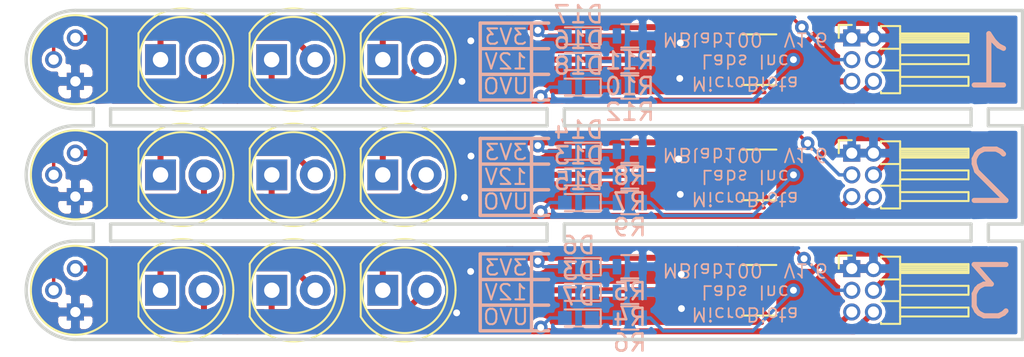
<source format=kicad_pcb>
(kicad_pcb (version 20171130) (host pcbnew "(5.0.0)")

  (general
    (thickness 1.6)
    (drawings 69)
    (tracks 222)
    (zones 0)
    (modules 36)
    (nets 34)
  )

  (page A4)
  (layers
    (0 F.Cu signal)
    (31 B.Cu signal)
    (32 B.Adhes user)
    (33 F.Adhes user)
    (34 B.Paste user)
    (35 F.Paste user)
    (36 B.SilkS user)
    (37 F.SilkS user)
    (38 B.Mask user)
    (39 F.Mask user)
    (40 Dwgs.User user)
    (41 Cmts.User user)
    (42 Eco1.User user)
    (43 Eco2.User user)
    (44 Edge.Cuts user)
    (45 Margin user)
    (46 B.CrtYd user)
    (47 F.CrtYd user)
    (48 B.Fab user hide)
    (49 F.Fab user hide)
  )

  (setup
    (last_trace_width 0.2)
    (user_trace_width 0.1524)
    (user_trace_width 0.2)
    (user_trace_width 0.35)
    (user_trace_width 0.5)
    (user_trace_width 0.75)
    (user_trace_width 1)
    (user_trace_width 1.5)
    (user_trace_width 2)
    (trace_clearance 0.2)
    (zone_clearance 0.2)
    (zone_45_only no)
    (trace_min 0.1524)
    (segment_width 0.2)
    (edge_width 0.2)
    (via_size 0.8)
    (via_drill 0.4)
    (via_min_size 0.4)
    (via_min_drill 0.3)
    (blind_buried_vias_allowed yes)
    (uvia_size 0.3)
    (uvia_drill 0.1)
    (uvias_allowed no)
    (uvia_min_size 0.2)
    (uvia_min_drill 0.1)
    (pcb_text_width 0.3)
    (pcb_text_size 1.5 1.5)
    (mod_edge_width 0.15)
    (mod_text_size 1 1)
    (mod_text_width 0.15)
    (pad_size 1 1)
    (pad_drill 0.6)
    (pad_to_mask_clearance 0.2)
    (aux_axis_origin 0 0)
    (visible_elements 7FFFFFFF)
    (pcbplotparams
      (layerselection 0x010fc_ffffffff)
      (usegerberextensions true)
      (usegerberattributes false)
      (usegerberadvancedattributes false)
      (creategerberjobfile false)
      (excludeedgelayer true)
      (linewidth 0.100000)
      (plotframeref false)
      (viasonmask false)
      (mode 1)
      (useauxorigin false)
      (hpglpennumber 1)
      (hpglpenspeed 20)
      (hpglpendiameter 15.000000)
      (psnegative false)
      (psa4output false)
      (plotreference true)
      (plotvalue true)
      (plotinvisibletext false)
      (padsonsilk false)
      (subtractmaskfromsilk false)
      (outputformat 1)
      (mirror false)
      (drillshape 0)
      (scaleselection 1)
      (outputdirectory "Gerbers_mlab100_LEDPCB_1.6/"))
  )

  (net 0 "")
  (net 1 "Net-(D1-Pad1)")
  (net 2 "Net-(D2-Pad1)")
  (net 3 /LEDBoard1/12V)
  (net 4 "Net-(D4-Pad1)")
  (net 5 /LEDBoard2/12V)
  (net 6 "Net-(D5-Pad1)")
  (net 7 "Net-(D8-Pad1)")
  (net 8 "Net-(D9-Pad1)")
  (net 9 /LEDBoard3/12V)
  (net 10 "Net-(D10-Pad1)")
  (net 11 "Net-(D11-Pad1)")
  (net 12 "Net-(D12-Pad1)")
  (net 13 /LEDBoard1/LED)
  (net 14 /LEDBoard1/GND)
  (net 15 /LEDBoard2/GND)
  (net 16 /LEDBoard2/LED)
  (net 17 /LEDBoard3/LED)
  (net 18 /LEDBoard3/GND)
  (net 19 /LEDBoard1/3V3)
  (net 20 /LEDBoard1/Temp1w)
  (net 21 /LEDBoard2/Temp1w)
  (net 22 /LEDBoard2/3V3)
  (net 23 /LEDBoard3/3V3)
  (net 24 /LEDBoard3/Temp1w)
  (net 25 "Net-(D3-Pad1)")
  (net 26 "Net-(D6-Pad1)")
  (net 27 "Net-(D7-Pad1)")
  (net 28 "Net-(D13-Pad1)")
  (net 29 "Net-(D14-Pad1)")
  (net 30 "Net-(D15-Pad1)")
  (net 31 "Net-(D16-Pad1)")
  (net 32 "Net-(D17-Pad1)")
  (net 33 "Net-(D18-Pad1)")

  (net_class Default "This is the default net class."
    (clearance 0.2)
    (trace_width 0.25)
    (via_dia 0.8)
    (via_drill 0.4)
    (uvia_dia 0.3)
    (uvia_drill 0.1)
    (add_net /LEDBoard1/12V)
    (add_net /LEDBoard1/3V3)
    (add_net /LEDBoard1/GND)
    (add_net /LEDBoard1/LED)
    (add_net /LEDBoard1/Temp1w)
    (add_net /LEDBoard2/12V)
    (add_net /LEDBoard2/3V3)
    (add_net /LEDBoard2/GND)
    (add_net /LEDBoard2/LED)
    (add_net /LEDBoard2/Temp1w)
    (add_net /LEDBoard3/12V)
    (add_net /LEDBoard3/3V3)
    (add_net /LEDBoard3/GND)
    (add_net /LEDBoard3/LED)
    (add_net /LEDBoard3/Temp1w)
    (add_net "Net-(D1-Pad1)")
    (add_net "Net-(D10-Pad1)")
    (add_net "Net-(D11-Pad1)")
    (add_net "Net-(D12-Pad1)")
    (add_net "Net-(D13-Pad1)")
    (add_net "Net-(D14-Pad1)")
    (add_net "Net-(D15-Pad1)")
    (add_net "Net-(D16-Pad1)")
    (add_net "Net-(D17-Pad1)")
    (add_net "Net-(D18-Pad1)")
    (add_net "Net-(D2-Pad1)")
    (add_net "Net-(D3-Pad1)")
    (add_net "Net-(D4-Pad1)")
    (add_net "Net-(D5-Pad1)")
    (add_net "Net-(D6-Pad1)")
    (add_net "Net-(D7-Pad1)")
    (add_net "Net-(D8-Pad1)")
    (add_net "Net-(D9-Pad1)")
  )

  (module Pin_Headers:Pin_Header_Angled_2x03_Pitch1.27mm (layer F.Cu) (tedit 5C5780AB) (tstamp 5C56557E)
    (at 48.23 8.36)
    (descr "Through hole angled pin header, 2x03, 1.27mm pitch, 4.0mm pin length, double rows")
    (tags "Through hole angled pin header THT 2x03 1.27mm double row")
    (path /5C5BF7E7)
    (fp_text reference J15 (at 3.0675 -1.635) (layer F.SilkS) hide
      (effects (font (size 1 1) (thickness 0.15)))
    )
    (fp_text value Conn_01x06_Male (at 3.0675 4.175) (layer F.Fab)
      (effects (font (size 1 1) (thickness 0.15)))
    )
    (fp_line (start 2.02 -0.635) (end 2.77 -0.635) (layer F.Fab) (width 0.1))
    (fp_line (start 2.77 -0.635) (end 2.77 3.175) (layer F.Fab) (width 0.1))
    (fp_line (start 2.77 3.175) (end 1.77 3.175) (layer F.Fab) (width 0.1))
    (fp_line (start 1.77 3.175) (end 1.77 -0.385) (layer F.Fab) (width 0.1))
    (fp_line (start 1.77 -0.385) (end 2.02 -0.635) (layer F.Fab) (width 0.1))
    (fp_line (start -0.2 -0.2) (end 1.77 -0.2) (layer F.Fab) (width 0.1))
    (fp_line (start -0.2 -0.2) (end -0.2 0.2) (layer F.Fab) (width 0.1))
    (fp_line (start -0.2 0.2) (end 1.77 0.2) (layer F.Fab) (width 0.1))
    (fp_line (start 2.77 -0.2) (end 6.77 -0.2) (layer F.Fab) (width 0.1))
    (fp_line (start 6.77 -0.2) (end 6.77 0.2) (layer F.Fab) (width 0.1))
    (fp_line (start 2.77 0.2) (end 6.77 0.2) (layer F.Fab) (width 0.1))
    (fp_line (start -0.2 1.07) (end 1.77 1.07) (layer F.Fab) (width 0.1))
    (fp_line (start -0.2 1.07) (end -0.2 1.47) (layer F.Fab) (width 0.1))
    (fp_line (start -0.2 1.47) (end 1.77 1.47) (layer F.Fab) (width 0.1))
    (fp_line (start 2.77 1.07) (end 6.77 1.07) (layer F.Fab) (width 0.1))
    (fp_line (start 6.77 1.07) (end 6.77 1.47) (layer F.Fab) (width 0.1))
    (fp_line (start 2.77 1.47) (end 6.77 1.47) (layer F.Fab) (width 0.1))
    (fp_line (start -0.2 2.34) (end 1.77 2.34) (layer F.Fab) (width 0.1))
    (fp_line (start -0.2 2.34) (end -0.2 2.74) (layer F.Fab) (width 0.1))
    (fp_line (start -0.2 2.74) (end 1.77 2.74) (layer F.Fab) (width 0.1))
    (fp_line (start 2.77 2.34) (end 6.77 2.34) (layer F.Fab) (width 0.1))
    (fp_line (start 6.77 2.34) (end 6.77 2.74) (layer F.Fab) (width 0.1))
    (fp_line (start 2.77 2.74) (end 6.77 2.74) (layer F.Fab) (width 0.1))
    (fp_line (start 1.71 -0.619677) (end 1.71 -0.695) (layer F.SilkS) (width 0.12))
    (fp_line (start 1.71 -0.695) (end 2.83 -0.695) (layer F.SilkS) (width 0.12))
    (fp_line (start 2.83 -0.695) (end 2.83 3.235) (layer F.SilkS) (width 0.12))
    (fp_line (start 2.83 3.235) (end 1.71 3.235) (layer F.SilkS) (width 0.12))
    (fp_line (start 1.71 3.235) (end 1.71 3.159677) (layer F.SilkS) (width 0.12))
    (fp_line (start 2.83 -0.26) (end 6.83 -0.26) (layer F.SilkS) (width 0.12))
    (fp_line (start 6.83 -0.26) (end 6.83 0.26) (layer F.SilkS) (width 0.12))
    (fp_line (start 6.83 0.26) (end 2.83 0.26) (layer F.SilkS) (width 0.12))
    (fp_line (start 2.83 -0.2) (end 6.83 -0.2) (layer F.SilkS) (width 0.12))
    (fp_line (start 2.83 -0.08) (end 6.83 -0.08) (layer F.SilkS) (width 0.12))
    (fp_line (start 2.83 0.04) (end 6.83 0.04) (layer F.SilkS) (width 0.12))
    (fp_line (start 2.83 0.16) (end 6.83 0.16) (layer F.SilkS) (width 0.12))
    (fp_line (start 1.71 0.635) (end 2.83 0.635) (layer F.SilkS) (width 0.12))
    (fp_line (start 1.71 0.619677) (end 1.71 0.650323) (layer F.SilkS) (width 0.12))
    (fp_line (start 2.83 1.01) (end 6.83 1.01) (layer F.SilkS) (width 0.12))
    (fp_line (start 6.83 1.01) (end 6.83 1.53) (layer F.SilkS) (width 0.12))
    (fp_line (start 6.83 1.53) (end 2.83 1.53) (layer F.SilkS) (width 0.12))
    (fp_line (start 1.71 1.905) (end 2.83 1.905) (layer F.SilkS) (width 0.12))
    (fp_line (start 1.71 1.889677) (end 1.71 1.920323) (layer F.SilkS) (width 0.12))
    (fp_line (start 2.83 2.28) (end 6.83 2.28) (layer F.SilkS) (width 0.12))
    (fp_line (start 6.83 2.28) (end 6.83 2.8) (layer F.SilkS) (width 0.12))
    (fp_line (start 6.83 2.8) (end 2.83 2.8) (layer F.SilkS) (width 0.12))
    (fp_line (start -0.76 0) (end -0.76 -0.76) (layer F.SilkS) (width 0.12))
    (fp_line (start -0.76 -0.76) (end 0 -0.76) (layer F.SilkS) (width 0.12))
    (fp_line (start -1.15 -1.15) (end -1.15 3.7) (layer F.CrtYd) (width 0.05))
    (fp_line (start -1.15 3.7) (end 7.3 3.7) (layer F.CrtYd) (width 0.05))
    (fp_line (start 7.3 3.7) (end 7.3 -1.15) (layer F.CrtYd) (width 0.05))
    (fp_line (start 7.3 -1.15) (end -1.15 -1.15) (layer F.CrtYd) (width 0.05))
    (fp_text user %R (at 2.27 1.27 90) (layer F.Fab)
      (effects (font (size 0.6 0.6) (thickness 0.09)))
    )
    (pad 1 thru_hole rect (at 0 0) (size 1 1) (drill 0.65) (layers *.Cu *.Mask)
      (net 15 /LEDBoard2/GND))
    (pad 2 thru_hole oval (at 1.27 0) (size 1 1) (drill 0.65) (layers *.Cu *.Mask)
      (net 15 /LEDBoard2/GND))
    (pad 3 thru_hole oval (at 0 1.27) (size 1 1) (drill 0.65) (layers *.Cu *.Mask)
      (net 21 /LEDBoard2/Temp1w))
    (pad 4 thru_hole oval (at 1.27 1.27) (size 1 1) (drill 0.65) (layers *.Cu *.Mask)
      (net 16 /LEDBoard2/LED))
    (pad 5 thru_hole oval (at 0 2.54) (size 1 1) (drill 0.65) (layers *.Cu *.Mask)
      (net 22 /LEDBoard2/3V3))
    (pad 6 thru_hole oval (at 1.27 2.54) (size 1 1) (drill 0.65) (layers *.Cu *.Mask)
      (net 5 /LEDBoard2/12V))
    (model ${KISYS3DMOD}/Pin_Headers.3dshapes/Pin_Header_Angled_2x03_Pitch1.27mm.wrl
      (at (xyz 0 0 0))
      (scale (xyz 1 1 1))
      (rotate (xyz 0 0 0))
    )
  )

  (module LEDs:LED_D5.0mm (layer F.Cu) (tedit 5C578092) (tstamp 5C5657BF)
    (at 20.8 16.38)
    (descr "LED, diameter 5.0mm, 2 pins, http://cdn-reichelt.de/documents/datenblatt/A500/LL-504BC2E-009.pdf")
    (tags "LED diameter 5.0mm 2 pins")
    (path /5C546516/5C54E02C)
    (fp_text reference D4 (at 1.27 -3.96) (layer F.SilkS) hide
      (effects (font (size 1 1) (thickness 0.15)))
    )
    (fp_text value 470nm (at 1.27 3.96) (layer F.Fab)
      (effects (font (size 1 1) (thickness 0.15)))
    )
    (fp_arc (start 1.27 0) (end -1.23 -1.469694) (angle 299.1) (layer F.Fab) (width 0.1))
    (fp_arc (start 1.27 0) (end -1.29 -1.54483) (angle 148.9) (layer F.SilkS) (width 0.12))
    (fp_arc (start 1.27 0) (end -1.29 1.54483) (angle -148.9) (layer F.SilkS) (width 0.12))
    (fp_circle (center 1.27 0) (end 3.77 0) (layer F.Fab) (width 0.1))
    (fp_circle (center 1.27 0) (end 3.77 0) (layer F.SilkS) (width 0.12))
    (fp_line (start -1.23 -1.469694) (end -1.23 1.469694) (layer F.Fab) (width 0.1))
    (fp_line (start -1.29 -1.545) (end -1.29 1.545) (layer F.SilkS) (width 0.12))
    (fp_line (start -1.95 -3.25) (end -1.95 3.25) (layer F.CrtYd) (width 0.05))
    (fp_line (start -1.95 3.25) (end 4.5 3.25) (layer F.CrtYd) (width 0.05))
    (fp_line (start 4.5 3.25) (end 4.5 -3.25) (layer F.CrtYd) (width 0.05))
    (fp_line (start 4.5 -3.25) (end -1.95 -3.25) (layer F.CrtYd) (width 0.05))
    (fp_text user %R (at 1.25 0) (layer F.Fab)
      (effects (font (size 0.8 0.8) (thickness 0.2)))
    )
    (pad 1 thru_hole rect (at 0 0) (size 1.8 1.8) (drill 0.9) (layers *.Cu *.Mask)
      (net 4 "Net-(D4-Pad1)"))
    (pad 2 thru_hole circle (at 2.54 0) (size 1.8 1.8) (drill 0.9) (layers *.Cu *.Mask)
      (net 2 "Net-(D2-Pad1)"))
    (model ${KISYS3DMOD}/LEDs.3dshapes/LED_D5.0mm.wrl
      (at (xyz 0 0 0))
      (scale (xyz 0.393701 0.393701 0.393701))
      (rotate (xyz 0 0 0))
    )
  )

  (module LEDs:LED_D5.0mm (layer F.Cu) (tedit 5C578081) (tstamp 5C5656F3)
    (at 7.8 16.38)
    (descr "LED, diameter 5.0mm, 2 pins, http://cdn-reichelt.de/documents/datenblatt/A500/LL-504BC2E-009.pdf")
    (tags "LED diameter 5.0mm 2 pins")
    (path /5C546516/5C54DDD9)
    (fp_text reference D1 (at 1.27 -3.96) (layer F.SilkS) hide
      (effects (font (size 1 1) (thickness 0.15)))
    )
    (fp_text value 470nm (at 1.27 3.96) (layer F.Fab)
      (effects (font (size 1 1) (thickness 0.15)))
    )
    (fp_arc (start 1.27 0) (end -1.23 -1.469694) (angle 299.1) (layer F.Fab) (width 0.1))
    (fp_arc (start 1.27 0) (end -1.29 -1.54483) (angle 148.9) (layer F.SilkS) (width 0.12))
    (fp_arc (start 1.27 0) (end -1.29 1.54483) (angle -148.9) (layer F.SilkS) (width 0.12))
    (fp_circle (center 1.27 0) (end 3.77 0) (layer F.Fab) (width 0.1))
    (fp_circle (center 1.27 0) (end 3.77 0) (layer F.SilkS) (width 0.12))
    (fp_line (start -1.23 -1.469694) (end -1.23 1.469694) (layer F.Fab) (width 0.1))
    (fp_line (start -1.29 -1.545) (end -1.29 1.545) (layer F.SilkS) (width 0.12))
    (fp_line (start -1.95 -3.25) (end -1.95 3.25) (layer F.CrtYd) (width 0.05))
    (fp_line (start -1.95 3.25) (end 4.5 3.25) (layer F.CrtYd) (width 0.05))
    (fp_line (start 4.5 3.25) (end 4.5 -3.25) (layer F.CrtYd) (width 0.05))
    (fp_line (start 4.5 -3.25) (end -1.95 -3.25) (layer F.CrtYd) (width 0.05))
    (fp_text user %R (at 1.25 0) (layer F.Fab)
      (effects (font (size 0.8 0.8) (thickness 0.2)))
    )
    (pad 1 thru_hole rect (at 0 0) (size 1.8 1.8) (drill 0.9) (layers *.Cu *.Mask)
      (net 1 "Net-(D1-Pad1)"))
    (pad 2 thru_hole circle (at 2.54 0) (size 1.8 1.8) (drill 0.9) (layers *.Cu *.Mask)
      (net 3 /LEDBoard1/12V))
    (model ${KISYS3DMOD}/LEDs.3dshapes/LED_D5.0mm.wrl
      (at (xyz 0 0 0))
      (scale (xyz 0.393701 0.393701 0.393701))
      (rotate (xyz 0 0 0))
    )
  )

  (module LEDs:LED_D5.0mm (layer F.Cu) (tedit 5C578083) (tstamp 5C5676FA)
    (at 7.8 9.63)
    (descr "LED, diameter 5.0mm, 2 pins, http://cdn-reichelt.de/documents/datenblatt/A500/LL-504BC2E-009.pdf")
    (tags "LED diameter 5.0mm 2 pins")
    (path /5C5BF7E1/5C54DDD9)
    (fp_text reference D5 (at 1.27 -3.96) (layer F.SilkS) hide
      (effects (font (size 1 1) (thickness 0.15)))
    )
    (fp_text value 470nm (at 1.27 3.96) (layer F.Fab)
      (effects (font (size 1 1) (thickness 0.15)))
    )
    (fp_text user %R (at 1.25 0) (layer F.Fab)
      (effects (font (size 0.8 0.8) (thickness 0.2)))
    )
    (fp_line (start 4.5 -3.25) (end -1.95 -3.25) (layer F.CrtYd) (width 0.05))
    (fp_line (start 4.5 3.25) (end 4.5 -3.25) (layer F.CrtYd) (width 0.05))
    (fp_line (start -1.95 3.25) (end 4.5 3.25) (layer F.CrtYd) (width 0.05))
    (fp_line (start -1.95 -3.25) (end -1.95 3.25) (layer F.CrtYd) (width 0.05))
    (fp_line (start -1.29 -1.545) (end -1.29 1.545) (layer F.SilkS) (width 0.12))
    (fp_line (start -1.23 -1.469694) (end -1.23 1.469694) (layer F.Fab) (width 0.1))
    (fp_circle (center 1.27 0) (end 3.77 0) (layer F.SilkS) (width 0.12))
    (fp_circle (center 1.27 0) (end 3.77 0) (layer F.Fab) (width 0.1))
    (fp_arc (start 1.27 0) (end -1.29 1.54483) (angle -148.9) (layer F.SilkS) (width 0.12))
    (fp_arc (start 1.27 0) (end -1.29 -1.54483) (angle 148.9) (layer F.SilkS) (width 0.12))
    (fp_arc (start 1.27 0) (end -1.23 -1.469694) (angle 299.1) (layer F.Fab) (width 0.1))
    (pad 2 thru_hole circle (at 2.54 0) (size 1.8 1.8) (drill 0.9) (layers *.Cu *.Mask)
      (net 5 /LEDBoard2/12V))
    (pad 1 thru_hole rect (at 0 0) (size 1.8 1.8) (drill 0.9) (layers *.Cu *.Mask)
      (net 6 "Net-(D5-Pad1)"))
    (model ${KISYS3DMOD}/LEDs.3dshapes/LED_D5.0mm.wrl
      (at (xyz 0 0 0))
      (scale (xyz 0.393701 0.393701 0.393701))
      (rotate (xyz 0 0 0))
    )
  )

  (module LEDs:LED_D5.0mm (layer F.Cu) (tedit 5C57808F) (tstamp 5C5656C0)
    (at 14.31 16.38)
    (descr "LED, diameter 5.0mm, 2 pins, http://cdn-reichelt.de/documents/datenblatt/A500/LL-504BC2E-009.pdf")
    (tags "LED diameter 5.0mm 2 pins")
    (path /5C546516/5C54DFD4)
    (fp_text reference D2 (at 1.27 -3.96) (layer F.SilkS) hide
      (effects (font (size 1 1) (thickness 0.15)))
    )
    (fp_text value 470nm (at 1.27 3.96) (layer F.Fab)
      (effects (font (size 1 1) (thickness 0.15)))
    )
    (fp_text user %R (at 1.25 0) (layer F.Fab)
      (effects (font (size 0.8 0.8) (thickness 0.2)))
    )
    (fp_line (start 4.5 -3.25) (end -1.95 -3.25) (layer F.CrtYd) (width 0.05))
    (fp_line (start 4.5 3.25) (end 4.5 -3.25) (layer F.CrtYd) (width 0.05))
    (fp_line (start -1.95 3.25) (end 4.5 3.25) (layer F.CrtYd) (width 0.05))
    (fp_line (start -1.95 -3.25) (end -1.95 3.25) (layer F.CrtYd) (width 0.05))
    (fp_line (start -1.29 -1.545) (end -1.29 1.545) (layer F.SilkS) (width 0.12))
    (fp_line (start -1.23 -1.469694) (end -1.23 1.469694) (layer F.Fab) (width 0.1))
    (fp_circle (center 1.27 0) (end 3.77 0) (layer F.SilkS) (width 0.12))
    (fp_circle (center 1.27 0) (end 3.77 0) (layer F.Fab) (width 0.1))
    (fp_arc (start 1.27 0) (end -1.29 1.54483) (angle -148.9) (layer F.SilkS) (width 0.12))
    (fp_arc (start 1.27 0) (end -1.29 -1.54483) (angle 148.9) (layer F.SilkS) (width 0.12))
    (fp_arc (start 1.27 0) (end -1.23 -1.469694) (angle 299.1) (layer F.Fab) (width 0.1))
    (pad 2 thru_hole circle (at 2.54 0) (size 1.8 1.8) (drill 0.9) (layers *.Cu *.Mask)
      (net 1 "Net-(D1-Pad1)"))
    (pad 1 thru_hole rect (at 0 0) (size 1.8 1.8) (drill 0.9) (layers *.Cu *.Mask)
      (net 2 "Net-(D2-Pad1)"))
    (model ${KISYS3DMOD}/LEDs.3dshapes/LED_D5.0mm.wrl
      (at (xyz 0 0 0))
      (scale (xyz 0.393701 0.393701 0.393701))
      (rotate (xyz 0 0 0))
    )
  )

  (module LEDs:LED_D5.0mm (layer F.Cu) (tedit 5C57808C) (tstamp 5C56763C)
    (at 14.31 9.63)
    (descr "LED, diameter 5.0mm, 2 pins, http://cdn-reichelt.de/documents/datenblatt/A500/LL-504BC2E-009.pdf")
    (tags "LED diameter 5.0mm 2 pins")
    (path /5C5BF7E1/5C54DFD4)
    (fp_text reference D8 (at 1.27 -3.96) (layer F.SilkS) hide
      (effects (font (size 1 1) (thickness 0.15)))
    )
    (fp_text value 470nm (at 1.27 3.96) (layer F.Fab)
      (effects (font (size 1 1) (thickness 0.15)))
    )
    (fp_text user %R (at 1.25 0) (layer F.Fab)
      (effects (font (size 0.8 0.8) (thickness 0.2)))
    )
    (fp_line (start 4.5 -3.25) (end -1.95 -3.25) (layer F.CrtYd) (width 0.05))
    (fp_line (start 4.5 3.25) (end 4.5 -3.25) (layer F.CrtYd) (width 0.05))
    (fp_line (start -1.95 3.25) (end 4.5 3.25) (layer F.CrtYd) (width 0.05))
    (fp_line (start -1.95 -3.25) (end -1.95 3.25) (layer F.CrtYd) (width 0.05))
    (fp_line (start -1.29 -1.545) (end -1.29 1.545) (layer F.SilkS) (width 0.12))
    (fp_line (start -1.23 -1.469694) (end -1.23 1.469694) (layer F.Fab) (width 0.1))
    (fp_circle (center 1.27 0) (end 3.77 0) (layer F.SilkS) (width 0.12))
    (fp_circle (center 1.27 0) (end 3.77 0) (layer F.Fab) (width 0.1))
    (fp_arc (start 1.27 0) (end -1.29 1.54483) (angle -148.9) (layer F.SilkS) (width 0.12))
    (fp_arc (start 1.27 0) (end -1.29 -1.54483) (angle 148.9) (layer F.SilkS) (width 0.12))
    (fp_arc (start 1.27 0) (end -1.23 -1.469694) (angle 299.1) (layer F.Fab) (width 0.1))
    (pad 2 thru_hole circle (at 2.54 0) (size 1.8 1.8) (drill 0.9) (layers *.Cu *.Mask)
      (net 6 "Net-(D5-Pad1)"))
    (pad 1 thru_hole rect (at 0 0) (size 1.8 1.8) (drill 0.9) (layers *.Cu *.Mask)
      (net 7 "Net-(D8-Pad1)"))
    (model ${KISYS3DMOD}/LEDs.3dshapes/LED_D5.0mm.wrl
      (at (xyz 0 0 0))
      (scale (xyz 0.393701 0.393701 0.393701))
      (rotate (xyz 0 0 0))
    )
  )

  (module LEDs:LED_D5.0mm (layer F.Cu) (tedit 5C578094) (tstamp 5C565726)
    (at 20.8 9.63)
    (descr "LED, diameter 5.0mm, 2 pins, http://cdn-reichelt.de/documents/datenblatt/A500/LL-504BC2E-009.pdf")
    (tags "LED diameter 5.0mm 2 pins")
    (path /5C5BF7E1/5C54E02C)
    (fp_text reference D9 (at 1.27 -3.96) (layer F.SilkS) hide
      (effects (font (size 1 1) (thickness 0.15)))
    )
    (fp_text value 470nm (at 1.27 3.96) (layer F.Fab)
      (effects (font (size 1 1) (thickness 0.15)))
    )
    (fp_arc (start 1.27 0) (end -1.23 -1.469694) (angle 299.1) (layer F.Fab) (width 0.1))
    (fp_arc (start 1.27 0) (end -1.29 -1.54483) (angle 148.9) (layer F.SilkS) (width 0.12))
    (fp_arc (start 1.27 0) (end -1.29 1.54483) (angle -148.9) (layer F.SilkS) (width 0.12))
    (fp_circle (center 1.27 0) (end 3.77 0) (layer F.Fab) (width 0.1))
    (fp_circle (center 1.27 0) (end 3.77 0) (layer F.SilkS) (width 0.12))
    (fp_line (start -1.23 -1.469694) (end -1.23 1.469694) (layer F.Fab) (width 0.1))
    (fp_line (start -1.29 -1.545) (end -1.29 1.545) (layer F.SilkS) (width 0.12))
    (fp_line (start -1.95 -3.25) (end -1.95 3.25) (layer F.CrtYd) (width 0.05))
    (fp_line (start -1.95 3.25) (end 4.5 3.25) (layer F.CrtYd) (width 0.05))
    (fp_line (start 4.5 3.25) (end 4.5 -3.25) (layer F.CrtYd) (width 0.05))
    (fp_line (start 4.5 -3.25) (end -1.95 -3.25) (layer F.CrtYd) (width 0.05))
    (fp_text user %R (at 1.25 0) (layer F.Fab)
      (effects (font (size 0.8 0.8) (thickness 0.2)))
    )
    (pad 1 thru_hole rect (at 0 0) (size 1.8 1.8) (drill 0.9) (layers *.Cu *.Mask)
      (net 8 "Net-(D9-Pad1)"))
    (pad 2 thru_hole circle (at 2.54 0) (size 1.8 1.8) (drill 0.9) (layers *.Cu *.Mask)
      (net 7 "Net-(D8-Pad1)"))
    (model ${KISYS3DMOD}/LEDs.3dshapes/LED_D5.0mm.wrl
      (at (xyz 0 0 0))
      (scale (xyz 0.393701 0.393701 0.393701))
      (rotate (xyz 0 0 0))
    )
  )

  (module LEDs:LED_D5.0mm (layer F.Cu) (tedit 5C578086) (tstamp 5C4E4E4F)
    (at 7.8 2.89)
    (descr "LED, diameter 5.0mm, 2 pins, http://cdn-reichelt.de/documents/datenblatt/A500/LL-504BC2E-009.pdf")
    (tags "LED diameter 5.0mm 2 pins")
    (path /5C5C7B67/5C54DDD9)
    (fp_text reference D10 (at 1.27 -3.96) (layer F.SilkS) hide
      (effects (font (size 1 1) (thickness 0.15)))
    )
    (fp_text value 470nm (at 1.27 3.96) (layer F.Fab)
      (effects (font (size 1 1) (thickness 0.15)))
    )
    (fp_text user %R (at 1.25 0) (layer F.Fab)
      (effects (font (size 0.8 0.8) (thickness 0.2)))
    )
    (fp_line (start 4.5 -3.25) (end -1.95 -3.25) (layer F.CrtYd) (width 0.05))
    (fp_line (start 4.5 3.25) (end 4.5 -3.25) (layer F.CrtYd) (width 0.05))
    (fp_line (start -1.95 3.25) (end 4.5 3.25) (layer F.CrtYd) (width 0.05))
    (fp_line (start -1.95 -3.25) (end -1.95 3.25) (layer F.CrtYd) (width 0.05))
    (fp_line (start -1.29 -1.545) (end -1.29 1.545) (layer F.SilkS) (width 0.12))
    (fp_line (start -1.23 -1.469694) (end -1.23 1.469694) (layer F.Fab) (width 0.1))
    (fp_circle (center 1.27 0) (end 3.77 0) (layer F.SilkS) (width 0.12))
    (fp_circle (center 1.27 0) (end 3.77 0) (layer F.Fab) (width 0.1))
    (fp_arc (start 1.27 0) (end -1.29 1.54483) (angle -148.9) (layer F.SilkS) (width 0.12))
    (fp_arc (start 1.27 0) (end -1.29 -1.54483) (angle 148.9) (layer F.SilkS) (width 0.12))
    (fp_arc (start 1.27 0) (end -1.23 -1.469694) (angle 299.1) (layer F.Fab) (width 0.1))
    (pad 2 thru_hole circle (at 2.54 0) (size 1.8 1.8) (drill 0.9) (layers *.Cu *.Mask)
      (net 9 /LEDBoard3/12V))
    (pad 1 thru_hole rect (at 0 0) (size 1.8 1.8) (drill 0.9) (layers *.Cu *.Mask)
      (net 10 "Net-(D10-Pad1)"))
    (model ${KISYS3DMOD}/LEDs.3dshapes/LED_D5.0mm.wrl
      (at (xyz 0 0 0))
      (scale (xyz 0.393701 0.393701 0.393701))
      (rotate (xyz 0 0 0))
    )
  )

  (module LEDs:LED_D5.0mm (layer F.Cu) (tedit 5C578089) (tstamp 5C577C4D)
    (at 14.3 2.89)
    (descr "LED, diameter 5.0mm, 2 pins, http://cdn-reichelt.de/documents/datenblatt/A500/LL-504BC2E-009.pdf")
    (tags "LED diameter 5.0mm 2 pins")
    (path /5C5C7B67/5C54DFD4)
    (fp_text reference D11 (at 1.27 -3.96) (layer F.SilkS) hide
      (effects (font (size 1 1) (thickness 0.15)))
    )
    (fp_text value 470nm (at 1.27 3.96) (layer F.Fab)
      (effects (font (size 1 1) (thickness 0.15)))
    )
    (fp_arc (start 1.27 0) (end -1.23 -1.469694) (angle 299.1) (layer F.Fab) (width 0.1))
    (fp_arc (start 1.27 0) (end -1.29 -1.54483) (angle 148.9) (layer F.SilkS) (width 0.12))
    (fp_arc (start 1.27 0) (end -1.29 1.54483) (angle -148.9) (layer F.SilkS) (width 0.12))
    (fp_circle (center 1.27 0) (end 3.77 0) (layer F.Fab) (width 0.1))
    (fp_circle (center 1.27 0) (end 3.77 0) (layer F.SilkS) (width 0.12))
    (fp_line (start -1.23 -1.469694) (end -1.23 1.469694) (layer F.Fab) (width 0.1))
    (fp_line (start -1.29 -1.545) (end -1.29 1.545) (layer F.SilkS) (width 0.12))
    (fp_line (start -1.95 -3.25) (end -1.95 3.25) (layer F.CrtYd) (width 0.05))
    (fp_line (start -1.95 3.25) (end 4.5 3.25) (layer F.CrtYd) (width 0.05))
    (fp_line (start 4.5 3.25) (end 4.5 -3.25) (layer F.CrtYd) (width 0.05))
    (fp_line (start 4.5 -3.25) (end -1.95 -3.25) (layer F.CrtYd) (width 0.05))
    (fp_text user %R (at 1.25 0) (layer F.Fab)
      (effects (font (size 0.8 0.8) (thickness 0.2)))
    )
    (pad 1 thru_hole rect (at 0 0) (size 1.8 1.8) (drill 0.9) (layers *.Cu *.Mask)
      (net 11 "Net-(D11-Pad1)"))
    (pad 2 thru_hole circle (at 2.54 0) (size 1.8 1.8) (drill 0.9) (layers *.Cu *.Mask)
      (net 10 "Net-(D10-Pad1)"))
    (model ${KISYS3DMOD}/LEDs.3dshapes/LED_D5.0mm.wrl
      (at (xyz 0 0 0))
      (scale (xyz 0.393701 0.393701 0.393701))
      (rotate (xyz 0 0 0))
    )
  )

  (module LEDs:LED_D5.0mm (layer F.Cu) (tedit 5C578098) (tstamp 5C4E4E73)
    (at 20.8 2.89)
    (descr "LED, diameter 5.0mm, 2 pins, http://cdn-reichelt.de/documents/datenblatt/A500/LL-504BC2E-009.pdf")
    (tags "LED diameter 5.0mm 2 pins")
    (path /5C5C7B67/5C54E02C)
    (fp_text reference D12 (at 1.27 -3.96) (layer F.SilkS) hide
      (effects (font (size 1 1) (thickness 0.15)))
    )
    (fp_text value 470nm (at 1.27 3.96) (layer F.Fab)
      (effects (font (size 1 1) (thickness 0.15)))
    )
    (fp_arc (start 1.27 0) (end -1.23 -1.469694) (angle 299.1) (layer F.Fab) (width 0.1))
    (fp_arc (start 1.27 0) (end -1.29 -1.54483) (angle 148.9) (layer F.SilkS) (width 0.12))
    (fp_arc (start 1.27 0) (end -1.29 1.54483) (angle -148.9) (layer F.SilkS) (width 0.12))
    (fp_circle (center 1.27 0) (end 3.77 0) (layer F.Fab) (width 0.1))
    (fp_circle (center 1.27 0) (end 3.77 0) (layer F.SilkS) (width 0.12))
    (fp_line (start -1.23 -1.469694) (end -1.23 1.469694) (layer F.Fab) (width 0.1))
    (fp_line (start -1.29 -1.545) (end -1.29 1.545) (layer F.SilkS) (width 0.12))
    (fp_line (start -1.95 -3.25) (end -1.95 3.25) (layer F.CrtYd) (width 0.05))
    (fp_line (start -1.95 3.25) (end 4.5 3.25) (layer F.CrtYd) (width 0.05))
    (fp_line (start 4.5 3.25) (end 4.5 -3.25) (layer F.CrtYd) (width 0.05))
    (fp_line (start 4.5 -3.25) (end -1.95 -3.25) (layer F.CrtYd) (width 0.05))
    (fp_text user %R (at 1.25 0) (layer F.Fab)
      (effects (font (size 0.8 0.8) (thickness 0.2)))
    )
    (pad 1 thru_hole rect (at 0 0) (size 1.8 1.8) (drill 0.9) (layers *.Cu *.Mask)
      (net 12 "Net-(D12-Pad1)"))
    (pad 2 thru_hole circle (at 2.54 0) (size 1.8 1.8) (drill 0.9) (layers *.Cu *.Mask)
      (net 11 "Net-(D11-Pad1)"))
    (model ${KISYS3DMOD}/LEDs.3dshapes/LED_D5.0mm.wrl
      (at (xyz 0 0 0))
      (scale (xyz 0.393701 0.393701 0.393701))
      (rotate (xyz 0 0 0))
    )
  )

  (module Pin_Headers:Pin_Header_Angled_2x03_Pitch1.27mm (layer F.Cu) (tedit 5C5780A9) (tstamp 5C565635)
    (at 48.23 15.11)
    (descr "Through hole angled pin header, 2x03, 1.27mm pitch, 4.0mm pin length, double rows")
    (tags "Through hole angled pin header THT 2x03 1.27mm double row")
    (path /5C556DF7)
    (fp_text reference J14 (at 3.0675 -1.635) (layer F.SilkS) hide
      (effects (font (size 1 1) (thickness 0.15)))
    )
    (fp_text value Conn_01x06_Male (at 3.0675 4.175) (layer F.Fab)
      (effects (font (size 1 1) (thickness 0.15)))
    )
    (fp_text user %R (at 2.27 1.27 90) (layer F.Fab)
      (effects (font (size 0.6 0.6) (thickness 0.09)))
    )
    (fp_line (start 7.3 -1.15) (end -1.15 -1.15) (layer F.CrtYd) (width 0.05))
    (fp_line (start 7.3 3.7) (end 7.3 -1.15) (layer F.CrtYd) (width 0.05))
    (fp_line (start -1.15 3.7) (end 7.3 3.7) (layer F.CrtYd) (width 0.05))
    (fp_line (start -1.15 -1.15) (end -1.15 3.7) (layer F.CrtYd) (width 0.05))
    (fp_line (start -0.76 -0.76) (end 0 -0.76) (layer F.SilkS) (width 0.12))
    (fp_line (start -0.76 0) (end -0.76 -0.76) (layer F.SilkS) (width 0.12))
    (fp_line (start 6.83 2.8) (end 2.83 2.8) (layer F.SilkS) (width 0.12))
    (fp_line (start 6.83 2.28) (end 6.83 2.8) (layer F.SilkS) (width 0.12))
    (fp_line (start 2.83 2.28) (end 6.83 2.28) (layer F.SilkS) (width 0.12))
    (fp_line (start 1.71 1.889677) (end 1.71 1.920323) (layer F.SilkS) (width 0.12))
    (fp_line (start 1.71 1.905) (end 2.83 1.905) (layer F.SilkS) (width 0.12))
    (fp_line (start 6.83 1.53) (end 2.83 1.53) (layer F.SilkS) (width 0.12))
    (fp_line (start 6.83 1.01) (end 6.83 1.53) (layer F.SilkS) (width 0.12))
    (fp_line (start 2.83 1.01) (end 6.83 1.01) (layer F.SilkS) (width 0.12))
    (fp_line (start 1.71 0.619677) (end 1.71 0.650323) (layer F.SilkS) (width 0.12))
    (fp_line (start 1.71 0.635) (end 2.83 0.635) (layer F.SilkS) (width 0.12))
    (fp_line (start 2.83 0.16) (end 6.83 0.16) (layer F.SilkS) (width 0.12))
    (fp_line (start 2.83 0.04) (end 6.83 0.04) (layer F.SilkS) (width 0.12))
    (fp_line (start 2.83 -0.08) (end 6.83 -0.08) (layer F.SilkS) (width 0.12))
    (fp_line (start 2.83 -0.2) (end 6.83 -0.2) (layer F.SilkS) (width 0.12))
    (fp_line (start 6.83 0.26) (end 2.83 0.26) (layer F.SilkS) (width 0.12))
    (fp_line (start 6.83 -0.26) (end 6.83 0.26) (layer F.SilkS) (width 0.12))
    (fp_line (start 2.83 -0.26) (end 6.83 -0.26) (layer F.SilkS) (width 0.12))
    (fp_line (start 1.71 3.235) (end 1.71 3.159677) (layer F.SilkS) (width 0.12))
    (fp_line (start 2.83 3.235) (end 1.71 3.235) (layer F.SilkS) (width 0.12))
    (fp_line (start 2.83 -0.695) (end 2.83 3.235) (layer F.SilkS) (width 0.12))
    (fp_line (start 1.71 -0.695) (end 2.83 -0.695) (layer F.SilkS) (width 0.12))
    (fp_line (start 1.71 -0.619677) (end 1.71 -0.695) (layer F.SilkS) (width 0.12))
    (fp_line (start 2.77 2.74) (end 6.77 2.74) (layer F.Fab) (width 0.1))
    (fp_line (start 6.77 2.34) (end 6.77 2.74) (layer F.Fab) (width 0.1))
    (fp_line (start 2.77 2.34) (end 6.77 2.34) (layer F.Fab) (width 0.1))
    (fp_line (start -0.2 2.74) (end 1.77 2.74) (layer F.Fab) (width 0.1))
    (fp_line (start -0.2 2.34) (end -0.2 2.74) (layer F.Fab) (width 0.1))
    (fp_line (start -0.2 2.34) (end 1.77 2.34) (layer F.Fab) (width 0.1))
    (fp_line (start 2.77 1.47) (end 6.77 1.47) (layer F.Fab) (width 0.1))
    (fp_line (start 6.77 1.07) (end 6.77 1.47) (layer F.Fab) (width 0.1))
    (fp_line (start 2.77 1.07) (end 6.77 1.07) (layer F.Fab) (width 0.1))
    (fp_line (start -0.2 1.47) (end 1.77 1.47) (layer F.Fab) (width 0.1))
    (fp_line (start -0.2 1.07) (end -0.2 1.47) (layer F.Fab) (width 0.1))
    (fp_line (start -0.2 1.07) (end 1.77 1.07) (layer F.Fab) (width 0.1))
    (fp_line (start 2.77 0.2) (end 6.77 0.2) (layer F.Fab) (width 0.1))
    (fp_line (start 6.77 -0.2) (end 6.77 0.2) (layer F.Fab) (width 0.1))
    (fp_line (start 2.77 -0.2) (end 6.77 -0.2) (layer F.Fab) (width 0.1))
    (fp_line (start -0.2 0.2) (end 1.77 0.2) (layer F.Fab) (width 0.1))
    (fp_line (start -0.2 -0.2) (end -0.2 0.2) (layer F.Fab) (width 0.1))
    (fp_line (start -0.2 -0.2) (end 1.77 -0.2) (layer F.Fab) (width 0.1))
    (fp_line (start 1.77 -0.385) (end 2.02 -0.635) (layer F.Fab) (width 0.1))
    (fp_line (start 1.77 3.175) (end 1.77 -0.385) (layer F.Fab) (width 0.1))
    (fp_line (start 2.77 3.175) (end 1.77 3.175) (layer F.Fab) (width 0.1))
    (fp_line (start 2.77 -0.635) (end 2.77 3.175) (layer F.Fab) (width 0.1))
    (fp_line (start 2.02 -0.635) (end 2.77 -0.635) (layer F.Fab) (width 0.1))
    (pad 6 thru_hole oval (at 1.27 2.54) (size 1 1) (drill 0.65) (layers *.Cu *.Mask)
      (net 3 /LEDBoard1/12V))
    (pad 5 thru_hole oval (at 0 2.54) (size 1 1) (drill 0.65) (layers *.Cu *.Mask)
      (net 19 /LEDBoard1/3V3))
    (pad 4 thru_hole oval (at 1.27 1.27) (size 1 1) (drill 0.65) (layers *.Cu *.Mask)
      (net 13 /LEDBoard1/LED))
    (pad 3 thru_hole oval (at 0 1.27) (size 1 1) (drill 0.65) (layers *.Cu *.Mask)
      (net 20 /LEDBoard1/Temp1w))
    (pad 2 thru_hole oval (at 1.27 0) (size 1 1) (drill 0.65) (layers *.Cu *.Mask)
      (net 14 /LEDBoard1/GND))
    (pad 1 thru_hole rect (at 0 0) (size 1 1) (drill 0.65) (layers *.Cu *.Mask)
      (net 14 /LEDBoard1/GND))
    (model ${KISYS3DMOD}/Pin_Headers.3dshapes/Pin_Header_Angled_2x03_Pitch1.27mm.wrl
      (at (xyz 0 0 0))
      (scale (xyz 1 1 1))
      (rotate (xyz 0 0 0))
    )
  )

  (module Pin_Headers:Pin_Header_Angled_2x03_Pitch1.27mm (layer F.Cu) (tedit 5C5780AE) (tstamp 5C6B09FE)
    (at 48.23 1.62)
    (descr "Through hole angled pin header, 2x03, 1.27mm pitch, 4.0mm pin length, double rows")
    (tags "Through hole angled pin header THT 2x03 1.27mm double row")
    (path /5C5C7B6D)
    (fp_text reference J16 (at 3.0675 -1.635) (layer F.SilkS) hide
      (effects (font (size 1 1) (thickness 0.15)))
    )
    (fp_text value Conn_01x06_Male (at 3.0675 4.175) (layer F.Fab)
      (effects (font (size 1 1) (thickness 0.15)))
    )
    (fp_text user %R (at 2.27 1.27 90) (layer F.Fab)
      (effects (font (size 0.6 0.6) (thickness 0.09)))
    )
    (fp_line (start 7.3 -1.15) (end -1.15 -1.15) (layer F.CrtYd) (width 0.05))
    (fp_line (start 7.3 3.7) (end 7.3 -1.15) (layer F.CrtYd) (width 0.05))
    (fp_line (start -1.15 3.7) (end 7.3 3.7) (layer F.CrtYd) (width 0.05))
    (fp_line (start -1.15 -1.15) (end -1.15 3.7) (layer F.CrtYd) (width 0.05))
    (fp_line (start -0.76 -0.76) (end 0 -0.76) (layer F.SilkS) (width 0.12))
    (fp_line (start -0.76 0) (end -0.76 -0.76) (layer F.SilkS) (width 0.12))
    (fp_line (start 6.83 2.8) (end 2.83 2.8) (layer F.SilkS) (width 0.12))
    (fp_line (start 6.83 2.28) (end 6.83 2.8) (layer F.SilkS) (width 0.12))
    (fp_line (start 2.83 2.28) (end 6.83 2.28) (layer F.SilkS) (width 0.12))
    (fp_line (start 1.71 1.889677) (end 1.71 1.920323) (layer F.SilkS) (width 0.12))
    (fp_line (start 1.71 1.905) (end 2.83 1.905) (layer F.SilkS) (width 0.12))
    (fp_line (start 6.83 1.53) (end 2.83 1.53) (layer F.SilkS) (width 0.12))
    (fp_line (start 6.83 1.01) (end 6.83 1.53) (layer F.SilkS) (width 0.12))
    (fp_line (start 2.83 1.01) (end 6.83 1.01) (layer F.SilkS) (width 0.12))
    (fp_line (start 1.71 0.619677) (end 1.71 0.650323) (layer F.SilkS) (width 0.12))
    (fp_line (start 1.71 0.635) (end 2.83 0.635) (layer F.SilkS) (width 0.12))
    (fp_line (start 2.83 0.16) (end 6.83 0.16) (layer F.SilkS) (width 0.12))
    (fp_line (start 2.83 0.04) (end 6.83 0.04) (layer F.SilkS) (width 0.12))
    (fp_line (start 2.83 -0.08) (end 6.83 -0.08) (layer F.SilkS) (width 0.12))
    (fp_line (start 2.83 -0.2) (end 6.83 -0.2) (layer F.SilkS) (width 0.12))
    (fp_line (start 6.83 0.26) (end 2.83 0.26) (layer F.SilkS) (width 0.12))
    (fp_line (start 6.83 -0.26) (end 6.83 0.26) (layer F.SilkS) (width 0.12))
    (fp_line (start 2.83 -0.26) (end 6.83 -0.26) (layer F.SilkS) (width 0.12))
    (fp_line (start 1.71 3.235) (end 1.71 3.159677) (layer F.SilkS) (width 0.12))
    (fp_line (start 2.83 3.235) (end 1.71 3.235) (layer F.SilkS) (width 0.12))
    (fp_line (start 2.83 -0.695) (end 2.83 3.235) (layer F.SilkS) (width 0.12))
    (fp_line (start 1.71 -0.695) (end 2.83 -0.695) (layer F.SilkS) (width 0.12))
    (fp_line (start 1.71 -0.619677) (end 1.71 -0.695) (layer F.SilkS) (width 0.12))
    (fp_line (start 2.77 2.74) (end 6.77 2.74) (layer F.Fab) (width 0.1))
    (fp_line (start 6.77 2.34) (end 6.77 2.74) (layer F.Fab) (width 0.1))
    (fp_line (start 2.77 2.34) (end 6.77 2.34) (layer F.Fab) (width 0.1))
    (fp_line (start -0.2 2.74) (end 1.77 2.74) (layer F.Fab) (width 0.1))
    (fp_line (start -0.2 2.34) (end -0.2 2.74) (layer F.Fab) (width 0.1))
    (fp_line (start -0.2 2.34) (end 1.77 2.34) (layer F.Fab) (width 0.1))
    (fp_line (start 2.77 1.47) (end 6.77 1.47) (layer F.Fab) (width 0.1))
    (fp_line (start 6.77 1.07) (end 6.77 1.47) (layer F.Fab) (width 0.1))
    (fp_line (start 2.77 1.07) (end 6.77 1.07) (layer F.Fab) (width 0.1))
    (fp_line (start -0.2 1.47) (end 1.77 1.47) (layer F.Fab) (width 0.1))
    (fp_line (start -0.2 1.07) (end -0.2 1.47) (layer F.Fab) (width 0.1))
    (fp_line (start -0.2 1.07) (end 1.77 1.07) (layer F.Fab) (width 0.1))
    (fp_line (start 2.77 0.2) (end 6.77 0.2) (layer F.Fab) (width 0.1))
    (fp_line (start 6.77 -0.2) (end 6.77 0.2) (layer F.Fab) (width 0.1))
    (fp_line (start 2.77 -0.2) (end 6.77 -0.2) (layer F.Fab) (width 0.1))
    (fp_line (start -0.2 0.2) (end 1.77 0.2) (layer F.Fab) (width 0.1))
    (fp_line (start -0.2 -0.2) (end -0.2 0.2) (layer F.Fab) (width 0.1))
    (fp_line (start -0.2 -0.2) (end 1.77 -0.2) (layer F.Fab) (width 0.1))
    (fp_line (start 1.77 -0.385) (end 2.02 -0.635) (layer F.Fab) (width 0.1))
    (fp_line (start 1.77 3.175) (end 1.77 -0.385) (layer F.Fab) (width 0.1))
    (fp_line (start 2.77 3.175) (end 1.77 3.175) (layer F.Fab) (width 0.1))
    (fp_line (start 2.77 -0.635) (end 2.77 3.175) (layer F.Fab) (width 0.1))
    (fp_line (start 2.02 -0.635) (end 2.77 -0.635) (layer F.Fab) (width 0.1))
    (pad 6 thru_hole oval (at 1.27 2.54) (size 1 1) (drill 0.65) (layers *.Cu *.Mask)
      (net 9 /LEDBoard3/12V))
    (pad 5 thru_hole oval (at 0 2.54) (size 1 1) (drill 0.65) (layers *.Cu *.Mask)
      (net 23 /LEDBoard3/3V3))
    (pad 4 thru_hole oval (at 1.27 1.27) (size 1 1) (drill 0.65) (layers *.Cu *.Mask)
      (net 17 /LEDBoard3/LED))
    (pad 3 thru_hole oval (at 0 1.27) (size 1 1) (drill 0.65) (layers *.Cu *.Mask)
      (net 24 /LEDBoard3/Temp1w))
    (pad 2 thru_hole oval (at 1.27 0) (size 1 1) (drill 0.65) (layers *.Cu *.Mask)
      (net 18 /LEDBoard3/GND))
    (pad 1 thru_hole rect (at 0 0) (size 1 1) (drill 0.65) (layers *.Cu *.Mask)
      (net 18 /LEDBoard3/GND))
    (model ${KISYS3DMOD}/Pin_Headers.3dshapes/Pin_Header_Angled_2x03_Pitch1.27mm.wrl
      (at (xyz 0 0 0))
      (scale (xyz 1 1 1))
      (rotate (xyz 0 0 0))
    )
  )

  (module TO_SOT_Packages_THT:TO-92_Molded_Narrow (layer F.Cu) (tedit 5C578076) (tstamp 5C567107)
    (at 2.82 17.65 90)
    (descr "TO-92 leads molded, narrow, drill 0.6mm (see NXP sot054_po.pdf)")
    (tags "to-92 sc-43 sc-43a sot54 PA33 transistor")
    (path /5C546516/5C54EB11)
    (fp_text reference U4 (at 1.34 2.76 90) (layer F.SilkS) hide
      (effects (font (size 1 1) (thickness 0.15)))
    )
    (fp_text value DS18B20 (at 1.27 2.79 90) (layer F.Fab)
      (effects (font (size 1 1) (thickness 0.15)))
    )
    (fp_arc (start 1.27 0) (end 1.27 -2.6) (angle 135) (layer F.SilkS) (width 0.12))
    (fp_arc (start 1.27 0) (end 1.27 -2.48) (angle -135) (layer F.Fab) (width 0.1))
    (fp_arc (start 1.27 0) (end 1.27 -2.6) (angle -135) (layer F.SilkS) (width 0.12))
    (fp_arc (start 1.27 0) (end 1.27 -2.48) (angle 135) (layer F.Fab) (width 0.1))
    (fp_line (start 4 2.01) (end -1.46 2.01) (layer F.CrtYd) (width 0.05))
    (fp_line (start 4 2.01) (end 4 -2.73) (layer F.CrtYd) (width 0.05))
    (fp_line (start -1.46 -2.73) (end -1.46 2.01) (layer F.CrtYd) (width 0.05))
    (fp_line (start -1.46 -2.73) (end 4 -2.73) (layer F.CrtYd) (width 0.05))
    (fp_line (start -0.5 1.75) (end 3 1.75) (layer F.Fab) (width 0.1))
    (fp_line (start -0.53 1.85) (end 3.07 1.85) (layer F.SilkS) (width 0.12))
    (fp_text user %R (at 1.27 -3.56 90) (layer F.Fab)
      (effects (font (size 1 1) (thickness 0.15)))
    )
    (pad 1 thru_hole rect (at 0 0 180) (size 1 1) (drill 0.6) (layers *.Cu *.Mask)
      (net 14 /LEDBoard1/GND))
    (pad 3 thru_hole circle (at 2.54 0 180) (size 1 1) (drill 0.6) (layers *.Cu *.Mask)
      (net 19 /LEDBoard1/3V3))
    (pad 2 thru_hole circle (at 1.27 -1.27 180) (size 1 1) (drill 0.6) (layers *.Cu *.Mask)
      (net 20 /LEDBoard1/Temp1w))
    (model ${KISYS3DMOD}/TO_SOT_Packages_THT.3dshapes/TO-92_Molded_Narrow.wrl
      (offset (xyz 1.269999980926514 0 0))
      (scale (xyz 1 1 1))
      (rotate (xyz 0 0 -90))
    )
  )

  (module TO_SOT_Packages_THT:TO-92_Molded_Narrow (layer F.Cu) (tedit 5C578079) (tstamp 5C565B12)
    (at 2.82 10.9 90)
    (descr "TO-92 leads molded, narrow, drill 0.6mm (see NXP sot054_po.pdf)")
    (tags "to-92 sc-43 sc-43a sot54 PA33 transistor")
    (path /5C5BF7E1/5C54EB11)
    (fp_text reference U5 (at 1.27 -3.56 90) (layer F.SilkS) hide
      (effects (font (size 1 1) (thickness 0.15)))
    )
    (fp_text value DS18B20 (at 1.27 2.79 90) (layer F.Fab)
      (effects (font (size 1 1) (thickness 0.15)))
    )
    (fp_text user %R (at 1.27 -3.56 90) (layer F.Fab)
      (effects (font (size 1 1) (thickness 0.15)))
    )
    (fp_line (start -0.53 1.85) (end 3.07 1.85) (layer F.SilkS) (width 0.12))
    (fp_line (start -0.5 1.75) (end 3 1.75) (layer F.Fab) (width 0.1))
    (fp_line (start -1.46 -2.73) (end 4 -2.73) (layer F.CrtYd) (width 0.05))
    (fp_line (start -1.46 -2.73) (end -1.46 2.01) (layer F.CrtYd) (width 0.05))
    (fp_line (start 4 2.01) (end 4 -2.73) (layer F.CrtYd) (width 0.05))
    (fp_line (start 4 2.01) (end -1.46 2.01) (layer F.CrtYd) (width 0.05))
    (fp_arc (start 1.27 0) (end 1.27 -2.48) (angle 135) (layer F.Fab) (width 0.1))
    (fp_arc (start 1.27 0) (end 1.27 -2.6) (angle -135) (layer F.SilkS) (width 0.12))
    (fp_arc (start 1.27 0) (end 1.27 -2.48) (angle -135) (layer F.Fab) (width 0.1))
    (fp_arc (start 1.27 0) (end 1.27 -2.6) (angle 135) (layer F.SilkS) (width 0.12))
    (pad 2 thru_hole circle (at 1.27 -1.27 180) (size 1 1) (drill 0.6) (layers *.Cu *.Mask)
      (net 21 /LEDBoard2/Temp1w))
    (pad 3 thru_hole circle (at 2.54 0 180) (size 1 1) (drill 0.6) (layers *.Cu *.Mask)
      (net 22 /LEDBoard2/3V3))
    (pad 1 thru_hole rect (at 0 0 180) (size 1 1) (drill 0.6) (layers *.Cu *.Mask)
      (net 15 /LEDBoard2/GND))
    (model ${KISYS3DMOD}/TO_SOT_Packages_THT.3dshapes/TO-92_Molded_Narrow.wrl
      (offset (xyz 1.269999980926514 0 0))
      (scale (xyz 1 1 1))
      (rotate (xyz 0 0 -90))
    )
  )

  (module TO_SOT_Packages_THT:TO-92_Molded_Narrow (layer F.Cu) (tedit 5C57807C) (tstamp 5C565B24)
    (at 2.82 4.16 90)
    (descr "TO-92 leads molded, narrow, drill 0.6mm (see NXP sot054_po.pdf)")
    (tags "to-92 sc-43 sc-43a sot54 PA33 transistor")
    (path /5C5C7B67/5C54EB11)
    (fp_text reference U6 (at 1.27 -3.56 90) (layer F.SilkS) hide
      (effects (font (size 1 1) (thickness 0.15)))
    )
    (fp_text value DS18B20 (at 1.27 2.79 90) (layer F.Fab)
      (effects (font (size 1 1) (thickness 0.15)))
    )
    (fp_arc (start 1.27 0) (end 1.27 -2.6) (angle 135) (layer F.SilkS) (width 0.12))
    (fp_arc (start 1.27 0) (end 1.27 -2.48) (angle -135) (layer F.Fab) (width 0.1))
    (fp_arc (start 1.27 0) (end 1.27 -2.6) (angle -135) (layer F.SilkS) (width 0.12))
    (fp_arc (start 1.27 0) (end 1.27 -2.48) (angle 135) (layer F.Fab) (width 0.1))
    (fp_line (start 4 2.01) (end -1.46 2.01) (layer F.CrtYd) (width 0.05))
    (fp_line (start 4 2.01) (end 4 -2.73) (layer F.CrtYd) (width 0.05))
    (fp_line (start -1.46 -2.73) (end -1.46 2.01) (layer F.CrtYd) (width 0.05))
    (fp_line (start -1.46 -2.73) (end 4 -2.73) (layer F.CrtYd) (width 0.05))
    (fp_line (start -0.5 1.75) (end 3 1.75) (layer F.Fab) (width 0.1))
    (fp_line (start -0.53 1.85) (end 3.07 1.85) (layer F.SilkS) (width 0.12))
    (fp_text user %R (at 1.27 -3.56 90) (layer F.Fab)
      (effects (font (size 1 1) (thickness 0.15)))
    )
    (pad 1 thru_hole rect (at 0 0 180) (size 1 1) (drill 0.6) (layers *.Cu *.Mask)
      (net 18 /LEDBoard3/GND))
    (pad 3 thru_hole circle (at 2.54 0 180) (size 1 1) (drill 0.6) (layers *.Cu *.Mask)
      (net 23 /LEDBoard3/3V3))
    (pad 2 thru_hole circle (at 1.27 -1.27 180) (size 1 1) (drill 0.6) (layers *.Cu *.Mask)
      (net 24 /LEDBoard3/Temp1w))
    (model ${KISYS3DMOD}/TO_SOT_Packages_THT.3dshapes/TO-92_Molded_Narrow.wrl
      (offset (xyz 1.269999980926514 0 0))
      (scale (xyz 1 1 1))
      (rotate (xyz 0 0 -90))
    )
  )

  (module Resistors_SMD:R_1210_HandSoldering (layer F.Cu) (tedit 5C57809F) (tstamp 5C5662CA)
    (at 42.82 16.38)
    (descr "Resistor SMD 1210, hand soldering")
    (tags "resistor 1210")
    (path /5C546516/5C54E391)
    (attr smd)
    (fp_text reference R1 (at 4.26 -0.16) (layer F.SilkS) hide
      (effects (font (size 1 1) (thickness 0.15)))
    )
    (fp_text value 120 (at 0 2.4) (layer F.Fab)
      (effects (font (size 1 1) (thickness 0.15)))
    )
    (fp_line (start 3.25 1.5) (end -3.25 1.5) (layer F.CrtYd) (width 0.05))
    (fp_line (start 3.25 1.5) (end 3.25 -1.5) (layer F.CrtYd) (width 0.05))
    (fp_line (start -3.25 -1.5) (end -3.25 1.5) (layer F.CrtYd) (width 0.05))
    (fp_line (start -3.25 -1.5) (end 3.25 -1.5) (layer F.CrtYd) (width 0.05))
    (fp_line (start -1 -1.48) (end 1 -1.48) (layer F.SilkS) (width 0.12))
    (fp_line (start 1 1.48) (end -1 1.48) (layer F.SilkS) (width 0.12))
    (fp_line (start -1.6 -1.25) (end 1.6 -1.25) (layer F.Fab) (width 0.1))
    (fp_line (start 1.6 -1.25) (end 1.6 1.25) (layer F.Fab) (width 0.1))
    (fp_line (start 1.6 1.25) (end -1.6 1.25) (layer F.Fab) (width 0.1))
    (fp_line (start -1.6 1.25) (end -1.6 -1.25) (layer F.Fab) (width 0.1))
    (fp_text user %R (at 0 0) (layer F.Fab)
      (effects (font (size 0.7 0.7) (thickness 0.105)))
    )
    (pad 2 smd rect (at 2 0) (size 2 2.5) (layers F.Cu F.Paste F.Mask)
      (net 13 /LEDBoard1/LED))
    (pad 1 smd rect (at -2 0) (size 2 2.5) (layers F.Cu F.Paste F.Mask)
      (net 4 "Net-(D4-Pad1)"))
    (model ${KISYS3DMOD}/Resistors_SMD.3dshapes/R_1210.wrl
      (at (xyz 0 0 0))
      (scale (xyz 1 1 1))
      (rotate (xyz 0 0 0))
    )
  )

  (module Resistors_SMD:R_1210_HandSoldering (layer F.Cu) (tedit 5C5780A2) (tstamp 5C5662DA)
    (at 42.82 9.63)
    (descr "Resistor SMD 1210, hand soldering")
    (tags "resistor 1210")
    (path /5C5BF7E1/5C54E391)
    (attr smd)
    (fp_text reference R2 (at 0 -2.3) (layer F.SilkS) hide
      (effects (font (size 1 1) (thickness 0.15)))
    )
    (fp_text value 120 (at 0 2.4) (layer F.Fab)
      (effects (font (size 1 1) (thickness 0.15)))
    )
    (fp_text user %R (at 0 0) (layer F.Fab)
      (effects (font (size 0.7 0.7) (thickness 0.105)))
    )
    (fp_line (start -1.6 1.25) (end -1.6 -1.25) (layer F.Fab) (width 0.1))
    (fp_line (start 1.6 1.25) (end -1.6 1.25) (layer F.Fab) (width 0.1))
    (fp_line (start 1.6 -1.25) (end 1.6 1.25) (layer F.Fab) (width 0.1))
    (fp_line (start -1.6 -1.25) (end 1.6 -1.25) (layer F.Fab) (width 0.1))
    (fp_line (start 1 1.48) (end -1 1.48) (layer F.SilkS) (width 0.12))
    (fp_line (start -1 -1.48) (end 1 -1.48) (layer F.SilkS) (width 0.12))
    (fp_line (start -3.25 -1.5) (end 3.25 -1.5) (layer F.CrtYd) (width 0.05))
    (fp_line (start -3.25 -1.5) (end -3.25 1.5) (layer F.CrtYd) (width 0.05))
    (fp_line (start 3.25 1.5) (end 3.25 -1.5) (layer F.CrtYd) (width 0.05))
    (fp_line (start 3.25 1.5) (end -3.25 1.5) (layer F.CrtYd) (width 0.05))
    (pad 1 smd rect (at -2 0) (size 2 2.5) (layers F.Cu F.Paste F.Mask)
      (net 8 "Net-(D9-Pad1)"))
    (pad 2 smd rect (at 2 0) (size 2 2.5) (layers F.Cu F.Paste F.Mask)
      (net 16 /LEDBoard2/LED))
    (model ${KISYS3DMOD}/Resistors_SMD.3dshapes/R_1210.wrl
      (at (xyz 0 0 0))
      (scale (xyz 1 1 1))
      (rotate (xyz 0 0 0))
    )
  )

  (module Resistors_SMD:R_1210_HandSoldering (layer F.Cu) (tedit 5C5780A4) (tstamp 5C56642E)
    (at 42.82 2.89)
    (descr "Resistor SMD 1210, hand soldering")
    (tags "resistor 1210")
    (path /5C5C7B67/5C54E391)
    (attr smd)
    (fp_text reference R3 (at 0 -2.3) (layer F.SilkS) hide
      (effects (font (size 1 1) (thickness 0.15)))
    )
    (fp_text value 120 (at 0 2.4) (layer F.Fab)
      (effects (font (size 1 1) (thickness 0.15)))
    )
    (fp_line (start 3.25 1.5) (end -3.25 1.5) (layer F.CrtYd) (width 0.05))
    (fp_line (start 3.25 1.5) (end 3.25 -1.5) (layer F.CrtYd) (width 0.05))
    (fp_line (start -3.25 -1.5) (end -3.25 1.5) (layer F.CrtYd) (width 0.05))
    (fp_line (start -3.25 -1.5) (end 3.25 -1.5) (layer F.CrtYd) (width 0.05))
    (fp_line (start -1 -1.48) (end 1 -1.48) (layer F.SilkS) (width 0.12))
    (fp_line (start 1 1.48) (end -1 1.48) (layer F.SilkS) (width 0.12))
    (fp_line (start -1.6 -1.25) (end 1.6 -1.25) (layer F.Fab) (width 0.1))
    (fp_line (start 1.6 -1.25) (end 1.6 1.25) (layer F.Fab) (width 0.1))
    (fp_line (start 1.6 1.25) (end -1.6 1.25) (layer F.Fab) (width 0.1))
    (fp_line (start -1.6 1.25) (end -1.6 -1.25) (layer F.Fab) (width 0.1))
    (fp_text user %R (at 0 0) (layer F.Fab)
      (effects (font (size 0.7 0.7) (thickness 0.105)))
    )
    (pad 2 smd rect (at 2 0) (size 2 2.5) (layers F.Cu F.Paste F.Mask)
      (net 17 /LEDBoard3/LED))
    (pad 1 smd rect (at -2 0) (size 2 2.5) (layers F.Cu F.Paste F.Mask)
      (net 12 "Net-(D12-Pad1)"))
    (model ${KISYS3DMOD}/Resistors_SMD.3dshapes/R_1210.wrl
      (at (xyz 0 0 0))
      (scale (xyz 1 1 1))
      (rotate (xyz 0 0 0))
    )
  )

  (module LEDs:LED_0603 (layer B.Cu) (tedit 57FE93A5) (tstamp 5C6B1EE0)
    (at 32.25 16.5 180)
    (descr "LED 0603 smd package")
    (tags "LED led 0603 SMD smd SMT smt smdled SMDLED smtled SMTLED")
    (path /5C546516/5C6B14CB)
    (attr smd)
    (fp_text reference D3 (at 0 1.25 180) (layer B.SilkS)
      (effects (font (size 1 1) (thickness 0.15)) (justify mirror))
    )
    (fp_text value 470nm (at 0 -1.35 180) (layer B.Fab)
      (effects (font (size 1 1) (thickness 0.15)) (justify mirror))
    )
    (fp_line (start -1.3 0.5) (end -1.3 -0.5) (layer B.SilkS) (width 0.12))
    (fp_line (start -0.2 0.2) (end -0.2 -0.2) (layer B.Fab) (width 0.1))
    (fp_line (start -0.15 0) (end 0.15 0.2) (layer B.Fab) (width 0.1))
    (fp_line (start 0.15 -0.2) (end -0.15 0) (layer B.Fab) (width 0.1))
    (fp_line (start 0.15 0.2) (end 0.15 -0.2) (layer B.Fab) (width 0.1))
    (fp_line (start 0.8 -0.4) (end -0.8 -0.4) (layer B.Fab) (width 0.1))
    (fp_line (start 0.8 0.4) (end 0.8 -0.4) (layer B.Fab) (width 0.1))
    (fp_line (start -0.8 0.4) (end 0.8 0.4) (layer B.Fab) (width 0.1))
    (fp_line (start -0.8 -0.4) (end -0.8 0.4) (layer B.Fab) (width 0.1))
    (fp_line (start -1.3 -0.5) (end 0.8 -0.5) (layer B.SilkS) (width 0.12))
    (fp_line (start -1.3 0.5) (end 0.8 0.5) (layer B.SilkS) (width 0.12))
    (fp_line (start 1.45 0.65) (end 1.45 -0.65) (layer B.CrtYd) (width 0.05))
    (fp_line (start 1.45 -0.65) (end -1.45 -0.65) (layer B.CrtYd) (width 0.05))
    (fp_line (start -1.45 -0.65) (end -1.45 0.65) (layer B.CrtYd) (width 0.05))
    (fp_line (start -1.45 0.65) (end 1.45 0.65) (layer B.CrtYd) (width 0.05))
    (pad 2 smd rect (at 0.8 0) (size 0.8 0.8) (layers B.Cu B.Paste B.Mask)
      (net 3 /LEDBoard1/12V))
    (pad 1 smd rect (at -0.8 0) (size 0.8 0.8) (layers B.Cu B.Paste B.Mask)
      (net 25 "Net-(D3-Pad1)"))
    (model ${KISYS3DMOD}/LEDs.3dshapes/LED_0603.wrl
      (at (xyz 0 0 0))
      (scale (xyz 1 1 1))
      (rotate (xyz 0 0 180))
    )
  )

  (module LEDs:LED_0603 (layer B.Cu) (tedit 57FE93A5) (tstamp 5C6B1EF4)
    (at 32.25 15 180)
    (descr "LED 0603 smd package")
    (tags "LED led 0603 SMD smd SMT smt smdled SMDLED smtled SMTLED")
    (path /5C546516/5C6B164D)
    (attr smd)
    (fp_text reference D6 (at 0 1.25 180) (layer B.SilkS)
      (effects (font (size 1 1) (thickness 0.15)) (justify mirror))
    )
    (fp_text value 470nm (at 0 -1.35 180) (layer B.Fab)
      (effects (font (size 1 1) (thickness 0.15)) (justify mirror))
    )
    (fp_line (start -1.45 0.65) (end 1.45 0.65) (layer B.CrtYd) (width 0.05))
    (fp_line (start -1.45 -0.65) (end -1.45 0.65) (layer B.CrtYd) (width 0.05))
    (fp_line (start 1.45 -0.65) (end -1.45 -0.65) (layer B.CrtYd) (width 0.05))
    (fp_line (start 1.45 0.65) (end 1.45 -0.65) (layer B.CrtYd) (width 0.05))
    (fp_line (start -1.3 0.5) (end 0.8 0.5) (layer B.SilkS) (width 0.12))
    (fp_line (start -1.3 -0.5) (end 0.8 -0.5) (layer B.SilkS) (width 0.12))
    (fp_line (start -0.8 -0.4) (end -0.8 0.4) (layer B.Fab) (width 0.1))
    (fp_line (start -0.8 0.4) (end 0.8 0.4) (layer B.Fab) (width 0.1))
    (fp_line (start 0.8 0.4) (end 0.8 -0.4) (layer B.Fab) (width 0.1))
    (fp_line (start 0.8 -0.4) (end -0.8 -0.4) (layer B.Fab) (width 0.1))
    (fp_line (start 0.15 0.2) (end 0.15 -0.2) (layer B.Fab) (width 0.1))
    (fp_line (start 0.15 -0.2) (end -0.15 0) (layer B.Fab) (width 0.1))
    (fp_line (start -0.15 0) (end 0.15 0.2) (layer B.Fab) (width 0.1))
    (fp_line (start -0.2 0.2) (end -0.2 -0.2) (layer B.Fab) (width 0.1))
    (fp_line (start -1.3 0.5) (end -1.3 -0.5) (layer B.SilkS) (width 0.12))
    (pad 1 smd rect (at -0.8 0) (size 0.8 0.8) (layers B.Cu B.Paste B.Mask)
      (net 26 "Net-(D6-Pad1)"))
    (pad 2 smd rect (at 0.8 0) (size 0.8 0.8) (layers B.Cu B.Paste B.Mask)
      (net 19 /LEDBoard1/3V3))
    (model ${KISYS3DMOD}/LEDs.3dshapes/LED_0603.wrl
      (at (xyz 0 0 0))
      (scale (xyz 1 1 1))
      (rotate (xyz 0 0 180))
    )
  )

  (module LEDs:LED_0603 (layer B.Cu) (tedit 57FE93A5) (tstamp 5C6B2221)
    (at 32.25 18 180)
    (descr "LED 0603 smd package")
    (tags "LED led 0603 SMD smd SMT smt smdled SMDLED smtled SMTLED")
    (path /5C546516/5C6B10AC)
    (attr smd)
    (fp_text reference D7 (at 0 1.25 180) (layer B.SilkS)
      (effects (font (size 1 1) (thickness 0.15)) (justify mirror))
    )
    (fp_text value 470nm (at 0 -1.35 180) (layer B.Fab)
      (effects (font (size 1 1) (thickness 0.15)) (justify mirror))
    )
    (fp_line (start -1.45 0.65) (end 1.45 0.65) (layer B.CrtYd) (width 0.05))
    (fp_line (start -1.45 -0.65) (end -1.45 0.65) (layer B.CrtYd) (width 0.05))
    (fp_line (start 1.45 -0.65) (end -1.45 -0.65) (layer B.CrtYd) (width 0.05))
    (fp_line (start 1.45 0.65) (end 1.45 -0.65) (layer B.CrtYd) (width 0.05))
    (fp_line (start -1.3 0.5) (end 0.8 0.5) (layer B.SilkS) (width 0.12))
    (fp_line (start -1.3 -0.5) (end 0.8 -0.5) (layer B.SilkS) (width 0.12))
    (fp_line (start -0.8 -0.4) (end -0.8 0.4) (layer B.Fab) (width 0.1))
    (fp_line (start -0.8 0.4) (end 0.8 0.4) (layer B.Fab) (width 0.1))
    (fp_line (start 0.8 0.4) (end 0.8 -0.4) (layer B.Fab) (width 0.1))
    (fp_line (start 0.8 -0.4) (end -0.8 -0.4) (layer B.Fab) (width 0.1))
    (fp_line (start 0.15 0.2) (end 0.15 -0.2) (layer B.Fab) (width 0.1))
    (fp_line (start 0.15 -0.2) (end -0.15 0) (layer B.Fab) (width 0.1))
    (fp_line (start -0.15 0) (end 0.15 0.2) (layer B.Fab) (width 0.1))
    (fp_line (start -0.2 0.2) (end -0.2 -0.2) (layer B.Fab) (width 0.1))
    (fp_line (start -1.3 0.5) (end -1.3 -0.5) (layer B.SilkS) (width 0.12))
    (pad 1 smd rect (at -0.8 0) (size 0.8 0.8) (layers B.Cu B.Paste B.Mask)
      (net 27 "Net-(D7-Pad1)"))
    (pad 2 smd rect (at 0.8 0) (size 0.8 0.8) (layers B.Cu B.Paste B.Mask)
      (net 3 /LEDBoard1/12V))
    (model ${KISYS3DMOD}/LEDs.3dshapes/LED_0603.wrl
      (at (xyz 0 0 0))
      (scale (xyz 1 1 1))
      (rotate (xyz 0 0 180))
    )
  )

  (module LEDs:LED_0603 (layer B.Cu) (tedit 57FE93A5) (tstamp 5C6B1F1C)
    (at 32.25 9.75 180)
    (descr "LED 0603 smd package")
    (tags "LED led 0603 SMD smd SMT smt smdled SMDLED smtled SMTLED")
    (path /5C5BF7E1/5C6B14CB)
    (attr smd)
    (fp_text reference D13 (at 0 1.25 180) (layer B.SilkS)
      (effects (font (size 1 1) (thickness 0.15)) (justify mirror))
    )
    (fp_text value 470nm (at 0 -1.35 180) (layer B.Fab)
      (effects (font (size 1 1) (thickness 0.15)) (justify mirror))
    )
    (fp_line (start -1.45 0.65) (end 1.45 0.65) (layer B.CrtYd) (width 0.05))
    (fp_line (start -1.45 -0.65) (end -1.45 0.65) (layer B.CrtYd) (width 0.05))
    (fp_line (start 1.45 -0.65) (end -1.45 -0.65) (layer B.CrtYd) (width 0.05))
    (fp_line (start 1.45 0.65) (end 1.45 -0.65) (layer B.CrtYd) (width 0.05))
    (fp_line (start -1.3 0.5) (end 0.8 0.5) (layer B.SilkS) (width 0.12))
    (fp_line (start -1.3 -0.5) (end 0.8 -0.5) (layer B.SilkS) (width 0.12))
    (fp_line (start -0.8 -0.4) (end -0.8 0.4) (layer B.Fab) (width 0.1))
    (fp_line (start -0.8 0.4) (end 0.8 0.4) (layer B.Fab) (width 0.1))
    (fp_line (start 0.8 0.4) (end 0.8 -0.4) (layer B.Fab) (width 0.1))
    (fp_line (start 0.8 -0.4) (end -0.8 -0.4) (layer B.Fab) (width 0.1))
    (fp_line (start 0.15 0.2) (end 0.15 -0.2) (layer B.Fab) (width 0.1))
    (fp_line (start 0.15 -0.2) (end -0.15 0) (layer B.Fab) (width 0.1))
    (fp_line (start -0.15 0) (end 0.15 0.2) (layer B.Fab) (width 0.1))
    (fp_line (start -0.2 0.2) (end -0.2 -0.2) (layer B.Fab) (width 0.1))
    (fp_line (start -1.3 0.5) (end -1.3 -0.5) (layer B.SilkS) (width 0.12))
    (pad 1 smd rect (at -0.8 0) (size 0.8 0.8) (layers B.Cu B.Paste B.Mask)
      (net 28 "Net-(D13-Pad1)"))
    (pad 2 smd rect (at 0.8 0) (size 0.8 0.8) (layers B.Cu B.Paste B.Mask)
      (net 5 /LEDBoard2/12V))
    (model ${KISYS3DMOD}/LEDs.3dshapes/LED_0603.wrl
      (at (xyz 0 0 0))
      (scale (xyz 1 1 1))
      (rotate (xyz 0 0 180))
    )
  )

  (module LEDs:LED_0603 (layer B.Cu) (tedit 57FE93A5) (tstamp 5C6B1F30)
    (at 32.25 8.25 180)
    (descr "LED 0603 smd package")
    (tags "LED led 0603 SMD smd SMT smt smdled SMDLED smtled SMTLED")
    (path /5C5BF7E1/5C6B164D)
    (attr smd)
    (fp_text reference D14 (at 0 1.25 180) (layer B.SilkS)
      (effects (font (size 1 1) (thickness 0.15)) (justify mirror))
    )
    (fp_text value 470nm (at 0 -1.35 180) (layer B.Fab)
      (effects (font (size 1 1) (thickness 0.15)) (justify mirror))
    )
    (fp_line (start -1.45 0.65) (end 1.45 0.65) (layer B.CrtYd) (width 0.05))
    (fp_line (start -1.45 -0.65) (end -1.45 0.65) (layer B.CrtYd) (width 0.05))
    (fp_line (start 1.45 -0.65) (end -1.45 -0.65) (layer B.CrtYd) (width 0.05))
    (fp_line (start 1.45 0.65) (end 1.45 -0.65) (layer B.CrtYd) (width 0.05))
    (fp_line (start -1.3 0.5) (end 0.8 0.5) (layer B.SilkS) (width 0.12))
    (fp_line (start -1.3 -0.5) (end 0.8 -0.5) (layer B.SilkS) (width 0.12))
    (fp_line (start -0.8 -0.4) (end -0.8 0.4) (layer B.Fab) (width 0.1))
    (fp_line (start -0.8 0.4) (end 0.8 0.4) (layer B.Fab) (width 0.1))
    (fp_line (start 0.8 0.4) (end 0.8 -0.4) (layer B.Fab) (width 0.1))
    (fp_line (start 0.8 -0.4) (end -0.8 -0.4) (layer B.Fab) (width 0.1))
    (fp_line (start 0.15 0.2) (end 0.15 -0.2) (layer B.Fab) (width 0.1))
    (fp_line (start 0.15 -0.2) (end -0.15 0) (layer B.Fab) (width 0.1))
    (fp_line (start -0.15 0) (end 0.15 0.2) (layer B.Fab) (width 0.1))
    (fp_line (start -0.2 0.2) (end -0.2 -0.2) (layer B.Fab) (width 0.1))
    (fp_line (start -1.3 0.5) (end -1.3 -0.5) (layer B.SilkS) (width 0.12))
    (pad 1 smd rect (at -0.8 0) (size 0.8 0.8) (layers B.Cu B.Paste B.Mask)
      (net 29 "Net-(D14-Pad1)"))
    (pad 2 smd rect (at 0.8 0) (size 0.8 0.8) (layers B.Cu B.Paste B.Mask)
      (net 22 /LEDBoard2/3V3))
    (model ${KISYS3DMOD}/LEDs.3dshapes/LED_0603.wrl
      (at (xyz 0 0 0))
      (scale (xyz 1 1 1))
      (rotate (xyz 0 0 180))
    )
  )

  (module LEDs:LED_0603 (layer B.Cu) (tedit 57FE93A5) (tstamp 5C6B1F44)
    (at 32.25 11.25 180)
    (descr "LED 0603 smd package")
    (tags "LED led 0603 SMD smd SMT smt smdled SMDLED smtled SMTLED")
    (path /5C5BF7E1/5C6B10AC)
    (attr smd)
    (fp_text reference D15 (at 0 1.25 180) (layer B.SilkS)
      (effects (font (size 1 1) (thickness 0.15)) (justify mirror))
    )
    (fp_text value 470nm (at 0 -1.35 180) (layer B.Fab)
      (effects (font (size 1 1) (thickness 0.15)) (justify mirror))
    )
    (fp_line (start -1.3 0.5) (end -1.3 -0.5) (layer B.SilkS) (width 0.12))
    (fp_line (start -0.2 0.2) (end -0.2 -0.2) (layer B.Fab) (width 0.1))
    (fp_line (start -0.15 0) (end 0.15 0.2) (layer B.Fab) (width 0.1))
    (fp_line (start 0.15 -0.2) (end -0.15 0) (layer B.Fab) (width 0.1))
    (fp_line (start 0.15 0.2) (end 0.15 -0.2) (layer B.Fab) (width 0.1))
    (fp_line (start 0.8 -0.4) (end -0.8 -0.4) (layer B.Fab) (width 0.1))
    (fp_line (start 0.8 0.4) (end 0.8 -0.4) (layer B.Fab) (width 0.1))
    (fp_line (start -0.8 0.4) (end 0.8 0.4) (layer B.Fab) (width 0.1))
    (fp_line (start -0.8 -0.4) (end -0.8 0.4) (layer B.Fab) (width 0.1))
    (fp_line (start -1.3 -0.5) (end 0.8 -0.5) (layer B.SilkS) (width 0.12))
    (fp_line (start -1.3 0.5) (end 0.8 0.5) (layer B.SilkS) (width 0.12))
    (fp_line (start 1.45 0.65) (end 1.45 -0.65) (layer B.CrtYd) (width 0.05))
    (fp_line (start 1.45 -0.65) (end -1.45 -0.65) (layer B.CrtYd) (width 0.05))
    (fp_line (start -1.45 -0.65) (end -1.45 0.65) (layer B.CrtYd) (width 0.05))
    (fp_line (start -1.45 0.65) (end 1.45 0.65) (layer B.CrtYd) (width 0.05))
    (pad 2 smd rect (at 0.8 0) (size 0.8 0.8) (layers B.Cu B.Paste B.Mask)
      (net 5 /LEDBoard2/12V))
    (pad 1 smd rect (at -0.8 0) (size 0.8 0.8) (layers B.Cu B.Paste B.Mask)
      (net 30 "Net-(D15-Pad1)"))
    (model ${KISYS3DMOD}/LEDs.3dshapes/LED_0603.wrl
      (at (xyz 0 0 0))
      (scale (xyz 1 1 1))
      (rotate (xyz 0 0 180))
    )
  )

  (module LEDs:LED_0603 (layer B.Cu) (tedit 57FE93A5) (tstamp 5C6B1F58)
    (at 32.25 3 180)
    (descr "LED 0603 smd package")
    (tags "LED led 0603 SMD smd SMT smt smdled SMDLED smtled SMTLED")
    (path /5C5C7B67/5C6B14CB)
    (attr smd)
    (fp_text reference D16 (at 0 1.25 180) (layer B.SilkS)
      (effects (font (size 1 1) (thickness 0.15)) (justify mirror))
    )
    (fp_text value 470nm (at 0 -1.35 180) (layer B.Fab)
      (effects (font (size 1 1) (thickness 0.15)) (justify mirror))
    )
    (fp_line (start -1.3 0.5) (end -1.3 -0.5) (layer B.SilkS) (width 0.12))
    (fp_line (start -0.2 0.2) (end -0.2 -0.2) (layer B.Fab) (width 0.1))
    (fp_line (start -0.15 0) (end 0.15 0.2) (layer B.Fab) (width 0.1))
    (fp_line (start 0.15 -0.2) (end -0.15 0) (layer B.Fab) (width 0.1))
    (fp_line (start 0.15 0.2) (end 0.15 -0.2) (layer B.Fab) (width 0.1))
    (fp_line (start 0.8 -0.4) (end -0.8 -0.4) (layer B.Fab) (width 0.1))
    (fp_line (start 0.8 0.4) (end 0.8 -0.4) (layer B.Fab) (width 0.1))
    (fp_line (start -0.8 0.4) (end 0.8 0.4) (layer B.Fab) (width 0.1))
    (fp_line (start -0.8 -0.4) (end -0.8 0.4) (layer B.Fab) (width 0.1))
    (fp_line (start -1.3 -0.5) (end 0.8 -0.5) (layer B.SilkS) (width 0.12))
    (fp_line (start -1.3 0.5) (end 0.8 0.5) (layer B.SilkS) (width 0.12))
    (fp_line (start 1.45 0.65) (end 1.45 -0.65) (layer B.CrtYd) (width 0.05))
    (fp_line (start 1.45 -0.65) (end -1.45 -0.65) (layer B.CrtYd) (width 0.05))
    (fp_line (start -1.45 -0.65) (end -1.45 0.65) (layer B.CrtYd) (width 0.05))
    (fp_line (start -1.45 0.65) (end 1.45 0.65) (layer B.CrtYd) (width 0.05))
    (pad 2 smd rect (at 0.8 0) (size 0.8 0.8) (layers B.Cu B.Paste B.Mask)
      (net 9 /LEDBoard3/12V))
    (pad 1 smd rect (at -0.8 0) (size 0.8 0.8) (layers B.Cu B.Paste B.Mask)
      (net 31 "Net-(D16-Pad1)"))
    (model ${KISYS3DMOD}/LEDs.3dshapes/LED_0603.wrl
      (at (xyz 0 0 0))
      (scale (xyz 1 1 1))
      (rotate (xyz 0 0 180))
    )
  )

  (module LEDs:LED_0603 (layer B.Cu) (tedit 57FE93A5) (tstamp 5C6B1F6C)
    (at 32.25 1.5 180)
    (descr "LED 0603 smd package")
    (tags "LED led 0603 SMD smd SMT smt smdled SMDLED smtled SMTLED")
    (path /5C5C7B67/5C6B164D)
    (attr smd)
    (fp_text reference D17 (at 0 1.25 180) (layer B.SilkS)
      (effects (font (size 1 1) (thickness 0.15)) (justify mirror))
    )
    (fp_text value 470nm (at 0 -1.35 180) (layer B.Fab)
      (effects (font (size 1 1) (thickness 0.15)) (justify mirror))
    )
    (fp_line (start -1.45 0.65) (end 1.45 0.65) (layer B.CrtYd) (width 0.05))
    (fp_line (start -1.45 -0.65) (end -1.45 0.65) (layer B.CrtYd) (width 0.05))
    (fp_line (start 1.45 -0.65) (end -1.45 -0.65) (layer B.CrtYd) (width 0.05))
    (fp_line (start 1.45 0.65) (end 1.45 -0.65) (layer B.CrtYd) (width 0.05))
    (fp_line (start -1.3 0.5) (end 0.8 0.5) (layer B.SilkS) (width 0.12))
    (fp_line (start -1.3 -0.5) (end 0.8 -0.5) (layer B.SilkS) (width 0.12))
    (fp_line (start -0.8 -0.4) (end -0.8 0.4) (layer B.Fab) (width 0.1))
    (fp_line (start -0.8 0.4) (end 0.8 0.4) (layer B.Fab) (width 0.1))
    (fp_line (start 0.8 0.4) (end 0.8 -0.4) (layer B.Fab) (width 0.1))
    (fp_line (start 0.8 -0.4) (end -0.8 -0.4) (layer B.Fab) (width 0.1))
    (fp_line (start 0.15 0.2) (end 0.15 -0.2) (layer B.Fab) (width 0.1))
    (fp_line (start 0.15 -0.2) (end -0.15 0) (layer B.Fab) (width 0.1))
    (fp_line (start -0.15 0) (end 0.15 0.2) (layer B.Fab) (width 0.1))
    (fp_line (start -0.2 0.2) (end -0.2 -0.2) (layer B.Fab) (width 0.1))
    (fp_line (start -1.3 0.5) (end -1.3 -0.5) (layer B.SilkS) (width 0.12))
    (pad 1 smd rect (at -0.8 0) (size 0.8 0.8) (layers B.Cu B.Paste B.Mask)
      (net 32 "Net-(D17-Pad1)"))
    (pad 2 smd rect (at 0.8 0) (size 0.8 0.8) (layers B.Cu B.Paste B.Mask)
      (net 23 /LEDBoard3/3V3))
    (model ${KISYS3DMOD}/LEDs.3dshapes/LED_0603.wrl
      (at (xyz 0 0 0))
      (scale (xyz 1 1 1))
      (rotate (xyz 0 0 180))
    )
  )

  (module LEDs:LED_0603 (layer B.Cu) (tedit 57FE93A5) (tstamp 5C6B1F80)
    (at 32.25 4.5 180)
    (descr "LED 0603 smd package")
    (tags "LED led 0603 SMD smd SMT smt smdled SMDLED smtled SMTLED")
    (path /5C5C7B67/5C6B10AC)
    (attr smd)
    (fp_text reference D18 (at 0 1.25 180) (layer B.SilkS)
      (effects (font (size 1 1) (thickness 0.15)) (justify mirror))
    )
    (fp_text value 470nm (at 0 -1.35 180) (layer B.Fab)
      (effects (font (size 1 1) (thickness 0.15)) (justify mirror))
    )
    (fp_line (start -1.45 0.65) (end 1.45 0.65) (layer B.CrtYd) (width 0.05))
    (fp_line (start -1.45 -0.65) (end -1.45 0.65) (layer B.CrtYd) (width 0.05))
    (fp_line (start 1.45 -0.65) (end -1.45 -0.65) (layer B.CrtYd) (width 0.05))
    (fp_line (start 1.45 0.65) (end 1.45 -0.65) (layer B.CrtYd) (width 0.05))
    (fp_line (start -1.3 0.5) (end 0.8 0.5) (layer B.SilkS) (width 0.12))
    (fp_line (start -1.3 -0.5) (end 0.8 -0.5) (layer B.SilkS) (width 0.12))
    (fp_line (start -0.8 -0.4) (end -0.8 0.4) (layer B.Fab) (width 0.1))
    (fp_line (start -0.8 0.4) (end 0.8 0.4) (layer B.Fab) (width 0.1))
    (fp_line (start 0.8 0.4) (end 0.8 -0.4) (layer B.Fab) (width 0.1))
    (fp_line (start 0.8 -0.4) (end -0.8 -0.4) (layer B.Fab) (width 0.1))
    (fp_line (start 0.15 0.2) (end 0.15 -0.2) (layer B.Fab) (width 0.1))
    (fp_line (start 0.15 -0.2) (end -0.15 0) (layer B.Fab) (width 0.1))
    (fp_line (start -0.15 0) (end 0.15 0.2) (layer B.Fab) (width 0.1))
    (fp_line (start -0.2 0.2) (end -0.2 -0.2) (layer B.Fab) (width 0.1))
    (fp_line (start -1.3 0.5) (end -1.3 -0.5) (layer B.SilkS) (width 0.12))
    (pad 1 smd rect (at -0.8 0) (size 0.8 0.8) (layers B.Cu B.Paste B.Mask)
      (net 33 "Net-(D18-Pad1)"))
    (pad 2 smd rect (at 0.8 0) (size 0.8 0.8) (layers B.Cu B.Paste B.Mask)
      (net 9 /LEDBoard3/12V))
    (model ${KISYS3DMOD}/LEDs.3dshapes/LED_0603.wrl
      (at (xyz 0 0 0))
      (scale (xyz 1 1 1))
      (rotate (xyz 0 0 180))
    )
  )

  (module Resistors_SMD:R_0603 (layer B.Cu) (tedit 58E0A804) (tstamp 5C6B2134)
    (at 35.25 16.5)
    (descr "Resistor SMD 0603, reflow soldering, Vishay (see dcrcw.pdf)")
    (tags "resistor 0603")
    (path /5C546516/5C6B14D2)
    (attr smd)
    (fp_text reference R4 (at 0 1.45) (layer B.SilkS)
      (effects (font (size 1 1) (thickness 0.15)) (justify mirror))
    )
    (fp_text value 10k (at 0 -1.5) (layer B.Fab)
      (effects (font (size 1 1) (thickness 0.15)) (justify mirror))
    )
    (fp_text user %R (at 0 0) (layer B.Fab)
      (effects (font (size 0.4 0.4) (thickness 0.075)) (justify mirror))
    )
    (fp_line (start -0.8 -0.4) (end -0.8 0.4) (layer B.Fab) (width 0.1))
    (fp_line (start 0.8 -0.4) (end -0.8 -0.4) (layer B.Fab) (width 0.1))
    (fp_line (start 0.8 0.4) (end 0.8 -0.4) (layer B.Fab) (width 0.1))
    (fp_line (start -0.8 0.4) (end 0.8 0.4) (layer B.Fab) (width 0.1))
    (fp_line (start 0.5 -0.68) (end -0.5 -0.68) (layer B.SilkS) (width 0.12))
    (fp_line (start -0.5 0.68) (end 0.5 0.68) (layer B.SilkS) (width 0.12))
    (fp_line (start -1.25 0.7) (end 1.25 0.7) (layer B.CrtYd) (width 0.05))
    (fp_line (start -1.25 0.7) (end -1.25 -0.7) (layer B.CrtYd) (width 0.05))
    (fp_line (start 1.25 -0.7) (end 1.25 0.7) (layer B.CrtYd) (width 0.05))
    (fp_line (start 1.25 -0.7) (end -1.25 -0.7) (layer B.CrtYd) (width 0.05))
    (pad 1 smd rect (at -0.75 0) (size 0.5 0.9) (layers B.Cu B.Paste B.Mask)
      (net 25 "Net-(D3-Pad1)"))
    (pad 2 smd rect (at 0.75 0) (size 0.5 0.9) (layers B.Cu B.Paste B.Mask)
      (net 14 /LEDBoard1/GND))
    (model ${KISYS3DMOD}/Resistors_SMD.3dshapes/R_0603.wrl
      (at (xyz 0 0 0))
      (scale (xyz 1 1 1))
      (rotate (xyz 0 0 0))
    )
  )

  (module Resistors_SMD:R_0603 (layer B.Cu) (tedit 58E0A804) (tstamp 5C6B21C7)
    (at 35.25 15)
    (descr "Resistor SMD 0603, reflow soldering, Vishay (see dcrcw.pdf)")
    (tags "resistor 0603")
    (path /5C546516/5C6B1654)
    (attr smd)
    (fp_text reference R5 (at 0 1.45) (layer B.SilkS)
      (effects (font (size 1 1) (thickness 0.15)) (justify mirror))
    )
    (fp_text value 1k3 (at 0 -1.5) (layer B.Fab)
      (effects (font (size 1 1) (thickness 0.15)) (justify mirror))
    )
    (fp_line (start 1.25 -0.7) (end -1.25 -0.7) (layer B.CrtYd) (width 0.05))
    (fp_line (start 1.25 -0.7) (end 1.25 0.7) (layer B.CrtYd) (width 0.05))
    (fp_line (start -1.25 0.7) (end -1.25 -0.7) (layer B.CrtYd) (width 0.05))
    (fp_line (start -1.25 0.7) (end 1.25 0.7) (layer B.CrtYd) (width 0.05))
    (fp_line (start -0.5 0.68) (end 0.5 0.68) (layer B.SilkS) (width 0.12))
    (fp_line (start 0.5 -0.68) (end -0.5 -0.68) (layer B.SilkS) (width 0.12))
    (fp_line (start -0.8 0.4) (end 0.8 0.4) (layer B.Fab) (width 0.1))
    (fp_line (start 0.8 0.4) (end 0.8 -0.4) (layer B.Fab) (width 0.1))
    (fp_line (start 0.8 -0.4) (end -0.8 -0.4) (layer B.Fab) (width 0.1))
    (fp_line (start -0.8 -0.4) (end -0.8 0.4) (layer B.Fab) (width 0.1))
    (fp_text user %R (at 0 0) (layer B.Fab)
      (effects (font (size 0.4 0.4) (thickness 0.075)) (justify mirror))
    )
    (pad 2 smd rect (at 0.75 0) (size 0.5 0.9) (layers B.Cu B.Paste B.Mask)
      (net 14 /LEDBoard1/GND))
    (pad 1 smd rect (at -0.75 0) (size 0.5 0.9) (layers B.Cu B.Paste B.Mask)
      (net 26 "Net-(D6-Pad1)"))
    (model ${KISYS3DMOD}/Resistors_SMD.3dshapes/R_0603.wrl
      (at (xyz 0 0 0))
      (scale (xyz 1 1 1))
      (rotate (xyz 0 0 0))
    )
  )

  (module Resistors_SMD:R_0603 (layer B.Cu) (tedit 58E0A804) (tstamp 5C6B1FB4)
    (at 35.25 18)
    (descr "Resistor SMD 0603, reflow soldering, Vishay (see dcrcw.pdf)")
    (tags "resistor 0603")
    (path /5C546516/5C6B10E2)
    (attr smd)
    (fp_text reference R6 (at 0 1.45) (layer B.SilkS)
      (effects (font (size 1 1) (thickness 0.15)) (justify mirror))
    )
    (fp_text value 8k8 (at 0 -1.5) (layer B.Fab)
      (effects (font (size 1 1) (thickness 0.15)) (justify mirror))
    )
    (fp_line (start 1.25 -0.7) (end -1.25 -0.7) (layer B.CrtYd) (width 0.05))
    (fp_line (start 1.25 -0.7) (end 1.25 0.7) (layer B.CrtYd) (width 0.05))
    (fp_line (start -1.25 0.7) (end -1.25 -0.7) (layer B.CrtYd) (width 0.05))
    (fp_line (start -1.25 0.7) (end 1.25 0.7) (layer B.CrtYd) (width 0.05))
    (fp_line (start -0.5 0.68) (end 0.5 0.68) (layer B.SilkS) (width 0.12))
    (fp_line (start 0.5 -0.68) (end -0.5 -0.68) (layer B.SilkS) (width 0.12))
    (fp_line (start -0.8 0.4) (end 0.8 0.4) (layer B.Fab) (width 0.1))
    (fp_line (start 0.8 0.4) (end 0.8 -0.4) (layer B.Fab) (width 0.1))
    (fp_line (start 0.8 -0.4) (end -0.8 -0.4) (layer B.Fab) (width 0.1))
    (fp_line (start -0.8 -0.4) (end -0.8 0.4) (layer B.Fab) (width 0.1))
    (fp_text user %R (at 0 0) (layer B.Fab)
      (effects (font (size 0.4 0.4) (thickness 0.075)) (justify mirror))
    )
    (pad 2 smd rect (at 0.75 0) (size 0.5 0.9) (layers B.Cu B.Paste B.Mask)
      (net 13 /LEDBoard1/LED))
    (pad 1 smd rect (at -0.75 0) (size 0.5 0.9) (layers B.Cu B.Paste B.Mask)
      (net 27 "Net-(D7-Pad1)"))
    (model ${KISYS3DMOD}/Resistors_SMD.3dshapes/R_0603.wrl
      (at (xyz 0 0 0))
      (scale (xyz 1 1 1))
      (rotate (xyz 0 0 0))
    )
  )

  (module Resistors_SMD:R_0603 (layer B.Cu) (tedit 58E0A804) (tstamp 5C6B1FC4)
    (at 35.25 9.75)
    (descr "Resistor SMD 0603, reflow soldering, Vishay (see dcrcw.pdf)")
    (tags "resistor 0603")
    (path /5C5BF7E1/5C6B14D2)
    (attr smd)
    (fp_text reference R7 (at 0 1.45) (layer B.SilkS)
      (effects (font (size 1 1) (thickness 0.15)) (justify mirror))
    )
    (fp_text value 10k (at 0 -1.5) (layer B.Fab)
      (effects (font (size 1 1) (thickness 0.15)) (justify mirror))
    )
    (fp_text user %R (at 0 0) (layer B.Fab)
      (effects (font (size 0.4 0.4) (thickness 0.075)) (justify mirror))
    )
    (fp_line (start -0.8 -0.4) (end -0.8 0.4) (layer B.Fab) (width 0.1))
    (fp_line (start 0.8 -0.4) (end -0.8 -0.4) (layer B.Fab) (width 0.1))
    (fp_line (start 0.8 0.4) (end 0.8 -0.4) (layer B.Fab) (width 0.1))
    (fp_line (start -0.8 0.4) (end 0.8 0.4) (layer B.Fab) (width 0.1))
    (fp_line (start 0.5 -0.68) (end -0.5 -0.68) (layer B.SilkS) (width 0.12))
    (fp_line (start -0.5 0.68) (end 0.5 0.68) (layer B.SilkS) (width 0.12))
    (fp_line (start -1.25 0.7) (end 1.25 0.7) (layer B.CrtYd) (width 0.05))
    (fp_line (start -1.25 0.7) (end -1.25 -0.7) (layer B.CrtYd) (width 0.05))
    (fp_line (start 1.25 -0.7) (end 1.25 0.7) (layer B.CrtYd) (width 0.05))
    (fp_line (start 1.25 -0.7) (end -1.25 -0.7) (layer B.CrtYd) (width 0.05))
    (pad 1 smd rect (at -0.75 0) (size 0.5 0.9) (layers B.Cu B.Paste B.Mask)
      (net 28 "Net-(D13-Pad1)"))
    (pad 2 smd rect (at 0.75 0) (size 0.5 0.9) (layers B.Cu B.Paste B.Mask)
      (net 15 /LEDBoard2/GND))
    (model ${KISYS3DMOD}/Resistors_SMD.3dshapes/R_0603.wrl
      (at (xyz 0 0 0))
      (scale (xyz 1 1 1))
      (rotate (xyz 0 0 0))
    )
  )

  (module Resistors_SMD:R_0603 (layer B.Cu) (tedit 58E0A804) (tstamp 5C6B1FD4)
    (at 35.25 8.25)
    (descr "Resistor SMD 0603, reflow soldering, Vishay (see dcrcw.pdf)")
    (tags "resistor 0603")
    (path /5C5BF7E1/5C6B1654)
    (attr smd)
    (fp_text reference R8 (at 0 1.45) (layer B.SilkS)
      (effects (font (size 1 1) (thickness 0.15)) (justify mirror))
    )
    (fp_text value 1k3 (at 0 -1.5) (layer B.Fab)
      (effects (font (size 1 1) (thickness 0.15)) (justify mirror))
    )
    (fp_line (start 1.25 -0.7) (end -1.25 -0.7) (layer B.CrtYd) (width 0.05))
    (fp_line (start 1.25 -0.7) (end 1.25 0.7) (layer B.CrtYd) (width 0.05))
    (fp_line (start -1.25 0.7) (end -1.25 -0.7) (layer B.CrtYd) (width 0.05))
    (fp_line (start -1.25 0.7) (end 1.25 0.7) (layer B.CrtYd) (width 0.05))
    (fp_line (start -0.5 0.68) (end 0.5 0.68) (layer B.SilkS) (width 0.12))
    (fp_line (start 0.5 -0.68) (end -0.5 -0.68) (layer B.SilkS) (width 0.12))
    (fp_line (start -0.8 0.4) (end 0.8 0.4) (layer B.Fab) (width 0.1))
    (fp_line (start 0.8 0.4) (end 0.8 -0.4) (layer B.Fab) (width 0.1))
    (fp_line (start 0.8 -0.4) (end -0.8 -0.4) (layer B.Fab) (width 0.1))
    (fp_line (start -0.8 -0.4) (end -0.8 0.4) (layer B.Fab) (width 0.1))
    (fp_text user %R (at 0 0) (layer B.Fab)
      (effects (font (size 0.4 0.4) (thickness 0.075)) (justify mirror))
    )
    (pad 2 smd rect (at 0.75 0) (size 0.5 0.9) (layers B.Cu B.Paste B.Mask)
      (net 15 /LEDBoard2/GND))
    (pad 1 smd rect (at -0.75 0) (size 0.5 0.9) (layers B.Cu B.Paste B.Mask)
      (net 29 "Net-(D14-Pad1)"))
    (model ${KISYS3DMOD}/Resistors_SMD.3dshapes/R_0603.wrl
      (at (xyz 0 0 0))
      (scale (xyz 1 1 1))
      (rotate (xyz 0 0 0))
    )
  )

  (module Resistors_SMD:R_0603 (layer B.Cu) (tedit 58E0A804) (tstamp 5C6B1FE4)
    (at 35.25 11.25)
    (descr "Resistor SMD 0603, reflow soldering, Vishay (see dcrcw.pdf)")
    (tags "resistor 0603")
    (path /5C5BF7E1/5C6B10E2)
    (attr smd)
    (fp_text reference R9 (at 0 1.45) (layer B.SilkS)
      (effects (font (size 1 1) (thickness 0.15)) (justify mirror))
    )
    (fp_text value 8k8 (at 0 -1.5) (layer B.Fab)
      (effects (font (size 1 1) (thickness 0.15)) (justify mirror))
    )
    (fp_line (start 1.25 -0.7) (end -1.25 -0.7) (layer B.CrtYd) (width 0.05))
    (fp_line (start 1.25 -0.7) (end 1.25 0.7) (layer B.CrtYd) (width 0.05))
    (fp_line (start -1.25 0.7) (end -1.25 -0.7) (layer B.CrtYd) (width 0.05))
    (fp_line (start -1.25 0.7) (end 1.25 0.7) (layer B.CrtYd) (width 0.05))
    (fp_line (start -0.5 0.68) (end 0.5 0.68) (layer B.SilkS) (width 0.12))
    (fp_line (start 0.5 -0.68) (end -0.5 -0.68) (layer B.SilkS) (width 0.12))
    (fp_line (start -0.8 0.4) (end 0.8 0.4) (layer B.Fab) (width 0.1))
    (fp_line (start 0.8 0.4) (end 0.8 -0.4) (layer B.Fab) (width 0.1))
    (fp_line (start 0.8 -0.4) (end -0.8 -0.4) (layer B.Fab) (width 0.1))
    (fp_line (start -0.8 -0.4) (end -0.8 0.4) (layer B.Fab) (width 0.1))
    (fp_text user %R (at 0 0) (layer B.Fab)
      (effects (font (size 0.4 0.4) (thickness 0.075)) (justify mirror))
    )
    (pad 2 smd rect (at 0.75 0) (size 0.5 0.9) (layers B.Cu B.Paste B.Mask)
      (net 16 /LEDBoard2/LED))
    (pad 1 smd rect (at -0.75 0) (size 0.5 0.9) (layers B.Cu B.Paste B.Mask)
      (net 30 "Net-(D15-Pad1)"))
    (model ${KISYS3DMOD}/Resistors_SMD.3dshapes/R_0603.wrl
      (at (xyz 0 0 0))
      (scale (xyz 1 1 1))
      (rotate (xyz 0 0 0))
    )
  )

  (module Resistors_SMD:R_0603 (layer B.Cu) (tedit 58E0A804) (tstamp 5C6B1FF4)
    (at 35.25 3)
    (descr "Resistor SMD 0603, reflow soldering, Vishay (see dcrcw.pdf)")
    (tags "resistor 0603")
    (path /5C5C7B67/5C6B14D2)
    (attr smd)
    (fp_text reference R10 (at 0 1.45) (layer B.SilkS)
      (effects (font (size 1 1) (thickness 0.15)) (justify mirror))
    )
    (fp_text value 10k (at 0 -1.5) (layer B.Fab)
      (effects (font (size 1 1) (thickness 0.15)) (justify mirror))
    )
    (fp_text user %R (at 0 0) (layer B.Fab)
      (effects (font (size 0.4 0.4) (thickness 0.075)) (justify mirror))
    )
    (fp_line (start -0.8 -0.4) (end -0.8 0.4) (layer B.Fab) (width 0.1))
    (fp_line (start 0.8 -0.4) (end -0.8 -0.4) (layer B.Fab) (width 0.1))
    (fp_line (start 0.8 0.4) (end 0.8 -0.4) (layer B.Fab) (width 0.1))
    (fp_line (start -0.8 0.4) (end 0.8 0.4) (layer B.Fab) (width 0.1))
    (fp_line (start 0.5 -0.68) (end -0.5 -0.68) (layer B.SilkS) (width 0.12))
    (fp_line (start -0.5 0.68) (end 0.5 0.68) (layer B.SilkS) (width 0.12))
    (fp_line (start -1.25 0.7) (end 1.25 0.7) (layer B.CrtYd) (width 0.05))
    (fp_line (start -1.25 0.7) (end -1.25 -0.7) (layer B.CrtYd) (width 0.05))
    (fp_line (start 1.25 -0.7) (end 1.25 0.7) (layer B.CrtYd) (width 0.05))
    (fp_line (start 1.25 -0.7) (end -1.25 -0.7) (layer B.CrtYd) (width 0.05))
    (pad 1 smd rect (at -0.75 0) (size 0.5 0.9) (layers B.Cu B.Paste B.Mask)
      (net 31 "Net-(D16-Pad1)"))
    (pad 2 smd rect (at 0.75 0) (size 0.5 0.9) (layers B.Cu B.Paste B.Mask)
      (net 18 /LEDBoard3/GND))
    (model ${KISYS3DMOD}/Resistors_SMD.3dshapes/R_0603.wrl
      (at (xyz 0 0 0))
      (scale (xyz 1 1 1))
      (rotate (xyz 0 0 0))
    )
  )

  (module Resistors_SMD:R_0603 (layer B.Cu) (tedit 58E0A804) (tstamp 5C6B2004)
    (at 35.25 1.5)
    (descr "Resistor SMD 0603, reflow soldering, Vishay (see dcrcw.pdf)")
    (tags "resistor 0603")
    (path /5C5C7B67/5C6B1654)
    (attr smd)
    (fp_text reference R11 (at 0 1.45) (layer B.SilkS)
      (effects (font (size 1 1) (thickness 0.15)) (justify mirror))
    )
    (fp_text value 1k3 (at 0 -1.5) (layer B.Fab)
      (effects (font (size 1 1) (thickness 0.15)) (justify mirror))
    )
    (fp_line (start 1.25 -0.7) (end -1.25 -0.7) (layer B.CrtYd) (width 0.05))
    (fp_line (start 1.25 -0.7) (end 1.25 0.7) (layer B.CrtYd) (width 0.05))
    (fp_line (start -1.25 0.7) (end -1.25 -0.7) (layer B.CrtYd) (width 0.05))
    (fp_line (start -1.25 0.7) (end 1.25 0.7) (layer B.CrtYd) (width 0.05))
    (fp_line (start -0.5 0.68) (end 0.5 0.68) (layer B.SilkS) (width 0.12))
    (fp_line (start 0.5 -0.68) (end -0.5 -0.68) (layer B.SilkS) (width 0.12))
    (fp_line (start -0.8 0.4) (end 0.8 0.4) (layer B.Fab) (width 0.1))
    (fp_line (start 0.8 0.4) (end 0.8 -0.4) (layer B.Fab) (width 0.1))
    (fp_line (start 0.8 -0.4) (end -0.8 -0.4) (layer B.Fab) (width 0.1))
    (fp_line (start -0.8 -0.4) (end -0.8 0.4) (layer B.Fab) (width 0.1))
    (fp_text user %R (at 0 0) (layer B.Fab)
      (effects (font (size 0.4 0.4) (thickness 0.075)) (justify mirror))
    )
    (pad 2 smd rect (at 0.75 0) (size 0.5 0.9) (layers B.Cu B.Paste B.Mask)
      (net 18 /LEDBoard3/GND))
    (pad 1 smd rect (at -0.75 0) (size 0.5 0.9) (layers B.Cu B.Paste B.Mask)
      (net 32 "Net-(D17-Pad1)"))
    (model ${KISYS3DMOD}/Resistors_SMD.3dshapes/R_0603.wrl
      (at (xyz 0 0 0))
      (scale (xyz 1 1 1))
      (rotate (xyz 0 0 0))
    )
  )

  (module Resistors_SMD:R_0603 (layer B.Cu) (tedit 58E0A804) (tstamp 5C6B2014)
    (at 35.25 4.5)
    (descr "Resistor SMD 0603, reflow soldering, Vishay (see dcrcw.pdf)")
    (tags "resistor 0603")
    (path /5C5C7B67/5C6B10E2)
    (attr smd)
    (fp_text reference R12 (at 0 1.45) (layer B.SilkS)
      (effects (font (size 1 1) (thickness 0.15)) (justify mirror))
    )
    (fp_text value 8k8 (at 0 -1.5) (layer B.Fab)
      (effects (font (size 1 1) (thickness 0.15)) (justify mirror))
    )
    (fp_line (start 1.25 -0.7) (end -1.25 -0.7) (layer B.CrtYd) (width 0.05))
    (fp_line (start 1.25 -0.7) (end 1.25 0.7) (layer B.CrtYd) (width 0.05))
    (fp_line (start -1.25 0.7) (end -1.25 -0.7) (layer B.CrtYd) (width 0.05))
    (fp_line (start -1.25 0.7) (end 1.25 0.7) (layer B.CrtYd) (width 0.05))
    (fp_line (start -0.5 0.68) (end 0.5 0.68) (layer B.SilkS) (width 0.12))
    (fp_line (start 0.5 -0.68) (end -0.5 -0.68) (layer B.SilkS) (width 0.12))
    (fp_line (start -0.8 0.4) (end 0.8 0.4) (layer B.Fab) (width 0.1))
    (fp_line (start 0.8 0.4) (end 0.8 -0.4) (layer B.Fab) (width 0.1))
    (fp_line (start 0.8 -0.4) (end -0.8 -0.4) (layer B.Fab) (width 0.1))
    (fp_line (start -0.8 -0.4) (end -0.8 0.4) (layer B.Fab) (width 0.1))
    (fp_text user %R (at 0 0) (layer B.Fab)
      (effects (font (size 0.4 0.4) (thickness 0.075)) (justify mirror))
    )
    (pad 2 smd rect (at 0.75 0) (size 0.5 0.9) (layers B.Cu B.Paste B.Mask)
      (net 17 /LEDBoard3/LED))
    (pad 1 smd rect (at -0.75 0) (size 0.5 0.9) (layers B.Cu B.Paste B.Mask)
      (net 33 "Net-(D18-Pad1)"))
    (model ${KISYS3DMOD}/Resistors_SMD.3dshapes/R_0603.wrl
      (at (xyz 0 0 0))
      (scale (xyz 1 1 1))
      (rotate (xyz 0 0 0))
    )
  )

  (gr_text "3V3\n12V\nUVO\n" (at 28 9.75) (layer B.SilkS) (tstamp 5C6B3401)
    (effects (font (size 0.9 0.9) (thickness 0.12)) (justify mirror))
  )
  (gr_line (start 29.5 10.5) (end 29.5 7.5) (layer B.SilkS) (width 0.2) (tstamp 5C6B3400))
  (gr_line (start 26.5 10.5) (end 30.5 10.5) (layer B.SilkS) (width 0.2) (tstamp 5C6B33FF))
  (gr_line (start 26.5 12) (end 30.5 12) (layer B.SilkS) (width 0.2) (tstamp 5C6B33FE))
  (gr_line (start 26.5 11.75) (end 26.5 12) (layer B.SilkS) (width 0.2) (tstamp 5C6B33FD))
  (gr_line (start 29.5 12) (end 29.5 10.5) (layer B.SilkS) (width 0.2) (tstamp 5C6B33FC))
  (gr_line (start 26.5 7.5) (end 26.5 11.75) (layer B.SilkS) (width 0.2) (tstamp 5C6B33FB))
  (gr_line (start 30.5 7.5) (end 26.5 7.5) (layer B.SilkS) (width 0.2) (tstamp 5C6B33FA))
  (gr_line (start 26.5 9) (end 30.5 9) (layer B.SilkS) (width 0.2) (tstamp 5C6B33F9))
  (gr_text "3V3\n12V\nUVO\n" (at 28 16.5) (layer B.SilkS) (tstamp 5C6B33EE)
    (effects (font (size 0.9 0.9) (thickness 0.12)) (justify mirror))
  )
  (gr_line (start 29.5 17.25) (end 29.5 14.25) (layer B.SilkS) (width 0.2) (tstamp 5C6B33ED))
  (gr_line (start 26.5 17.25) (end 30.5 17.25) (layer B.SilkS) (width 0.2) (tstamp 5C6B33EC))
  (gr_line (start 26.5 18.75) (end 30.5 18.75) (layer B.SilkS) (width 0.2) (tstamp 5C6B33EB))
  (gr_line (start 26.5 18.5) (end 26.5 18.75) (layer B.SilkS) (width 0.2) (tstamp 5C6B33EA))
  (gr_line (start 29.5 18.75) (end 29.5 17.25) (layer B.SilkS) (width 0.2) (tstamp 5C6B33E9))
  (gr_line (start 26.5 14.25) (end 26.5 18.5) (layer B.SilkS) (width 0.2) (tstamp 5C6B33E8))
  (gr_line (start 30.5 14.25) (end 26.5 14.25) (layer B.SilkS) (width 0.2) (tstamp 5C6B33E7))
  (gr_line (start 26.5 15.75) (end 30.5 15.75) (layer B.SilkS) (width 0.2) (tstamp 5C6B33E6))
  (gr_line (start 26.5 2.25) (end 30.5 2.25) (layer B.SilkS) (width 0.2) (tstamp 5C6B3396))
  (gr_line (start 30.5 0.75) (end 26.5 0.75) (layer B.SilkS) (width 0.2) (tstamp 5C6B3398))
  (gr_line (start 26.5 3.75) (end 30.5 3.75) (layer B.SilkS) (width 0.2) (tstamp 5C6B339A))
  (gr_line (start 26.5 5.25) (end 30.5 5.25) (layer B.SilkS) (width 0.2) (tstamp 5C6B3399))
  (gr_text "3V3\n12V\nUVO\n" (at 28 3) (layer B.SilkS) (tstamp 5C6B339D)
    (effects (font (size 0.9 0.9) (thickness 0.12)) (justify mirror))
  )
  (gr_line (start 26.5 5) (end 26.5 5.25) (layer B.SilkS) (width 0.2) (tstamp 5C6B339C))
  (gr_line (start 29.5 5.25) (end 29.5 3.75) (layer B.SilkS) (width 0.2) (tstamp 5C6B339B))
  (gr_line (start 26.5 0.75) (end 26.5 5) (layer B.SilkS) (width 0.2) (tstamp 5C6B3397))
  (gr_line (start 29.5 3.75) (end 29.5 0.75) (layer B.SilkS) (width 0.2) (tstamp 5C6B3395))
  (gr_text "MicroBiota\nLabs Inc\nMBlab100  V1.6\n" (at 42 16.5 180) (layer B.SilkS) (tstamp 5C6B333C)
    (effects (font (size 0.8 0.8) (thickness 0.1)) (justify mirror))
  )
  (gr_text "MicroBiota\nLabs Inc\nMBlab100  V1.6\n" (at 42 9.75 180) (layer B.SilkS) (tstamp 5C6B333A)
    (effects (font (size 0.8 0.8) (thickness 0.1)) (justify mirror))
  )
  (gr_text 3 (at 56.25 16.5) (layer B.SilkS) (tstamp 5C6B14C3)
    (effects (font (size 3 3) (thickness 0.3)) (justify mirror))
  )
  (gr_text 2 (at 56.25 9.75) (layer B.SilkS) (tstamp 5C6B14BD)
    (effects (font (size 3 3) (thickness 0.3)) (justify mirror))
  )
  (gr_text 1 (at 56.25 3) (layer B.SilkS)
    (effects (font (size 3 3) (thickness 0.3)) (justify mirror))
  )
  (gr_line (start 4.88 13.505) (end 30.41 13.505) (layer Edge.Cuts) (width 0.2) (tstamp 5C57924D))
  (gr_line (start 56.23 13.505) (end 58.22 13.505) (layer Edge.Cuts) (width 0.2) (tstamp 5C57924C))
  (gr_line (start 31.42 13.505) (end 55.21 13.505) (layer Edge.Cuts) (width 0.2) (tstamp 5C57924B))
  (gr_line (start 2.83 13.505) (end 3.87 13.505) (layer Edge.Cuts) (width 0.2) (tstamp 5C57924A))
  (gr_line (start 4.88 12.505) (end 30.41 12.505) (layer Edge.Cuts) (width 0.2) (tstamp 5C579245))
  (gr_line (start 31.42 12.505) (end 55.21 12.505) (layer Edge.Cuts) (width 0.2) (tstamp 5C579244))
  (gr_line (start 2.83 12.505) (end 3.87 12.505) (layer Edge.Cuts) (width 0.2) (tstamp 5C579243))
  (gr_line (start 56.23 12.505) (end 58.22 12.505) (layer Edge.Cuts) (width 0.2) (tstamp 5C579242))
  (gr_line (start 56.23 6.755) (end 58.22 6.755) (layer Edge.Cuts) (width 0.2) (tstamp 5C57923C))
  (gr_line (start 4.88 6.755) (end 30.41 6.755) (layer Edge.Cuts) (width 0.2) (tstamp 5C57923B))
  (gr_line (start 31.42 6.755) (end 55.21 6.755) (layer Edge.Cuts) (width 0.2) (tstamp 5C57923A))
  (gr_line (start 2.83 6.755) (end 3.87 6.755) (layer Edge.Cuts) (width 0.2) (tstamp 5C579239))
  (gr_line (start 56.23 5.77) (end 58.22 5.77) (layer Edge.Cuts) (width 0.2))
  (gr_line (start 31.42 5.77) (end 55.21 5.77) (layer Edge.Cuts) (width 0.2))
  (gr_line (start 4.88 5.77) (end 30.41 5.77) (layer Edge.Cuts) (width 0.2))
  (gr_line (start 2.83 5.77) (end 3.87 5.77) (layer Edge.Cuts) (width 0.2))
  (gr_line (start 3.87 6.75) (end 3.87 5.74) (layer Edge.Cuts) (width 0.2) (tstamp 5C578C7E))
  (gr_line (start 30.41 6.76) (end 30.41 5.75) (layer Edge.Cuts) (width 0.2) (tstamp 5C578C7D))
  (gr_line (start 56.22 6.76) (end 56.22 5.76) (layer Edge.Cuts) (width 0.2) (tstamp 5C578C7C))
  (gr_line (start 55.21 6.76) (end 55.21 5.75) (layer Edge.Cuts) (width 0.2) (tstamp 5C578C7B))
  (gr_line (start 31.42 6.76) (end 31.42 5.76) (layer Edge.Cuts) (width 0.2) (tstamp 5C578C7A))
  (gr_line (start 4.88 6.75) (end 4.88 5.75) (layer Edge.Cuts) (width 0.2) (tstamp 5C578C79))
  (gr_line (start 31.42 13.5) (end 31.42 12.5) (layer Edge.Cuts) (width 0.2) (tstamp 5C578C68))
  (gr_line (start 30.41 13.5) (end 30.41 12.49) (layer Edge.Cuts) (width 0.2) (tstamp 5C578C67))
  (gr_line (start 55.21 13.51) (end 55.21 12.5) (layer Edge.Cuts) (width 0.2) (tstamp 5C578C5E))
  (gr_line (start 56.22 13.51) (end 56.22 12.51) (layer Edge.Cuts) (width 0.2) (tstamp 5C578C5D))
  (gr_line (start 4.88 13.51) (end 4.88 12.51) (layer Edge.Cuts) (width 0.2))
  (gr_line (start 3.87 13.51) (end 3.87 12.5) (layer Edge.Cuts) (width 0.2))
  (gr_text "MicroBiota\nLabs Inc\nMBlab100  V1.6\n" (at 42 3 180) (layer B.SilkS) (tstamp 5C6B14AD)
    (effects (font (size 0.8 0.8) (thickness 0.1)) (justify mirror))
  )
  (gr_arc (start 2.82 16.38) (end 2.82 13.505) (angle -180) (layer Edge.Cuts) (width 0.2) (tstamp 5C5668C1))
  (gr_line (start 2.82 19.255) (end 58.22 19.255) (layer Edge.Cuts) (width 0.2) (tstamp 5C5668C0))
  (gr_line (start 58.22 19.255) (end 58.22 13.505) (layer Edge.Cuts) (width 0.2) (tstamp 5C5668BE))
  (gr_line (start 58.22 12.505) (end 58.22 6.755) (layer Edge.Cuts) (width 0.2) (tstamp 5C56674B))
  (gr_arc (start 2.82 9.63) (end 2.82 6.755) (angle -180) (layer Edge.Cuts) (width 0.2) (tstamp 5C566717))
  (gr_line (start 58.22 5.765) (end 58.22 0.015) (layer Edge.Cuts) (width 0.2))
  (gr_line (start 2.82 0.015) (end 58.22 0.015) (layer Edge.Cuts) (width 0.2))
  (gr_arc (start 2.82 2.89) (end 2.82 0.015) (angle -180) (layer Edge.Cuts) (width 0.2))

  (segment (start 7.8 15.13) (end 7.825001 15.104999) (width 0.35) (layer F.Cu) (net 1) (tstamp 5C5668C9))
  (segment (start 15.564999 15.104999) (end 15.940001 15.480001) (width 0.35) (layer F.Cu) (net 1) (tstamp 5C5668D1))
  (segment (start 15.940001 15.480001) (end 16.84 16.38) (width 0.35) (layer F.Cu) (net 1) (tstamp 5C5668D5) (status 20))
  (segment (start 7.825001 15.104999) (end 15.564999 15.104999) (width 0.35) (layer F.Cu) (net 1) (tstamp 5C5668DA))
  (segment (start 7.8 16.38) (end 7.8 15.13) (width 0.35) (layer F.Cu) (net 1) (tstamp 5C5668EE) (status 10))
  (segment (start 14.3 16.38) (end 14.3 17.63) (width 0.35) (layer F.Cu) (net 2) (tstamp 5C5668D8) (status 10))
  (segment (start 22.064999 17.655001) (end 22.440001 17.279999) (width 0.35) (layer F.Cu) (net 2) (tstamp 5C5668DE))
  (segment (start 22.440001 17.279999) (end 23.34 16.38) (width 0.35) (layer F.Cu) (net 2) (tstamp 5C5668DF) (status 20))
  (segment (start 14.325001 17.655001) (end 22.064999 17.655001) (width 0.35) (layer F.Cu) (net 2) (tstamp 5C5668E8))
  (segment (start 14.3 17.63) (end 14.325001 17.655001) (width 0.35) (layer F.Cu) (net 2) (tstamp 5C5668EC))
  (segment (start 10.34 17.652792) (end 11.467208 18.78) (width 0.35) (layer F.Cu) (net 3) (tstamp 5C5668C4))
  (segment (start 12.3 18.78) (end 12.29 18.77) (width 0.35) (layer F.Cu) (net 3) (tstamp 5C5668C5))
  (segment (start 11.467208 18.78) (end 12.3 18.78) (width 0.35) (layer F.Cu) (net 3) (tstamp 5C5668D2))
  (segment (start 10.34 16.38) (end 10.34 17.652792) (width 0.35) (layer F.Cu) (net 3) (tstamp 5C5668D3) (status 10))
  (segment (start 48.37 18.78) (end 49.5 17.65) (width 0.35) (layer F.Cu) (net 3))
  (segment (start 48.26 18.78) (end 48.37 18.78) (width 0.35) (layer F.Cu) (net 3))
  (segment (start 31.45 18) (end 31.45 16.5) (width 0.2) (layer B.Cu) (net 3))
  (via (at 30.04 18.555) (size 0.8) (drill 0.4) (layers F.Cu B.Cu) (net 3))
  (segment (start 31.45 18) (end 30.595 18) (width 0.2) (layer B.Cu) (net 3))
  (segment (start 30.595 18) (end 30.04 18.555) (width 0.2) (layer B.Cu) (net 3))
  (segment (start 29.815 18.78) (end 30.04 18.555) (width 0.2) (layer F.Cu) (net 3))
  (segment (start 29.64 18.78) (end 29.815 18.78) (width 0.2) (layer F.Cu) (net 3))
  (segment (start 48.26 18.78) (end 29.64 18.78) (width 0.35) (layer F.Cu) (net 3))
  (segment (start 29.64 18.78) (end 12.3 18.78) (width 0.35) (layer F.Cu) (net 3))
  (segment (start 31.45 11.25) (end 30.595 11.25) (width 0.2) (layer B.Cu) (net 5) (tstamp 5C6B2382))
  (segment (start 30.595 11.25) (end 30.04 11.805) (width 0.2) (layer B.Cu) (net 5) (tstamp 5C6B2383))
  (segment (start 31.45 11.25) (end 31.45 9.75) (width 0.2) (layer B.Cu) (net 5) (tstamp 5C6B2384))
  (segment (start 29.815 12.03) (end 30.04 11.805) (width 0.2) (layer F.Cu) (net 5) (tstamp 5C6B2385))
  (segment (start 29.64 12.03) (end 29.815 12.03) (width 0.2) (layer F.Cu) (net 5) (tstamp 5C6B2389))
  (via (at 30.04 11.805) (size 0.8) (drill 0.4) (layers F.Cu B.Cu) (net 5) (tstamp 5C6B238B))
  (segment (start 29.64 5.28) (end 29.815 5.28) (width 0.2) (layer F.Cu) (net 9) (tstamp 5C6B268C))
  (segment (start 30.595 4.5) (end 30.04 5.055) (width 0.2) (layer B.Cu) (net 9) (tstamp 5C6B268E))
  (segment (start 31.45 4.5) (end 30.595 4.5) (width 0.2) (layer B.Cu) (net 9) (tstamp 5C6B2695))
  (segment (start 29.815 5.28) (end 30.04 5.055) (width 0.2) (layer F.Cu) (net 9) (tstamp 5C6B2697))
  (segment (start 31.45 4.5) (end 31.45 3) (width 0.2) (layer B.Cu) (net 9) (tstamp 5C6B2699))
  (via (at 30.04 5.055) (size 0.8) (drill 0.4) (layers F.Cu B.Cu) (net 9) (tstamp 5C6B269B))
  (segment (start 25.92 16.38) (end 40.32 16.38) (width 0.35) (layer F.Cu) (net 4) (tstamp 5C5668CA) (status 20))
  (segment (start 20.825001 15.104999) (end 24.644999 15.104999) (width 0.35) (layer F.Cu) (net 4) (tstamp 5C5668CC))
  (segment (start 20.8 15.13) (end 20.825001 15.104999) (width 0.35) (layer F.Cu) (net 4) (tstamp 5C5668CD))
  (segment (start 20.8 16.38) (end 20.8 15.13) (width 0.35) (layer F.Cu) (net 4) (tstamp 5C5668D0) (status 10))
  (segment (start 24.644999 15.104999) (end 25.92 16.38) (width 0.35) (layer F.Cu) (net 4) (tstamp 5C5668EB))
  (segment (start 11.467208 12.03) (end 12.3 12.03) (width 0.35) (layer F.Cu) (net 5) (tstamp 5C566758))
  (segment (start 10.34 10.902792) (end 11.467208 12.03) (width 0.35) (layer F.Cu) (net 5) (tstamp 5C56675B))
  (segment (start 10.34 9.63) (end 10.34 10.902792) (width 0.35) (layer F.Cu) (net 5) (tstamp 5C56675C) (status 10))
  (segment (start 12.3 12.03) (end 12.29 12.02) (width 0.35) (layer F.Cu) (net 5) (tstamp 5C56675D))
  (segment (start 48.37 12.03) (end 49.5 10.9) (width 0.35) (layer F.Cu) (net 5))
  (segment (start 47.752 12.03) (end 48.37 12.03) (width 0.35) (layer F.Cu) (net 5))
  (segment (start 47.752 12.03) (end 12.3 12.03) (width 0.35) (layer F.Cu) (net 5))
  (segment (start 15.564999 8.354999) (end 15.940001 8.730001) (width 0.35) (layer F.Cu) (net 6) (tstamp 5C56671B))
  (segment (start 7.8 8.38) (end 7.825001 8.354999) (width 0.35) (layer F.Cu) (net 6) (tstamp 5C566720))
  (segment (start 15.940001 8.730001) (end 16.84 9.63) (width 0.35) (layer F.Cu) (net 6) (tstamp 5C566722) (status 20))
  (segment (start 7.8 9.63) (end 7.8 8.38) (width 0.35) (layer F.Cu) (net 6) (tstamp 5C566723) (status 10))
  (segment (start 7.825001 8.354999) (end 15.564999 8.354999) (width 0.35) (layer F.Cu) (net 6) (tstamp 5C56671E))
  (segment (start 22.064999 10.905001) (end 22.440001 10.529999) (width 0.35) (layer F.Cu) (net 7) (tstamp 5C56675F))
  (segment (start 14.3 9.63) (end 14.3 10.88) (width 0.35) (layer F.Cu) (net 7) (tstamp 5C566760) (status 10))
  (segment (start 14.3 10.88) (end 14.325001 10.905001) (width 0.35) (layer F.Cu) (net 7) (tstamp 5C566761))
  (segment (start 22.440001 10.529999) (end 23.34 9.63) (width 0.35) (layer F.Cu) (net 7) (tstamp 5C566762) (status 20))
  (segment (start 14.325001 10.905001) (end 22.064999 10.905001) (width 0.35) (layer F.Cu) (net 7) (tstamp 5C566763))
  (segment (start 20.8 9.63) (end 20.8 8.38) (width 0.35) (layer F.Cu) (net 8) (tstamp 5C566724) (status 10))
  (segment (start 25.92 9.63) (end 40.32 9.63) (width 0.35) (layer F.Cu) (net 8) (tstamp 5C566725) (status 20))
  (segment (start 24.644999 8.354999) (end 25.92 9.63) (width 0.35) (layer F.Cu) (net 8) (tstamp 5C566726))
  (segment (start 20.825001 8.354999) (end 24.644999 8.354999) (width 0.35) (layer F.Cu) (net 8) (tstamp 5C566727))
  (segment (start 20.8 8.38) (end 20.825001 8.354999) (width 0.35) (layer F.Cu) (net 8) (tstamp 5C566728))
  (segment (start 12.3 5.29) (end 12.29 5.28) (width 0.35) (layer F.Cu) (net 9))
  (segment (start 11.467208 5.29) (end 12.3 5.29) (width 0.35) (layer F.Cu) (net 9))
  (segment (start 10.34 4.162792) (end 11.467208 5.29) (width 0.35) (layer F.Cu) (net 9))
  (segment (start 10.34 2.89) (end 10.34 4.162792) (width 0.35) (layer F.Cu) (net 9) (status 10))
  (segment (start 48.37 5.29) (end 49.5 4.16) (width 0.35) (layer F.Cu) (net 9))
  (segment (start 47.76 5.29) (end 48.37 5.29) (width 0.35) (layer F.Cu) (net 9))
  (segment (start 47.76 5.29) (end 12.3 5.29) (width 0.35) (layer F.Cu) (net 9))
  (segment (start 15.940001 1.990001) (end 16.84 2.89) (width 0.35) (layer F.Cu) (net 10) (status 20))
  (segment (start 15.564999 1.614999) (end 15.940001 1.990001) (width 0.35) (layer F.Cu) (net 10))
  (segment (start 7.825001 1.614999) (end 15.564999 1.614999) (width 0.35) (layer F.Cu) (net 10))
  (segment (start 7.8 1.64) (end 7.825001 1.614999) (width 0.35) (layer F.Cu) (net 10))
  (segment (start 7.8 2.89) (end 7.8 1.64) (width 0.35) (layer F.Cu) (net 10) (status 10))
  (segment (start 22.440001 3.789999) (end 23.34 2.89) (width 0.35) (layer F.Cu) (net 11) (status 20))
  (segment (start 22.064999 4.165001) (end 22.440001 3.789999) (width 0.35) (layer F.Cu) (net 11))
  (segment (start 14.325001 4.165001) (end 22.064999 4.165001) (width 0.35) (layer F.Cu) (net 11))
  (segment (start 14.3 4.14) (end 14.325001 4.165001) (width 0.35) (layer F.Cu) (net 11))
  (segment (start 14.3 2.89) (end 14.3 4.14) (width 0.35) (layer F.Cu) (net 11) (status 10))
  (segment (start 20.825001 1.614999) (end 24.644999 1.614999) (width 0.35) (layer F.Cu) (net 12))
  (segment (start 20.8 2.89) (end 20.8 1.64) (width 0.35) (layer F.Cu) (net 12) (status 10))
  (segment (start 20.8 1.64) (end 20.825001 1.614999) (width 0.35) (layer F.Cu) (net 12))
  (segment (start 25.92 2.89) (end 40.32 2.89) (width 0.35) (layer F.Cu) (net 12) (status 20))
  (segment (start 24.644999 1.614999) (end 25.92 2.89) (width 0.35) (layer F.Cu) (net 12))
  (segment (start 49.999999 15.880001) (end 49.5 16.38) (width 0.35) (layer F.Cu) (net 13))
  (segment (start 50.375001 15.504999) (end 49.999999 15.880001) (width 0.35) (layer F.Cu) (net 13))
  (segment (start 50.375001 14.689999) (end 50.375001 15.504999) (width 0.35) (layer F.Cu) (net 13))
  (segment (start 49.920001 14.234999) (end 50.375001 14.689999) (width 0.35) (layer F.Cu) (net 13))
  (segment (start 46.965001 14.234999) (end 49.920001 14.234999) (width 0.35) (layer F.Cu) (net 13))
  (segment (start 44.82 16.38) (end 46.965001 14.234999) (width 0.35) (layer F.Cu) (net 13))
  (segment (start 36.45 18) (end 37.21 18.76) (width 0.2) (layer B.Cu) (net 13))
  (segment (start 36 18) (end 36.45 18) (width 0.2) (layer B.Cu) (net 13))
  (via (at 44.82 16.38) (size 0.8) (drill 0.4) (layers F.Cu B.Cu) (net 13))
  (segment (start 37.21 18.76) (end 42.44 18.76) (width 0.2) (layer B.Cu) (net 13))
  (segment (start 42.44 18.76) (end 44.82 16.38) (width 0.2) (layer B.Cu) (net 13))
  (segment (start 36.45 11.25) (end 37.21 12.01) (width 0.2) (layer B.Cu) (net 16) (tstamp 5C6B2386))
  (segment (start 36 11.25) (end 36.45 11.25) (width 0.2) (layer B.Cu) (net 16) (tstamp 5C6B2388))
  (segment (start 36 4.5) (end 36.45 4.5) (width 0.2) (layer B.Cu) (net 17) (tstamp 5C6B268D))
  (segment (start 36.45 4.5) (end 37.21 5.26) (width 0.2) (layer B.Cu) (net 17) (tstamp 5C6B2698))
  (via (at 38.26 15.45) (size 0.8) (drill 0.4) (layers F.Cu B.Cu) (net 14))
  (via (at 38.27 17.45) (size 0.8) (drill 0.4) (layers F.Cu B.Cu) (net 14))
  (via (at 25.12 17.7) (size 0.8) (drill 0.4) (layers F.Cu B.Cu) (net 14))
  (via (at 25.94 15.28) (size 0.8) (drill 0.4) (layers F.Cu B.Cu) (net 14))
  (via (at 38.1 8.7) (size 0.8) (drill 0.4) (layers F.Cu B.Cu) (net 15))
  (via (at 38.2 10.77) (size 0.8) (drill 0.4) (layers F.Cu B.Cu) (net 15))
  (via (at 25.58 10.95) (size 0.8) (drill 0.4) (layers F.Cu B.Cu) (net 15))
  (via (at 25.96 8.53) (size 0.8) (drill 0.4) (layers F.Cu B.Cu) (net 15))
  (segment (start 50.375001 7.939999) (end 50.375001 8.754999) (width 0.35) (layer F.Cu) (net 16))
  (segment (start 49.920001 7.484999) (end 50.375001 7.939999) (width 0.35) (layer F.Cu) (net 16))
  (segment (start 47.429999 7.484999) (end 49.920001 7.484999) (width 0.35) (layer F.Cu) (net 16))
  (segment (start 49.999999 9.130001) (end 49.5 9.63) (width 0.35) (layer F.Cu) (net 16))
  (segment (start 45.284998 9.63) (end 47.429999 7.484999) (width 0.35) (layer F.Cu) (net 16))
  (segment (start 50.375001 8.754999) (end 49.999999 9.130001) (width 0.35) (layer F.Cu) (net 16))
  (segment (start 44.82 9.63) (end 45.284998 9.63) (width 0.35) (layer F.Cu) (net 16))
  (via (at 44.82 9.63) (size 0.8) (drill 0.4) (layers F.Cu B.Cu) (net 16))
  (segment (start 37.21 12.01) (end 42.44 12.01) (width 0.2) (layer B.Cu) (net 16))
  (segment (start 42.44 12.01) (end 44.82 9.63) (width 0.2) (layer B.Cu) (net 16))
  (segment (start 50.375001 1.199999) (end 49.920001 0.744999) (width 0.35) (layer F.Cu) (net 17))
  (segment (start 49.5 2.89) (end 50.375001 2.014999) (width 0.35) (layer F.Cu) (net 17))
  (segment (start 50.375001 2.014999) (end 50.375001 1.199999) (width 0.35) (layer F.Cu) (net 17))
  (segment (start 44.82 2.64) (end 44.82 2.89) (width 0.35) (layer F.Cu) (net 17))
  (segment (start 46.715001 0.744999) (end 44.82 2.64) (width 0.35) (layer F.Cu) (net 17))
  (segment (start 47.42 0.744999) (end 46.715001 0.744999) (width 0.35) (layer F.Cu) (net 17))
  (segment (start 49.920001 0.744999) (end 47.42 0.744999) (width 0.35) (layer F.Cu) (net 17))
  (segment (start 47.42 0.744999) (end 46.745001 0.744999) (width 0.35) (layer F.Cu) (net 17))
  (via (at 44.82 2.89) (size 0.8) (drill 0.4) (layers F.Cu B.Cu) (net 17))
  (segment (start 37.21 5.26) (end 42.45 5.26) (width 0.2) (layer B.Cu) (net 17))
  (segment (start 42.45 5.26) (end 44.82 2.89) (width 0.2) (layer B.Cu) (net 17))
  (via (at 25.95 1.79) (size 0.8) (drill 0.4) (layers F.Cu B.Cu) (net 18))
  (via (at 38.17 3.99) (size 0.8) (drill 0.4) (layers F.Cu B.Cu) (net 18))
  (via (at 38.2 1.91) (size 0.8) (drill 0.4) (layers F.Cu B.Cu) (net 18))
  (via (at 25.43 4.16) (size 0.8) (drill 0.4) (layers F.Cu B.Cu) (net 18))
  (segment (start 2.82 15.11) (end 3.527106 15.11) (width 0.35) (layer F.Cu) (net 19) (tstamp 5C5668C6) (status 10))
  (segment (start 3.527106 15.11) (end 4.157106 14.48) (width 0.35) (layer F.Cu) (net 19) (tstamp 5C5668E9))
  (segment (start 41.845002 14.48) (end 42.83 15.464998) (width 0.35) (layer F.Cu) (net 19))
  (segment (start 41.26 14.48) (end 41.845002 14.48) (width 0.35) (layer F.Cu) (net 19))
  (segment (start 42.83 15.464998) (end 42.83 17.47) (width 0.35) (layer F.Cu) (net 19))
  (segment (start 43.509999 18.149999) (end 42.83 17.47) (width 0.35) (layer F.Cu) (net 19))
  (segment (start 47.730001 18.149999) (end 43.509999 18.149999) (width 0.35) (layer F.Cu) (net 19))
  (segment (start 48.23 17.65) (end 47.730001 18.149999) (width 0.35) (layer F.Cu) (net 19))
  (via (at 29.87 14.67) (size 0.8) (drill 0.4) (layers F.Cu B.Cu) (net 19))
  (segment (start 31.45 15) (end 30.2 15) (width 0.2) (layer B.Cu) (net 19))
  (segment (start 30.2 15) (end 29.87 14.67) (width 0.2) (layer B.Cu) (net 19))
  (segment (start 29.68 14.48) (end 29.56 14.48) (width 0.2) (layer F.Cu) (net 19))
  (segment (start 29.87 14.67) (end 29.68 14.48) (width 0.2) (layer F.Cu) (net 19))
  (segment (start 4.157106 14.48) (end 29.56 14.48) (width 0.35) (layer F.Cu) (net 19))
  (segment (start 29.56 14.48) (end 41.26 14.48) (width 0.35) (layer F.Cu) (net 19))
  (segment (start 29.68 7.73) (end 29.56 7.73) (width 0.2) (layer F.Cu) (net 22) (tstamp 5C6B237E))
  (segment (start 31.45 8.25) (end 30.2 8.25) (width 0.2) (layer B.Cu) (net 22) (tstamp 5C6B2380))
  (segment (start 30.2 8.25) (end 29.87 7.92) (width 0.2) (layer B.Cu) (net 22) (tstamp 5C6B2381))
  (segment (start 29.87 7.92) (end 29.68 7.73) (width 0.2) (layer F.Cu) (net 22) (tstamp 5C6B2387))
  (via (at 29.87 7.92) (size 0.8) (drill 0.4) (layers F.Cu B.Cu) (net 22) (tstamp 5C6B238A))
  (segment (start 29.87 1.17) (end 29.68 0.98) (width 0.2) (layer F.Cu) (net 23) (tstamp 5C6B268F))
  (segment (start 31.45 1.5) (end 30.2 1.5) (width 0.2) (layer B.Cu) (net 23) (tstamp 5C6B2691))
  (segment (start 30.2 1.5) (end 29.87 1.17) (width 0.2) (layer B.Cu) (net 23) (tstamp 5C6B2694))
  (segment (start 29.68 0.98) (end 29.56 0.98) (width 0.2) (layer F.Cu) (net 23) (tstamp 5C6B2696))
  (via (at 29.87 1.17) (size 0.8) (drill 0.4) (layers F.Cu B.Cu) (net 23) (tstamp 5C6B269A))
  (segment (start 2.88 13.91) (end 28.04 13.91) (width 0.2) (layer F.Cu) (net 20) (tstamp 5C5668CF))
  (segment (start 1.55 15.195998) (end 2.815998 13.93) (width 0.2) (layer F.Cu) (net 20) (tstamp 5C5668D4))
  (segment (start 2.815998 13.93) (end 2.86 13.93) (width 0.2) (layer F.Cu) (net 20) (tstamp 5C5668D9))
  (segment (start 2.86 13.93) (end 2.88 13.91) (width 0.2) (layer F.Cu) (net 20) (tstamp 5C5668E1))
  (segment (start 28.4 13.91) (end 28.07 13.91) (width 0.2) (layer F.Cu) (net 20) (tstamp 5C5668ED))
  (segment (start 1.55 16.38) (end 1.55 15.195998) (width 0.2) (layer F.Cu) (net 20) (tstamp 5C5668EF) (status 10))
  (segment (start 28.04 13.91) (end 28.4 13.91) (width 0.2) (layer F.Cu) (net 20) (tstamp 5C5668F0))
  (via (at 45.44 14.529998) (size 0.8) (drill 0.4) (layers F.Cu B.Cu) (net 20))
  (segment (start 44.820002 13.91) (end 45.44 14.529998) (width 0.2) (layer F.Cu) (net 20))
  (segment (start 41.56 13.91) (end 44.820002 13.91) (width 0.2) (layer F.Cu) (net 20))
  (segment (start 41.56 13.91) (end 28.4 13.91) (width 0.2) (layer F.Cu) (net 20))
  (segment (start 47.290002 16.38) (end 48.23 16.38) (width 0.2) (layer B.Cu) (net 20))
  (segment (start 45.44 14.529998) (end 47.290002 16.38) (width 0.2) (layer B.Cu) (net 20))
  (segment (start 2.815998 7.18) (end 2.86 7.18) (width 0.2) (layer F.Cu) (net 21) (tstamp 5C56671C))
  (segment (start 1.55 9.63) (end 1.55 8.445998) (width 0.2) (layer F.Cu) (net 21) (tstamp 5C56671D) (status 10))
  (segment (start 1.55 8.445998) (end 2.815998 7.18) (width 0.2) (layer F.Cu) (net 21) (tstamp 5C56671F))
  (segment (start 2.86 7.18) (end 2.88 7.16) (width 0.2) (layer F.Cu) (net 21) (tstamp 5C566721))
  (segment (start 28.4 7.16) (end 28.07 7.16) (width 0.2) (layer F.Cu) (net 21) (tstamp 5C56674D))
  (segment (start 2.88 7.16) (end 28.04 7.16) (width 0.2) (layer F.Cu) (net 21) (tstamp 5C56674E))
  (segment (start 28.04 7.16) (end 28.4 7.16) (width 0.2) (layer F.Cu) (net 21) (tstamp 5C566752))
  (via (at 45.65 7.779998) (size 0.8) (drill 0.4) (layers F.Cu B.Cu) (net 21))
  (segment (start 28.4 7.16) (end 45.030002 7.16) (width 0.2) (layer F.Cu) (net 21))
  (segment (start 45.030002 7.16) (end 45.65 7.779998) (width 0.2) (layer F.Cu) (net 21))
  (segment (start 47.500002 9.63) (end 48.23 9.63) (width 0.2) (layer B.Cu) (net 21))
  (segment (start 45.65 7.779998) (end 47.500002 9.63) (width 0.2) (layer B.Cu) (net 21))
  (segment (start 2.82 8.36) (end 3.527106 8.36) (width 0.35) (layer F.Cu) (net 22) (tstamp 5C5666A2) (status 10))
  (segment (start 3.527106 8.36) (end 4.157106 7.73) (width 0.35) (layer F.Cu) (net 22) (tstamp 5C5666A3))
  (segment (start 41.845002 7.73) (end 42.88 8.764998) (width 0.35) (layer F.Cu) (net 22))
  (segment (start 40.39 7.73) (end 41.845002 7.73) (width 0.35) (layer F.Cu) (net 22))
  (segment (start 4.157106 7.73) (end 40.39 7.73) (width 0.35) (layer F.Cu) (net 22))
  (segment (start 47.730001 11.399999) (end 43.619999 11.399999) (width 0.35) (layer F.Cu) (net 22))
  (segment (start 48.23 10.9) (end 47.730001 11.399999) (width 0.35) (layer F.Cu) (net 22))
  (segment (start 42.88 10.66) (end 42.88 8.764998) (width 0.35) (layer F.Cu) (net 22))
  (segment (start 43.619999 11.399999) (end 42.88 10.66) (width 0.35) (layer F.Cu) (net 22))
  (segment (start 3.527106 1.62) (end 4.157106 0.99) (width 0.35) (layer F.Cu) (net 23))
  (segment (start 2.82 1.62) (end 3.527106 1.62) (width 0.35) (layer F.Cu) (net 23) (status 10))
  (segment (start 41.845002 0.99) (end 42.84 1.984998) (width 0.35) (layer F.Cu) (net 23))
  (segment (start 4.157106 0.99) (end 41.845002 0.99) (width 0.35) (layer F.Cu) (net 23))
  (segment (start 47.522894 4.16) (end 48.23 4.16) (width 0.35) (layer F.Cu) (net 23))
  (segment (start 47.167893 4.515001) (end 47.522894 4.16) (width 0.35) (layer F.Cu) (net 23))
  (segment (start 43.519999 4.515001) (end 47.167893 4.515001) (width 0.35) (layer F.Cu) (net 23))
  (segment (start 42.84 3.835002) (end 43.519999 4.515001) (width 0.35) (layer F.Cu) (net 23))
  (segment (start 42.84 1.984998) (end 42.84 3.835002) (width 0.35) (layer F.Cu) (net 23))
  (segment (start 1.55 1.705998) (end 2.815998 0.44) (width 0.2) (layer F.Cu) (net 24))
  (segment (start 1.55 2.89) (end 1.55 1.705998) (width 0.2) (layer F.Cu) (net 24) (status 10))
  (segment (start 2.815998 0.44) (end 2.86 0.44) (width 0.2) (layer F.Cu) (net 24))
  (segment (start 2.86 0.44) (end 2.88 0.42) (width 0.2) (layer F.Cu) (net 24))
  (segment (start 2.88 0.42) (end 28.04 0.42) (width 0.2) (layer F.Cu) (net 24))
  (segment (start 28.04 0.42) (end 28.4 0.42) (width 0.2) (layer F.Cu) (net 24))
  (segment (start 28.4 0.42) (end 28.07 0.42) (width 0.2) (layer F.Cu) (net 24))
  (via (at 45.31 0.99) (size 0.8) (drill 0.4) (layers F.Cu B.Cu) (net 24))
  (segment (start 47.21 2.89) (end 48.23 2.89) (width 0.2) (layer B.Cu) (net 24))
  (segment (start 45.31 0.99) (end 47.21 2.89) (width 0.2) (layer B.Cu) (net 24))
  (segment (start 44.74 0.42) (end 45.31 0.99) (width 0.2) (layer F.Cu) (net 24))
  (segment (start 28.4 0.42) (end 44.74 0.42) (width 0.2) (layer F.Cu) (net 24))
  (segment (start 33.05 16.5) (end 34.5 16.5) (width 0.2) (layer B.Cu) (net 25))
  (segment (start 33.05 9.75) (end 34.5 9.75) (width 0.2) (layer B.Cu) (net 28) (tstamp 5C6B237F))
  (segment (start 33.05 3) (end 34.5 3) (width 0.2) (layer B.Cu) (net 31) (tstamp 5C6B2690))
  (segment (start 34.5 15) (end 33.05 15) (width 0.2) (layer B.Cu) (net 26))
  (segment (start 34.5 8.25) (end 33.05 8.25) (width 0.2) (layer B.Cu) (net 29) (tstamp 5C6B237C))
  (segment (start 34.5 1.5) (end 33.05 1.5) (width 0.2) (layer B.Cu) (net 32) (tstamp 5C6B2693))
  (segment (start 34.5 18) (end 33.05 18) (width 0.2) (layer B.Cu) (net 27))
  (segment (start 34.5 11.25) (end 33.05 11.25) (width 0.2) (layer B.Cu) (net 30) (tstamp 5C6B237D))
  (segment (start 34.5 4.5) (end 33.05 4.5) (width 0.2) (layer B.Cu) (net 33) (tstamp 5C6B2692))

  (zone (net 18) (net_name /LEDBoard3/GND) (layer F.Cu) (tstamp 5C6B34A4) (hatch edge 0.508)
    (connect_pads (clearance 0.2))
    (min_thickness 0.2)
    (fill yes (arc_segments 16) (thermal_gap 0.508) (thermal_bridge_width 0.508))
    (polygon
      (pts
        (xy 58.32 5.89) (xy 58.32 -0.11) (xy 0.07 -0.11) (xy 0.07 5.89)
      )
    )
    (filled_polygon
      (pts
        (xy 1.295017 1.395297) (xy 1.261617 1.417614) (xy 1.206106 1.500693) (xy 1.173209 1.549927) (xy 1.142164 1.705998)
        (xy 1.150001 1.745396) (xy 1.150001 2.189771) (xy 1.096836 2.211793) (xy 0.871793 2.436836) (xy 0.75 2.73087)
        (xy 0.75 3.04913) (xy 0.871793 3.343164) (xy 1.096836 3.568207) (xy 1.39087 3.69) (xy 1.70913 3.69)
        (xy 1.712 3.688811) (xy 1.712 3.854) (xy 1.864 4.006) (xy 2.666 4.006) (xy 2.666 3.204)
        (xy 2.974 3.204) (xy 2.974 4.006) (xy 3.776 4.006) (xy 3.928 3.854) (xy 3.928 3.539062)
        (xy 3.835438 3.315596) (xy 3.664405 3.144563) (xy 3.440939 3.052) (xy 3.126 3.052) (xy 2.974 3.204)
        (xy 2.666 3.204) (xy 2.514 3.052) (xy 2.348811 3.052) (xy 2.35 3.04913) (xy 2.35 2.73087)
        (xy 2.228207 2.436836) (xy 2.003164 2.211793) (xy 1.95 2.189772) (xy 1.95 1.871682) (xy 2.026605 1.795077)
        (xy 2.141793 2.073164) (xy 2.366836 2.298207) (xy 2.66087 2.42) (xy 2.97913 2.42) (xy 3.273164 2.298207)
        (xy 3.476371 2.095) (xy 3.480332 2.095) (xy 3.527106 2.104304) (xy 3.57388 2.095) (xy 3.573885 2.095)
        (xy 3.712441 2.067439) (xy 3.869561 1.962455) (xy 3.896061 1.922796) (xy 4.353857 1.465) (xy 7.350506 1.465)
        (xy 7.329829 1.568952) (xy 7.315696 1.64) (xy 7.324473 1.684123) (xy 6.9 1.684123) (xy 6.782946 1.707407)
        (xy 6.683712 1.773712) (xy 6.617407 1.872946) (xy 6.594123 1.99) (xy 6.594123 3.79) (xy 6.617407 3.907054)
        (xy 6.683712 4.006288) (xy 6.782946 4.072593) (xy 6.9 4.095877) (xy 8.7 4.095877) (xy 8.817054 4.072593)
        (xy 8.916288 4.006288) (xy 8.982593 3.907054) (xy 9.005877 3.79) (xy 9.005877 2.089999) (xy 9.442945 2.089999)
        (xy 9.322689 2.210255) (xy 9.14 2.651305) (xy 9.14 3.128695) (xy 9.322689 3.569745) (xy 9.660255 3.907311)
        (xy 9.865001 3.99212) (xy 9.865001 4.116014) (xy 9.855696 4.162792) (xy 9.892562 4.348127) (xy 9.968361 4.461568)
        (xy 9.997546 4.505247) (xy 10.037203 4.531745) (xy 10.875457 5.37) (xy 5.019939 5.37) (xy 4.88 5.342164)
        (xy 4.805811 5.356921) (xy 4.801902 5.35624) (xy 4.042696 5.374316) (xy 4.026072 5.363209) (xy 3.87 5.332164)
        (xy 3.713929 5.363209) (xy 3.703765 5.37) (xy 2.879155 5.37) (xy 2.866322 5.367691) (xy 2.25125 5.29598)
        (xy 1.713012 5.10061) (xy 1.234148 4.786654) (xy 0.930391 4.466) (xy 1.712 4.466) (xy 1.712 4.780938)
        (xy 1.804562 5.004404) (xy 1.975595 5.175437) (xy 2.199061 5.268) (xy 2.514 5.268) (xy 2.666 5.116)
        (xy 2.666 4.314) (xy 2.974 4.314) (xy 2.974 5.116) (xy 3.126 5.268) (xy 3.440939 5.268)
        (xy 3.664405 5.175437) (xy 3.835438 5.004404) (xy 3.928 4.780938) (xy 3.928 4.466) (xy 3.776 4.314)
        (xy 2.974 4.314) (xy 2.666 4.314) (xy 1.864 4.314) (xy 1.712 4.466) (xy 0.930391 4.466)
        (xy 0.840357 4.370958) (xy 0.552761 3.875826) (xy 0.386782 3.327804) (xy 0.351327 2.756301) (xy 0.448296 2.191971)
        (xy 0.67249 1.665082) (xy 1.011882 1.203901) (xy 1.448262 0.833168) (xy 1.958228 0.572767) (xy 2.169162 0.521152)
      )
    )
    (filled_polygon
      (pts
        (xy 42.365 2.181749) (xy 42.365001 3.788224) (xy 42.355696 3.835002) (xy 42.365001 3.881781) (xy 42.384472 3.979666)
        (xy 42.392562 4.020337) (xy 42.424117 4.067562) (xy 42.497546 4.177457) (xy 42.537202 4.203955) (xy 43.148247 4.815)
        (xy 30.698264 4.815) (xy 30.633432 4.658482) (xy 30.436518 4.461568) (xy 30.179239 4.355) (xy 29.900761 4.355)
        (xy 29.643482 4.461568) (xy 29.446568 4.658482) (xy 29.381736 4.815) (xy 12.387046 4.815) (xy 12.29 4.795696)
        (xy 12.192954 4.815) (xy 11.663959 4.815) (xy 10.833439 3.984481) (xy 11.019745 3.907311) (xy 11.357311 3.569745)
        (xy 11.54 3.128695) (xy 11.54 2.651305) (xy 11.357311 2.210255) (xy 11.237055 2.089999) (xy 13.094123 2.089999)
        (xy 13.094123 3.79) (xy 13.117407 3.907054) (xy 13.183712 4.006288) (xy 13.282946 4.072593) (xy 13.4 4.095877)
        (xy 13.824473 4.095877) (xy 13.815696 4.14) (xy 13.852562 4.325335) (xy 13.924978 4.433713) (xy 13.957546 4.482455)
        (xy 13.972531 4.492468) (xy 13.982546 4.507456) (xy 14.139666 4.61244) (xy 14.278222 4.640001) (xy 14.278227 4.640001)
        (xy 14.325001 4.649305) (xy 14.371775 4.640001) (xy 22.018225 4.640001) (xy 22.064999 4.649305) (xy 22.111773 4.640001)
        (xy 22.111778 4.640001) (xy 22.250334 4.61244) (xy 22.407454 4.507456) (xy 22.433953 4.467797) (xy 22.808954 4.092797)
        (xy 22.808956 4.092794) (xy 22.896559 4.005191) (xy 23.101305 4.09) (xy 23.578695 4.09) (xy 24.019745 3.907311)
        (xy 24.357311 3.569745) (xy 24.54 3.128695) (xy 24.54 2.651305) (xy 24.357311 2.210255) (xy 24.237055 2.089999)
        (xy 24.448249 2.089999) (xy 25.551047 3.192798) (xy 25.577545 3.232455) (xy 25.617202 3.258953) (xy 25.643814 3.276735)
        (xy 25.734665 3.337439) (xy 25.873221 3.365) (xy 25.873226 3.365) (xy 25.92 3.374304) (xy 25.966774 3.365)
        (xy 39.514123 3.365) (xy 39.514123 4.14) (xy 39.537407 4.257054) (xy 39.603712 4.356288) (xy 39.702946 4.422593)
        (xy 39.82 4.445877) (xy 41.82 4.445877) (xy 41.937054 4.422593) (xy 42.036288 4.356288) (xy 42.102593 4.257054)
        (xy 42.125877 4.14) (xy 42.125877 1.942626)
      )
    )
    (filled_polygon
      (pts
        (xy 47.122 1.314) (xy 47.274 1.466) (xy 48.076 1.466) (xy 48.076 1.446) (xy 48.384 1.446)
        (xy 48.384 1.466) (xy 49.346 1.466) (xy 49.346 1.446) (xy 49.654 1.446) (xy 49.654 1.466)
        (xy 49.674 1.466) (xy 49.674 1.774) (xy 49.654 1.774) (xy 49.654 1.794) (xy 49.346 1.794)
        (xy 49.346 1.774) (xy 48.384 1.774) (xy 48.384 1.794) (xy 48.076 1.794) (xy 48.076 1.774)
        (xy 47.274 1.774) (xy 47.122 1.926) (xy 47.122 2.240938) (xy 47.214562 2.464404) (xy 47.385595 2.635437)
        (xy 47.458922 2.66581) (xy 47.414328 2.89) (xy 47.476417 3.202144) (xy 47.653233 3.466767) (xy 47.740385 3.525)
        (xy 47.653233 3.583233) (xy 47.585234 3.685) (xy 47.569667 3.685) (xy 47.522893 3.675696) (xy 47.476119 3.685)
        (xy 47.476115 3.685) (xy 47.337559 3.712561) (xy 47.306021 3.733634) (xy 47.220095 3.791047) (xy 47.220093 3.791049)
        (xy 47.180439 3.817545) (xy 47.153943 3.8572) (xy 46.971142 4.040001) (xy 46.125877 4.040001) (xy 46.125877 2.005874)
        (xy 46.911753 1.219999) (xy 47.122 1.219999)
      )
    )
    (filled_polygon
      (pts
        (xy 29.276568 1.566518) (xy 29.473482 1.763432) (xy 29.730761 1.87) (xy 30.009239 1.87) (xy 30.266518 1.763432)
        (xy 30.463432 1.566518) (xy 30.505482 1.465) (xy 39.576125 1.465) (xy 39.537407 1.522946) (xy 39.514123 1.64)
        (xy 39.514123 2.415) (xy 26.116751 2.415) (xy 25.16675 1.465) (xy 29.234518 1.465)
      )
    )
  )
  (zone (net 18) (net_name /LEDBoard3/GND) (layer B.Cu) (tstamp 5C6B34A1) (hatch edge 0.508)
    (connect_pads (clearance 0.2))
    (min_thickness 0.2)
    (fill yes (arc_segments 16) (thermal_gap 0.508) (thermal_bridge_width 0.508))
    (polygon
      (pts
        (xy 58.32 5.89) (xy 58.32 -0.11) (xy 0.07 -0.11) (xy 0.07 5.89)
      )
    )
    (filled_polygon
      (pts
        (xy 44.716568 0.593482) (xy 44.61 0.850761) (xy 44.61 1.129239) (xy 44.716568 1.386518) (xy 44.913482 1.583432)
        (xy 45.170761 1.69) (xy 45.444316 1.69) (xy 46.899299 3.144984) (xy 46.921616 3.178384) (xy 47.053928 3.266791)
        (xy 47.21 3.297836) (xy 47.249394 3.29) (xy 47.535121 3.29) (xy 47.653233 3.466767) (xy 47.740385 3.525)
        (xy 47.653233 3.583233) (xy 47.476417 3.847856) (xy 47.414328 4.16) (xy 47.476417 4.472144) (xy 47.653233 4.736767)
        (xy 47.917856 4.913583) (xy 48.151211 4.96) (xy 48.308789 4.96) (xy 48.542144 4.913583) (xy 48.806767 4.736767)
        (xy 48.865 4.649615) (xy 48.923233 4.736767) (xy 49.187856 4.913583) (xy 49.421211 4.96) (xy 49.578789 4.96)
        (xy 49.812144 4.913583) (xy 50.076767 4.736767) (xy 50.253583 4.472144) (xy 50.315672 4.16) (xy 50.253583 3.847856)
        (xy 50.076767 3.583233) (xy 49.989615 3.525) (xy 50.076767 3.466767) (xy 50.253583 3.202144) (xy 50.315672 2.89)
        (xy 50.253583 2.577856) (xy 50.190128 2.482889) (xy 50.204623 2.475104) (xy 50.478221 2.140366) (xy 50.559646 1.943751)
        (xy 50.443515 1.774) (xy 49.654 1.774) (xy 49.654 1.794) (xy 49.346 1.794) (xy 49.346 1.774)
        (xy 48.384 1.774) (xy 48.384 1.794) (xy 48.076 1.794) (xy 48.076 1.774) (xy 47.274 1.774)
        (xy 47.122 1.926) (xy 47.122 2.236315) (xy 46.01 1.124316) (xy 46.01 0.999062) (xy 47.122 0.999062)
        (xy 47.122 1.314) (xy 47.274 1.466) (xy 48.076 1.466) (xy 48.076 0.664) (xy 48.384 0.664)
        (xy 48.384 1.466) (xy 49.346 1.466) (xy 49.346 0.674739) (xy 49.654 0.674739) (xy 49.654 1.466)
        (xy 50.443515 1.466) (xy 50.559646 1.296249) (xy 50.478221 1.099634) (xy 50.204623 0.764896) (xy 49.823753 0.560339)
        (xy 49.654 0.674739) (xy 49.346 0.674739) (xy 49.176247 0.560339) (xy 49.081219 0.611377) (xy 49.074405 0.604563)
        (xy 48.850939 0.512) (xy 48.536 0.512) (xy 48.384 0.664) (xy 48.076 0.664) (xy 47.924 0.512)
        (xy 47.609061 0.512) (xy 47.385595 0.604563) (xy 47.214562 0.775596) (xy 47.122 0.999062) (xy 46.01 0.999062)
        (xy 46.01 0.850761) (xy 45.903432 0.593482) (xy 45.72495 0.415) (xy 57.820001 0.415) (xy 57.82 5.37)
        (xy 56.309667 5.37) (xy 56.22 5.352164) (xy 56.070715 5.381859) (xy 55.402818 5.397761) (xy 55.366072 5.373209)
        (xy 55.21 5.342164) (xy 55.070061 5.37) (xy 42.905684 5.37) (xy 44.685686 3.59) (xy 44.959239 3.59)
        (xy 45.216518 3.483432) (xy 45.413432 3.286518) (xy 45.52 3.029239) (xy 45.52 2.750761) (xy 45.413432 2.493482)
        (xy 45.216518 2.296568) (xy 44.959239 2.19) (xy 44.680761 2.19) (xy 44.423482 2.296568) (xy 44.226568 2.493482)
        (xy 44.12 2.750761) (xy 44.12 3.024314) (xy 42.284316 4.86) (xy 37.375686 4.86) (xy 36.760702 4.245018)
        (xy 36.738384 4.211616) (xy 36.606072 4.123209) (xy 36.555877 4.113224) (xy 36.555877 4.05) (xy 36.543269 3.986618)
        (xy 36.594405 3.965437) (xy 36.765438 3.794404) (xy 36.858 3.570938) (xy 36.858 3.306) (xy 36.706 3.154)
        (xy 36.125 3.154) (xy 36.125 3.174) (xy 35.875 3.174) (xy 35.875 3.154) (xy 35.294 3.154)
        (xy 35.142 3.306) (xy 35.142 3.570938) (xy 35.234562 3.794404) (xy 35.405595 3.965437) (xy 35.456731 3.986618)
        (xy 35.444123 4.05) (xy 35.444123 4.95) (xy 35.467407 5.067054) (xy 35.533712 5.166288) (xy 35.632946 5.232593)
        (xy 35.75 5.255877) (xy 36.25 5.255877) (xy 36.367054 5.232593) (xy 36.466288 5.166288) (xy 36.50006 5.115744)
        (xy 36.754314 5.37) (xy 31.509667 5.37) (xy 31.42 5.352164) (xy 31.37346 5.361422) (xy 31.366058 5.356727)
        (xy 31.32762 5.350028) (xy 30.668975 5.36571) (xy 30.74 5.194239) (xy 30.74 4.920685) (xy 30.746871 4.913814)
        (xy 30.767407 5.017054) (xy 30.833712 5.116288) (xy 30.932946 5.182593) (xy 31.05 5.205877) (xy 31.85 5.205877)
        (xy 31.967054 5.182593) (xy 32.066288 5.116288) (xy 32.132593 5.017054) (xy 32.155877 4.9) (xy 32.155877 4.1)
        (xy 32.132593 3.982946) (xy 32.066288 3.883712) (xy 31.967054 3.817407) (xy 31.85 3.794123) (xy 31.85 3.705877)
        (xy 31.967054 3.682593) (xy 32.066288 3.616288) (xy 32.132593 3.517054) (xy 32.155877 3.4) (xy 32.155877 2.6)
        (xy 32.132593 2.482946) (xy 32.066288 2.383712) (xy 31.967054 2.317407) (xy 31.85 2.294123) (xy 31.05 2.294123)
        (xy 30.932946 2.317407) (xy 30.833712 2.383712) (xy 30.767407 2.482946) (xy 30.744123 2.6) (xy 30.744123 3.4)
        (xy 30.767407 3.517054) (xy 30.833712 3.616288) (xy 30.932946 3.682593) (xy 31.05 3.705877) (xy 31.050001 3.705877)
        (xy 31.05 3.794123) (xy 30.932946 3.817407) (xy 30.833712 3.883712) (xy 30.767407 3.982946) (xy 30.744123 4.1)
        (xy 30.634394 4.1) (xy 30.595 4.092164) (xy 30.555606 4.1) (xy 30.438928 4.123209) (xy 30.306616 4.211616)
        (xy 30.284299 4.245016) (xy 30.174315 4.355) (xy 29.900761 4.355) (xy 29.643482 4.461568) (xy 29.446568 4.658482)
        (xy 29.34 4.915761) (xy 29.34 5.194239) (xy 29.412802 5.37) (xy 5.019939 5.37) (xy 4.88 5.342164)
        (xy 4.805811 5.356921) (xy 4.801902 5.35624) (xy 4.042696 5.374316) (xy 4.026072 5.363209) (xy 3.87 5.332164)
        (xy 3.713929 5.363209) (xy 3.703765 5.37) (xy 2.879155 5.37) (xy 2.866322 5.367691) (xy 2.25125 5.29598)
        (xy 1.713012 5.10061) (xy 1.234148 4.786654) (xy 0.930391 4.466) (xy 1.712 4.466) (xy 1.712 4.780938)
        (xy 1.804562 5.004404) (xy 1.975595 5.175437) (xy 2.199061 5.268) (xy 2.514 5.268) (xy 2.666 5.116)
        (xy 2.666 4.314) (xy 2.974 4.314) (xy 2.974 5.116) (xy 3.126 5.268) (xy 3.440939 5.268)
        (xy 3.664405 5.175437) (xy 3.835438 5.004404) (xy 3.928 4.780938) (xy 3.928 4.466) (xy 3.776 4.314)
        (xy 2.974 4.314) (xy 2.666 4.314) (xy 1.864 4.314) (xy 1.712 4.466) (xy 0.930391 4.466)
        (xy 0.840357 4.370958) (xy 0.552761 3.875826) (xy 0.386782 3.327804) (xy 0.351327 2.756301) (xy 0.355696 2.73087)
        (xy 0.75 2.73087) (xy 0.75 3.04913) (xy 0.871793 3.343164) (xy 1.096836 3.568207) (xy 1.39087 3.69)
        (xy 1.70913 3.69) (xy 1.712 3.688811) (xy 1.712 3.854) (xy 1.864 4.006) (xy 2.666 4.006)
        (xy 2.666 3.204) (xy 2.974 3.204) (xy 2.974 4.006) (xy 3.776 4.006) (xy 3.928 3.854)
        (xy 3.928 3.539062) (xy 3.835438 3.315596) (xy 3.664405 3.144563) (xy 3.440939 3.052) (xy 3.126 3.052)
        (xy 2.974 3.204) (xy 2.666 3.204) (xy 2.514 3.052) (xy 2.348811 3.052) (xy 2.35 3.04913)
        (xy 2.35 2.73087) (xy 2.228207 2.436836) (xy 2.003164 2.211793) (xy 1.70913 2.09) (xy 1.39087 2.09)
        (xy 1.096836 2.211793) (xy 0.871793 2.436836) (xy 0.75 2.73087) (xy 0.355696 2.73087) (xy 0.448296 2.191971)
        (xy 0.67249 1.665082) (xy 0.822773 1.46087) (xy 2.02 1.46087) (xy 2.02 1.77913) (xy 2.141793 2.073164)
        (xy 2.366836 2.298207) (xy 2.66087 2.42) (xy 2.97913 2.42) (xy 3.273164 2.298207) (xy 3.498207 2.073164)
        (xy 3.532654 1.99) (xy 6.594123 1.99) (xy 6.594123 3.79) (xy 6.617407 3.907054) (xy 6.683712 4.006288)
        (xy 6.782946 4.072593) (xy 6.9 4.095877) (xy 8.7 4.095877) (xy 8.817054 4.072593) (xy 8.916288 4.006288)
        (xy 8.982593 3.907054) (xy 9.005877 3.79) (xy 9.005877 2.651305) (xy 9.14 2.651305) (xy 9.14 3.128695)
        (xy 9.322689 3.569745) (xy 9.660255 3.907311) (xy 10.101305 4.09) (xy 10.578695 4.09) (xy 11.019745 3.907311)
        (xy 11.357311 3.569745) (xy 11.54 3.128695) (xy 11.54 2.651305) (xy 11.357311 2.210255) (xy 11.137056 1.99)
        (xy 13.094123 1.99) (xy 13.094123 3.79) (xy 13.117407 3.907054) (xy 13.183712 4.006288) (xy 13.282946 4.072593)
        (xy 13.4 4.095877) (xy 15.2 4.095877) (xy 15.317054 4.072593) (xy 15.416288 4.006288) (xy 15.482593 3.907054)
        (xy 15.505877 3.79) (xy 15.505877 2.651305) (xy 15.64 2.651305) (xy 15.64 3.128695) (xy 15.822689 3.569745)
        (xy 16.160255 3.907311) (xy 16.601305 4.09) (xy 17.078695 4.09) (xy 17.519745 3.907311) (xy 17.857311 3.569745)
        (xy 18.04 3.128695) (xy 18.04 2.651305) (xy 17.857311 2.210255) (xy 17.637056 1.99) (xy 19.594123 1.99)
        (xy 19.594123 3.79) (xy 19.617407 3.907054) (xy 19.683712 4.006288) (xy 19.782946 4.072593) (xy 19.9 4.095877)
        (xy 21.7 4.095877) (xy 21.817054 4.072593) (xy 21.916288 4.006288) (xy 21.982593 3.907054) (xy 22.005877 3.79)
        (xy 22.005877 2.651305) (xy 22.14 2.651305) (xy 22.14 3.128695) (xy 22.322689 3.569745) (xy 22.660255 3.907311)
        (xy 23.101305 4.09) (xy 23.578695 4.09) (xy 24.019745 3.907311) (xy 24.357311 3.569745) (xy 24.54 3.128695)
        (xy 24.54 2.651305) (xy 24.357311 2.210255) (xy 24.019745 1.872689) (xy 23.578695 1.69) (xy 23.101305 1.69)
        (xy 22.660255 1.872689) (xy 22.322689 2.210255) (xy 22.14 2.651305) (xy 22.005877 2.651305) (xy 22.005877 1.99)
        (xy 21.982593 1.872946) (xy 21.916288 1.773712) (xy 21.817054 1.707407) (xy 21.7 1.684123) (xy 19.9 1.684123)
        (xy 19.782946 1.707407) (xy 19.683712 1.773712) (xy 19.617407 1.872946) (xy 19.594123 1.99) (xy 17.637056 1.99)
        (xy 17.519745 1.872689) (xy 17.078695 1.69) (xy 16.601305 1.69) (xy 16.160255 1.872689) (xy 15.822689 2.210255)
        (xy 15.64 2.651305) (xy 15.505877 2.651305) (xy 15.505877 1.99) (xy 15.482593 1.872946) (xy 15.416288 1.773712)
        (xy 15.317054 1.707407) (xy 15.2 1.684123) (xy 13.4 1.684123) (xy 13.282946 1.707407) (xy 13.183712 1.773712)
        (xy 13.117407 1.872946) (xy 13.094123 1.99) (xy 11.137056 1.99) (xy 11.019745 1.872689) (xy 10.578695 1.69)
        (xy 10.101305 1.69) (xy 9.660255 1.872689) (xy 9.322689 2.210255) (xy 9.14 2.651305) (xy 9.005877 2.651305)
        (xy 9.005877 1.99) (xy 8.982593 1.872946) (xy 8.916288 1.773712) (xy 8.817054 1.707407) (xy 8.7 1.684123)
        (xy 6.9 1.684123) (xy 6.782946 1.707407) (xy 6.683712 1.773712) (xy 6.617407 1.872946) (xy 6.594123 1.99)
        (xy 3.532654 1.99) (xy 3.62 1.77913) (xy 3.62 1.46087) (xy 3.498207 1.166836) (xy 3.362132 1.030761)
        (xy 29.17 1.030761) (xy 29.17 1.309239) (xy 29.276568 1.566518) (xy 29.473482 1.763432) (xy 29.730761 1.87)
        (xy 30.009239 1.87) (xy 30.024379 1.863729) (xy 30.043928 1.876791) (xy 30.160606 1.9) (xy 30.199999 1.907836)
        (xy 30.239392 1.9) (xy 30.744123 1.9) (xy 30.767407 2.017054) (xy 30.833712 2.116288) (xy 30.932946 2.182593)
        (xy 31.05 2.205877) (xy 31.85 2.205877) (xy 31.967054 2.182593) (xy 32.066288 2.116288) (xy 32.132593 2.017054)
        (xy 32.155877 1.9) (xy 32.155877 1.1) (xy 32.344123 1.1) (xy 32.344123 1.9) (xy 32.367407 2.017054)
        (xy 32.433712 2.116288) (xy 32.532946 2.182593) (xy 32.65 2.205877) (xy 33.45 2.205877) (xy 33.567054 2.182593)
        (xy 33.666288 2.116288) (xy 33.732593 2.017054) (xy 33.755877 1.9) (xy 33.944123 1.9) (xy 33.944123 1.95)
        (xy 33.967407 2.067054) (xy 34.033712 2.166288) (xy 34.132946 2.232593) (xy 34.220455 2.25) (xy 34.132946 2.267407)
        (xy 34.033712 2.333712) (xy 33.967407 2.432946) (xy 33.944123 2.55) (xy 33.944123 2.6) (xy 33.755877 2.6)
        (xy 33.732593 2.482946) (xy 33.666288 2.383712) (xy 33.567054 2.317407) (xy 33.45 2.294123) (xy 32.65 2.294123)
        (xy 32.532946 2.317407) (xy 32.433712 2.383712) (xy 32.367407 2.482946) (xy 32.344123 2.6) (xy 32.344123 3.4)
        (xy 32.367407 3.517054) (xy 32.433712 3.616288) (xy 32.532946 3.682593) (xy 32.65 3.705877) (xy 33.45 3.705877)
        (xy 33.567054 3.682593) (xy 33.666288 3.616288) (xy 33.732593 3.517054) (xy 33.755877 3.4) (xy 33.944123 3.4)
        (xy 33.944123 3.45) (xy 33.967407 3.567054) (xy 34.033712 3.666288) (xy 34.132946 3.732593) (xy 34.220455 3.75)
        (xy 34.132946 3.767407) (xy 34.033712 3.833712) (xy 33.967407 3.932946) (xy 33.944123 4.05) (xy 33.944123 4.1)
        (xy 33.755877 4.1) (xy 33.732593 3.982946) (xy 33.666288 3.883712) (xy 33.567054 3.817407) (xy 33.45 3.794123)
        (xy 32.65 3.794123) (xy 32.532946 3.817407) (xy 32.433712 3.883712) (xy 32.367407 3.982946) (xy 32.344123 4.1)
        (xy 32.344123 4.9) (xy 32.367407 5.017054) (xy 32.433712 5.116288) (xy 32.532946 5.182593) (xy 32.65 5.205877)
        (xy 33.45 5.205877) (xy 33.567054 5.182593) (xy 33.666288 5.116288) (xy 33.732593 5.017054) (xy 33.755877 4.9)
        (xy 33.944123 4.9) (xy 33.944123 4.95) (xy 33.967407 5.067054) (xy 34.033712 5.166288) (xy 34.132946 5.232593)
        (xy 34.25 5.255877) (xy 34.75 5.255877) (xy 34.867054 5.232593) (xy 34.966288 5.166288) (xy 35.032593 5.067054)
        (xy 35.055877 4.95) (xy 35.055877 4.05) (xy 35.032593 3.932946) (xy 34.966288 3.833712) (xy 34.867054 3.767407)
        (xy 34.779545 3.75) (xy 34.867054 3.732593) (xy 34.966288 3.666288) (xy 35.032593 3.567054) (xy 35.055877 3.45)
        (xy 35.055877 2.55) (xy 35.032593 2.432946) (xy 34.966288 2.333712) (xy 34.867054 2.267407) (xy 34.779545 2.25)
        (xy 34.867054 2.232593) (xy 34.966288 2.166288) (xy 35.032593 2.067054) (xy 35.055877 1.95) (xy 35.055877 1.806)
        (xy 35.142 1.806) (xy 35.142 2.070938) (xy 35.216169 2.25) (xy 35.142 2.429062) (xy 35.142 2.694)
        (xy 35.294 2.846) (xy 35.875 2.846) (xy 35.875 1.654) (xy 36.125 1.654) (xy 36.125 2.846)
        (xy 36.706 2.846) (xy 36.858 2.694) (xy 36.858 2.429062) (xy 36.783831 2.25) (xy 36.858 2.070938)
        (xy 36.858 1.806) (xy 36.706 1.654) (xy 36.125 1.654) (xy 35.875 1.654) (xy 35.294 1.654)
        (xy 35.142 1.806) (xy 35.055877 1.806) (xy 35.055877 1.05) (xy 35.032593 0.932946) (xy 35.029998 0.929062)
        (xy 35.142 0.929062) (xy 35.142 1.194) (xy 35.294 1.346) (xy 35.875 1.346) (xy 35.875 0.594)
        (xy 36.125 0.594) (xy 36.125 1.346) (xy 36.706 1.346) (xy 36.858 1.194) (xy 36.858 0.929062)
        (xy 36.765438 0.705596) (xy 36.594405 0.534563) (xy 36.370939 0.442) (xy 36.277 0.442) (xy 36.125 0.594)
        (xy 35.875 0.594) (xy 35.723 0.442) (xy 35.629061 0.442) (xy 35.405595 0.534563) (xy 35.234562 0.705596)
        (xy 35.142 0.929062) (xy 35.029998 0.929062) (xy 34.966288 0.833712) (xy 34.867054 0.767407) (xy 34.75 0.744123)
        (xy 34.25 0.744123) (xy 34.132946 0.767407) (xy 34.033712 0.833712) (xy 33.967407 0.932946) (xy 33.944123 1.05)
        (xy 33.944123 1.1) (xy 33.755877 1.1) (xy 33.732593 0.982946) (xy 33.666288 0.883712) (xy 33.567054 0.817407)
        (xy 33.45 0.794123) (xy 32.65 0.794123) (xy 32.532946 0.817407) (xy 32.433712 0.883712) (xy 32.367407 0.982946)
        (xy 32.344123 1.1) (xy 32.155877 1.1) (xy 32.132593 0.982946) (xy 32.066288 0.883712) (xy 31.967054 0.817407)
        (xy 31.85 0.794123) (xy 31.05 0.794123) (xy 30.932946 0.817407) (xy 30.833712 0.883712) (xy 30.767407 0.982946)
        (xy 30.744123 1.1) (xy 30.57 1.1) (xy 30.57 1.030761) (xy 30.463432 0.773482) (xy 30.266518 0.576568)
        (xy 30.009239 0.47) (xy 29.730761 0.47) (xy 29.473482 0.576568) (xy 29.276568 0.773482) (xy 29.17 1.030761)
        (xy 3.362132 1.030761) (xy 3.273164 0.941793) (xy 2.97913 0.82) (xy 2.66087 0.82) (xy 2.366836 0.941793)
        (xy 2.141793 1.166836) (xy 2.02 1.46087) (xy 0.822773 1.46087) (xy 1.011882 1.203901) (xy 1.448262 0.833168)
        (xy 1.958228 0.572767) (xy 2.525047 0.434067) (xy 2.832389 0.415) (xy 44.89505 0.415)
      )
    )
  )
  (zone (net 15) (net_name /LEDBoard2/GND) (layer F.Cu) (tstamp 5C6B349E) (hatch edge 0.508)
    (connect_pads (clearance 0.2))
    (min_thickness 0.2)
    (fill yes (arc_segments 16) (thermal_gap 0.508) (thermal_bridge_width 0.508))
    (polygon
      (pts
        (xy 58.32 12.63) (xy 58.32 6.63) (xy 0.07 6.63) (xy 0.07 12.63)
      )
    )
    (filled_polygon
      (pts
        (xy 1.295017 8.135297) (xy 1.261617 8.157614) (xy 1.202763 8.245697) (xy 1.173209 8.289927) (xy 1.142164 8.445998)
        (xy 1.150001 8.485396) (xy 1.150001 8.929771) (xy 1.096836 8.951793) (xy 0.871793 9.176836) (xy 0.75 9.47087)
        (xy 0.75 9.78913) (xy 0.871793 10.083164) (xy 1.096836 10.308207) (xy 1.39087 10.43) (xy 1.70913 10.43)
        (xy 1.712 10.428811) (xy 1.712 10.594) (xy 1.864 10.746) (xy 2.666 10.746) (xy 2.666 9.944)
        (xy 2.974 9.944) (xy 2.974 10.746) (xy 3.776 10.746) (xy 3.928 10.594) (xy 3.928 10.279062)
        (xy 3.835438 10.055596) (xy 3.664405 9.884563) (xy 3.440939 9.792) (xy 3.126 9.792) (xy 2.974 9.944)
        (xy 2.666 9.944) (xy 2.514 9.792) (xy 2.348811 9.792) (xy 2.35 9.78913) (xy 2.35 9.47087)
        (xy 2.228207 9.176836) (xy 2.003164 8.951793) (xy 1.95 8.929772) (xy 1.95 8.611682) (xy 2.026605 8.535077)
        (xy 2.141793 8.813164) (xy 2.366836 9.038207) (xy 2.66087 9.16) (xy 2.97913 9.16) (xy 3.273164 9.038207)
        (xy 3.476371 8.835) (xy 3.480332 8.835) (xy 3.527106 8.844304) (xy 3.57388 8.835) (xy 3.573885 8.835)
        (xy 3.712441 8.807439) (xy 3.869561 8.702455) (xy 3.896061 8.662796) (xy 4.353857 8.205) (xy 7.350506 8.205)
        (xy 7.328324 8.316518) (xy 7.315696 8.38) (xy 7.324473 8.424123) (xy 6.9 8.424123) (xy 6.782946 8.447407)
        (xy 6.683712 8.513712) (xy 6.617407 8.612946) (xy 6.594123 8.73) (xy 6.594123 10.53) (xy 6.617407 10.647054)
        (xy 6.683712 10.746288) (xy 6.782946 10.812593) (xy 6.9 10.835877) (xy 8.7 10.835877) (xy 8.817054 10.812593)
        (xy 8.916288 10.746288) (xy 8.982593 10.647054) (xy 9.005877 10.53) (xy 9.005877 8.829999) (xy 9.442945 8.829999)
        (xy 9.322689 8.950255) (xy 9.14 9.391305) (xy 9.14 9.868695) (xy 9.322689 10.309745) (xy 9.660255 10.647311)
        (xy 9.865001 10.73212) (xy 9.865001 10.856014) (xy 9.855696 10.902792) (xy 9.865001 10.949571) (xy 9.877877 11.014303)
        (xy 9.892562 11.088127) (xy 9.96436 11.19558) (xy 9.997546 11.245247) (xy 10.037203 11.271745) (xy 10.870457 12.105)
        (xy 4.894257 12.105) (xy 4.88 12.102164) (xy 4.865743 12.105) (xy 4.840606 12.105) (xy 4.833855 12.106343)
        (xy 4.79762 12.100028) (xy 4.004472 12.118912) (xy 3.87 12.092164) (xy 3.80547 12.105) (xy 2.843241 12.105)
        (xy 2.25125 12.03598) (xy 1.713012 11.84061) (xy 1.234148 11.526654) (xy 0.930391 11.206) (xy 1.712 11.206)
        (xy 1.712 11.520938) (xy 1.804562 11.744404) (xy 1.975595 11.915437) (xy 2.199061 12.008) (xy 2.514 12.008)
        (xy 2.666 11.856) (xy 2.666 11.054) (xy 2.974 11.054) (xy 2.974 11.856) (xy 3.126 12.008)
        (xy 3.440939 12.008) (xy 3.664405 11.915437) (xy 3.835438 11.744404) (xy 3.928 11.520938) (xy 3.928 11.206)
        (xy 3.776 11.054) (xy 2.974 11.054) (xy 2.666 11.054) (xy 1.864 11.054) (xy 1.712 11.206)
        (xy 0.930391 11.206) (xy 0.840357 11.110958) (xy 0.552761 10.615826) (xy 0.386782 10.067804) (xy 0.351327 9.496301)
        (xy 0.448296 8.931971) (xy 0.67249 8.405082) (xy 1.011882 7.943901) (xy 1.448262 7.573168) (xy 1.958228 7.312767)
        (xy 2.169162 7.261152)
      )
    )
    (filled_polygon
      (pts
        (xy 42.405001 8.961751) (xy 42.405 10.613226) (xy 42.395696 10.66) (xy 42.405 10.706774) (xy 42.405 10.706778)
        (xy 42.432561 10.845334) (xy 42.537545 11.002455) (xy 42.577204 11.028955) (xy 43.103249 11.555) (xy 30.694121 11.555)
        (xy 30.633432 11.408482) (xy 30.436518 11.211568) (xy 30.179239 11.105) (xy 29.900761 11.105) (xy 29.643482 11.211568)
        (xy 29.446568 11.408482) (xy 29.385879 11.555) (xy 12.387046 11.555) (xy 12.29 11.535696) (xy 12.192954 11.555)
        (xy 11.663959 11.555) (xy 10.833439 10.724481) (xy 11.019745 10.647311) (xy 11.357311 10.309745) (xy 11.54 9.868695)
        (xy 11.54 9.391305) (xy 11.357311 8.950255) (xy 11.237055 8.829999) (xy 13.104123 8.829999) (xy 13.104123 10.53)
        (xy 13.127407 10.647054) (xy 13.193712 10.746288) (xy 13.292946 10.812593) (xy 13.41 10.835877) (xy 13.824473 10.835877)
        (xy 13.815696 10.88) (xy 13.852562 11.065335) (xy 13.924978 11.173713) (xy 13.957546 11.222455) (xy 13.972531 11.232468)
        (xy 13.982546 11.247456) (xy 14.139666 11.35244) (xy 14.278222 11.380001) (xy 14.278227 11.380001) (xy 14.325001 11.389305)
        (xy 14.371775 11.380001) (xy 22.018225 11.380001) (xy 22.064999 11.389305) (xy 22.111773 11.380001) (xy 22.111778 11.380001)
        (xy 22.250334 11.35244) (xy 22.407454 11.247456) (xy 22.433953 11.207797) (xy 22.808954 10.832797) (xy 22.808956 10.832794)
        (xy 22.896559 10.745191) (xy 23.101305 10.83) (xy 23.578695 10.83) (xy 24.019745 10.647311) (xy 24.357311 10.309745)
        (xy 24.54 9.868695) (xy 24.54 9.391305) (xy 24.357311 8.950255) (xy 24.237055 8.829999) (xy 24.448249 8.829999)
        (xy 25.551047 9.932798) (xy 25.577545 9.972455) (xy 25.617202 9.998953) (xy 25.643814 10.016735) (xy 25.734665 10.077439)
        (xy 25.873221 10.105) (xy 25.873226 10.105) (xy 25.92 10.114304) (xy 25.966774 10.105) (xy 39.514123 10.105)
        (xy 39.514123 10.88) (xy 39.537407 10.997054) (xy 39.603712 11.096288) (xy 39.702946 11.162593) (xy 39.82 11.185877)
        (xy 41.82 11.185877) (xy 41.937054 11.162593) (xy 42.036288 11.096288) (xy 42.102593 10.997054) (xy 42.125877 10.88)
        (xy 42.125877 8.682626)
      )
    )
    (filled_polygon
      (pts
        (xy 29.276568 8.316518) (xy 29.473482 8.513432) (xy 29.730761 8.62) (xy 30.009239 8.62) (xy 30.266518 8.513432)
        (xy 30.463432 8.316518) (xy 30.509624 8.205) (xy 39.576125 8.205) (xy 39.537407 8.262946) (xy 39.514123 8.38)
        (xy 39.514123 9.155) (xy 26.116751 9.155) (xy 25.16675 8.205) (xy 29.230376 8.205)
      )
    )
    (filled_polygon
      (pts
        (xy 48.384 8.206) (xy 49.346 8.206) (xy 49.346 8.186) (xy 49.654 8.186) (xy 49.654 8.206)
        (xy 49.674 8.206) (xy 49.674 8.514) (xy 49.654 8.514) (xy 49.654 8.534) (xy 49.346 8.534)
        (xy 49.346 8.514) (xy 48.384 8.514) (xy 48.384 8.534) (xy 48.076 8.534) (xy 48.076 8.514)
        (xy 48.056 8.514) (xy 48.056 8.206) (xy 48.076 8.206) (xy 48.076 8.186) (xy 48.384 8.186)
      )
    )
  )
  (zone (net 15) (net_name /LEDBoard2/GND) (layer B.Cu) (tstamp 5C6B349B) (hatch edge 0.508)
    (connect_pads (clearance 0.2))
    (min_thickness 0.2)
    (fill yes (arc_segments 16) (thermal_gap 0.508) (thermal_bridge_width 0.508))
    (polygon
      (pts
        (xy 58.32 12.63) (xy 58.32 6.63) (xy 0.07 6.63) (xy 0.07 12.63)
      )
    )
    (filled_polygon
      (pts
        (xy 31.42 7.167836) (xy 31.48453 7.155) (xy 45.329689 7.155) (xy 45.253482 7.186566) (xy 45.056568 7.38348)
        (xy 44.95 7.640759) (xy 44.95 7.919237) (xy 45.056568 8.176516) (xy 45.253482 8.37343) (xy 45.510761 8.479998)
        (xy 45.784316 8.479998) (xy 47.189301 9.884984) (xy 47.211618 9.918384) (xy 47.34393 10.006791) (xy 47.500002 10.037836)
        (xy 47.535622 10.030751) (xy 47.653233 10.206767) (xy 47.740385 10.265) (xy 47.653233 10.323233) (xy 47.476417 10.587856)
        (xy 47.414328 10.9) (xy 47.476417 11.212144) (xy 47.653233 11.476767) (xy 47.917856 11.653583) (xy 48.151211 11.7)
        (xy 48.308789 11.7) (xy 48.542144 11.653583) (xy 48.806767 11.476767) (xy 48.865 11.389615) (xy 48.923233 11.476767)
        (xy 49.187856 11.653583) (xy 49.421211 11.7) (xy 49.578789 11.7) (xy 49.812144 11.653583) (xy 50.076767 11.476767)
        (xy 50.253583 11.212144) (xy 50.315672 10.9) (xy 50.253583 10.587856) (xy 50.076767 10.323233) (xy 49.989615 10.265)
        (xy 50.076767 10.206767) (xy 50.253583 9.942144) (xy 50.315672 9.63) (xy 50.253583 9.317856) (xy 50.190128 9.222889)
        (xy 50.204623 9.215104) (xy 50.478221 8.880366) (xy 50.559646 8.683751) (xy 50.443515 8.514) (xy 49.654 8.514)
        (xy 49.654 8.534) (xy 49.346 8.534) (xy 49.346 8.514) (xy 48.384 8.514) (xy 48.384 8.534)
        (xy 48.076 8.534) (xy 48.076 8.514) (xy 47.274 8.514) (xy 47.122 8.666) (xy 47.122 8.686313)
        (xy 46.35 7.914314) (xy 46.35 7.739062) (xy 47.122 7.739062) (xy 47.122 8.054) (xy 47.274 8.206)
        (xy 48.076 8.206) (xy 48.076 7.404) (xy 48.384 7.404) (xy 48.384 8.206) (xy 49.346 8.206)
        (xy 49.346 7.414739) (xy 49.654 7.414739) (xy 49.654 8.206) (xy 50.443515 8.206) (xy 50.559646 8.036249)
        (xy 50.478221 7.839634) (xy 50.204623 7.504896) (xy 49.823753 7.300339) (xy 49.654 7.414739) (xy 49.346 7.414739)
        (xy 49.176247 7.300339) (xy 49.081219 7.351377) (xy 49.074405 7.344563) (xy 48.850939 7.252) (xy 48.536 7.252)
        (xy 48.384 7.404) (xy 48.076 7.404) (xy 47.924 7.252) (xy 47.609061 7.252) (xy 47.385595 7.344563)
        (xy 47.214562 7.515596) (xy 47.122 7.739062) (xy 46.35 7.739062) (xy 46.35 7.640759) (xy 46.243432 7.38348)
        (xy 46.046518 7.186566) (xy 45.970311 7.155) (xy 55.14547 7.155) (xy 55.188526 7.163565) (xy 55.201732 7.172388)
        (xy 55.24 7.18) (xy 56.17 7.18) (xy 56.20942 7.171902) (xy 56.21639 7.167118) (xy 56.22 7.167836)
        (xy 56.28453 7.155) (xy 57.820001 7.155) (xy 57.82 12.105) (xy 56.234257 12.105) (xy 56.22 12.102164)
        (xy 56.205743 12.105) (xy 56.190606 12.105) (xy 56.183855 12.106343) (xy 56.14762 12.100028) (xy 55.345541 12.119125)
        (xy 55.21 12.092164) (xy 55.14547 12.105) (xy 42.910684 12.105) (xy 44.685686 10.33) (xy 44.959239 10.33)
        (xy 45.216518 10.223432) (xy 45.413432 10.026518) (xy 45.52 9.769239) (xy 45.52 9.490761) (xy 45.413432 9.233482)
        (xy 45.216518 9.036568) (xy 44.959239 8.93) (xy 44.680761 8.93) (xy 44.423482 9.036568) (xy 44.226568 9.233482)
        (xy 44.12 9.490761) (xy 44.12 9.764314) (xy 42.274316 11.61) (xy 37.375686 11.61) (xy 36.760702 10.995018)
        (xy 36.738384 10.961616) (xy 36.606072 10.873209) (xy 36.555877 10.863224) (xy 36.555877 10.8) (xy 36.543269 10.736618)
        (xy 36.594405 10.715437) (xy 36.765438 10.544404) (xy 36.858 10.320938) (xy 36.858 10.056) (xy 36.706 9.904)
        (xy 36.125 9.904) (xy 36.125 9.924) (xy 35.875 9.924) (xy 35.875 9.904) (xy 35.294 9.904)
        (xy 35.142 10.056) (xy 35.142 10.320938) (xy 35.234562 10.544404) (xy 35.405595 10.715437) (xy 35.456731 10.736618)
        (xy 35.444123 10.8) (xy 35.444123 11.7) (xy 35.467407 11.817054) (xy 35.533712 11.916288) (xy 35.632946 11.982593)
        (xy 35.75 12.005877) (xy 36.25 12.005877) (xy 36.367054 11.982593) (xy 36.466288 11.916288) (xy 36.50006 11.865744)
        (xy 36.739315 12.105) (xy 31.48453 12.105) (xy 31.42 12.092164) (xy 31.388685 12.098393) (xy 31.386058 12.096727)
        (xy 31.34762 12.090028) (xy 30.672959 12.106091) (xy 30.74 11.944239) (xy 30.74 11.670685) (xy 30.746871 11.663814)
        (xy 30.767407 11.767054) (xy 30.833712 11.866288) (xy 30.932946 11.932593) (xy 31.05 11.955877) (xy 31.85 11.955877)
        (xy 31.967054 11.932593) (xy 32.066288 11.866288) (xy 32.132593 11.767054) (xy 32.155877 11.65) (xy 32.155877 10.85)
        (xy 32.132593 10.732946) (xy 32.066288 10.633712) (xy 31.967054 10.567407) (xy 31.85 10.544123) (xy 31.85 10.455877)
        (xy 31.967054 10.432593) (xy 32.066288 10.366288) (xy 32.132593 10.267054) (xy 32.155877 10.15) (xy 32.155877 9.35)
        (xy 32.132593 9.232946) (xy 32.066288 9.133712) (xy 31.967054 9.067407) (xy 31.85 9.044123) (xy 31.05 9.044123)
        (xy 30.932946 9.067407) (xy 30.833712 9.133712) (xy 30.767407 9.232946) (xy 30.744123 9.35) (xy 30.744123 10.15)
        (xy 30.767407 10.267054) (xy 30.833712 10.366288) (xy 30.932946 10.432593) (xy 31.05 10.455877) (xy 31.050001 10.455877)
        (xy 31.05 10.544123) (xy 30.932946 10.567407) (xy 30.833712 10.633712) (xy 30.767407 10.732946) (xy 30.744123 10.85)
        (xy 30.634394 10.85) (xy 30.595 10.842164) (xy 30.555606 10.85) (xy 30.438928 10.873209) (xy 30.306616 10.961616)
        (xy 30.284299 10.995016) (xy 30.174315 11.105) (xy 29.900761 11.105) (xy 29.643482 11.211568) (xy 29.446568 11.408482)
        (xy 29.34 11.665761) (xy 29.34 11.944239) (xy 29.406589 12.105) (xy 4.894257 12.105) (xy 4.88 12.102164)
        (xy 4.865743 12.105) (xy 4.840606 12.105) (xy 4.833855 12.106343) (xy 4.79762 12.100028) (xy 4.004472 12.118912)
        (xy 3.87 12.092164) (xy 3.80547 12.105) (xy 2.843241 12.105) (xy 2.25125 12.03598) (xy 1.713012 11.84061)
        (xy 1.234148 11.526654) (xy 0.930391 11.206) (xy 1.712 11.206) (xy 1.712 11.520938) (xy 1.804562 11.744404)
        (xy 1.975595 11.915437) (xy 2.199061 12.008) (xy 2.514 12.008) (xy 2.666 11.856) (xy 2.666 11.054)
        (xy 2.974 11.054) (xy 2.974 11.856) (xy 3.126 12.008) (xy 3.440939 12.008) (xy 3.664405 11.915437)
        (xy 3.835438 11.744404) (xy 3.928 11.520938) (xy 3.928 11.206) (xy 3.776 11.054) (xy 2.974 11.054)
        (xy 2.666 11.054) (xy 1.864 11.054) (xy 1.712 11.206) (xy 0.930391 11.206) (xy 0.840357 11.110958)
        (xy 0.552761 10.615826) (xy 0.386782 10.067804) (xy 0.351327 9.496301) (xy 0.355696 9.47087) (xy 0.75 9.47087)
        (xy 0.75 9.78913) (xy 0.871793 10.083164) (xy 1.096836 10.308207) (xy 1.39087 10.43) (xy 1.70913 10.43)
        (xy 1.712 10.428811) (xy 1.712 10.594) (xy 1.864 10.746) (xy 2.666 10.746) (xy 2.666 9.944)
        (xy 2.974 9.944) (xy 2.974 10.746) (xy 3.776 10.746) (xy 3.928 10.594) (xy 3.928 10.279062)
        (xy 3.835438 10.055596) (xy 3.664405 9.884563) (xy 3.440939 9.792) (xy 3.126 9.792) (xy 2.974 9.944)
        (xy 2.666 9.944) (xy 2.514 9.792) (xy 2.348811 9.792) (xy 2.35 9.78913) (xy 2.35 9.47087)
        (xy 2.228207 9.176836) (xy 2.003164 8.951793) (xy 1.70913 8.83) (xy 1.39087 8.83) (xy 1.096836 8.951793)
        (xy 0.871793 9.176836) (xy 0.75 9.47087) (xy 0.355696 9.47087) (xy 0.448296 8.931971) (xy 0.67249 8.405082)
        (xy 0.822773 8.20087) (xy 2.02 8.20087) (xy 2.02 8.51913) (xy 2.141793 8.813164) (xy 2.366836 9.038207)
        (xy 2.66087 9.16) (xy 2.97913 9.16) (xy 3.273164 9.038207) (xy 3.498207 8.813164) (xy 3.532654 8.73)
        (xy 6.594123 8.73) (xy 6.594123 10.53) (xy 6.617407 10.647054) (xy 6.683712 10.746288) (xy 6.782946 10.812593)
        (xy 6.9 10.835877) (xy 8.7 10.835877) (xy 8.817054 10.812593) (xy 8.916288 10.746288) (xy 8.982593 10.647054)
        (xy 9.005877 10.53) (xy 9.005877 9.391305) (xy 9.14 9.391305) (xy 9.14 9.868695) (xy 9.322689 10.309745)
        (xy 9.660255 10.647311) (xy 10.101305 10.83) (xy 10.578695 10.83) (xy 11.019745 10.647311) (xy 11.357311 10.309745)
        (xy 11.54 9.868695) (xy 11.54 9.391305) (xy 11.357311 8.950255) (xy 11.137056 8.73) (xy 13.104123 8.73)
        (xy 13.104123 10.53) (xy 13.127407 10.647054) (xy 13.193712 10.746288) (xy 13.292946 10.812593) (xy 13.41 10.835877)
        (xy 15.21 10.835877) (xy 15.327054 10.812593) (xy 15.426288 10.746288) (xy 15.492593 10.647054) (xy 15.515877 10.53)
        (xy 15.515877 9.391305) (xy 15.65 9.391305) (xy 15.65 9.868695) (xy 15.832689 10.309745) (xy 16.170255 10.647311)
        (xy 16.611305 10.83) (xy 17.088695 10.83) (xy 17.529745 10.647311) (xy 17.867311 10.309745) (xy 18.05 9.868695)
        (xy 18.05 9.391305) (xy 17.867311 8.950255) (xy 17.647056 8.73) (xy 19.594123 8.73) (xy 19.594123 10.53)
        (xy 19.617407 10.647054) (xy 19.683712 10.746288) (xy 19.782946 10.812593) (xy 19.9 10.835877) (xy 21.7 10.835877)
        (xy 21.817054 10.812593) (xy 21.916288 10.746288) (xy 21.982593 10.647054) (xy 22.005877 10.53) (xy 22.005877 9.391305)
        (xy 22.14 9.391305) (xy 22.14 9.868695) (xy 22.322689 10.309745) (xy 22.660255 10.647311) (xy 23.101305 10.83)
        (xy 23.578695 10.83) (xy 24.019745 10.647311) (xy 24.357311 10.309745) (xy 24.54 9.868695) (xy 24.54 9.391305)
        (xy 24.357311 8.950255) (xy 24.019745 8.612689) (xy 23.578695 8.43) (xy 23.101305 8.43) (xy 22.660255 8.612689)
        (xy 22.322689 8.950255) (xy 22.14 9.391305) (xy 22.005877 9.391305) (xy 22.005877 8.73) (xy 21.982593 8.612946)
        (xy 21.916288 8.513712) (xy 21.817054 8.447407) (xy 21.7 8.424123) (xy 19.9 8.424123) (xy 19.782946 8.447407)
        (xy 19.683712 8.513712) (xy 19.617407 8.612946) (xy 19.594123 8.73) (xy 17.647056 8.73) (xy 17.529745 8.612689)
        (xy 17.088695 8.43) (xy 16.611305 8.43) (xy 16.170255 8.612689) (xy 15.832689 8.950255) (xy 15.65 9.391305)
        (xy 15.515877 9.391305) (xy 15.515877 8.73) (xy 15.492593 8.612946) (xy 15.426288 8.513712) (xy 15.327054 8.447407)
        (xy 15.21 8.424123) (xy 13.41 8.424123) (xy 13.292946 8.447407) (xy 13.193712 8.513712) (xy 13.127407 8.612946)
        (xy 13.104123 8.73) (xy 11.137056 8.73) (xy 11.019745 8.612689) (xy 10.578695 8.43) (xy 10.101305 8.43)
        (xy 9.660255 8.612689) (xy 9.322689 8.950255) (xy 9.14 9.391305) (xy 9.005877 9.391305) (xy 9.005877 8.73)
        (xy 8.982593 8.612946) (xy 8.916288 8.513712) (xy 8.817054 8.447407) (xy 8.7 8.424123) (xy 6.9 8.424123)
        (xy 6.782946 8.447407) (xy 6.683712 8.513712) (xy 6.617407 8.612946) (xy 6.594123 8.73) (xy 3.532654 8.73)
        (xy 3.62 8.51913) (xy 3.62 8.20087) (xy 3.498207 7.906836) (xy 3.372132 7.780761) (xy 29.17 7.780761)
        (xy 29.17 8.059239) (xy 29.276568 8.316518) (xy 29.473482 8.513432) (xy 29.730761 8.62) (xy 30.009239 8.62)
        (xy 30.024379 8.613729) (xy 30.043928 8.626791) (xy 30.160606 8.65) (xy 30.199999 8.657836) (xy 30.239392 8.65)
        (xy 30.744123 8.65) (xy 30.767407 8.767054) (xy 30.833712 8.866288) (xy 30.932946 8.932593) (xy 31.05 8.955877)
        (xy 31.85 8.955877) (xy 31.967054 8.932593) (xy 32.066288 8.866288) (xy 32.132593 8.767054) (xy 32.155877 8.65)
        (xy 32.155877 7.85) (xy 32.344123 7.85) (xy 32.344123 8.65) (xy 32.367407 8.767054) (xy 32.433712 8.866288)
        (xy 32.532946 8.932593) (xy 32.65 8.955877) (xy 33.45 8.955877) (xy 33.567054 8.932593) (xy 33.666288 8.866288)
        (xy 33.732593 8.767054) (xy 33.755877 8.65) (xy 33.944123 8.65) (xy 33.944123 8.7) (xy 33.967407 8.817054)
        (xy 34.033712 8.916288) (xy 34.132946 8.982593) (xy 34.220455 9) (xy 34.132946 9.017407) (xy 34.033712 9.083712)
        (xy 33.967407 9.182946) (xy 33.944123 9.3) (xy 33.944123 9.35) (xy 33.755877 9.35) (xy 33.732593 9.232946)
        (xy 33.666288 9.133712) (xy 33.567054 9.067407) (xy 33.45 9.044123) (xy 32.65 9.044123) (xy 32.532946 9.067407)
        (xy 32.433712 9.133712) (xy 32.367407 9.232946) (xy 32.344123 9.35) (xy 32.344123 10.15) (xy 32.367407 10.267054)
        (xy 32.433712 10.366288) (xy 32.532946 10.432593) (xy 32.65 10.455877) (xy 33.45 10.455877) (xy 33.567054 10.432593)
        (xy 33.666288 10.366288) (xy 33.732593 10.267054) (xy 33.755877 10.15) (xy 33.944123 10.15) (xy 33.944123 10.2)
        (xy 33.967407 10.317054) (xy 34.033712 10.416288) (xy 34.132946 10.482593) (xy 34.220455 10.5) (xy 34.132946 10.517407)
        (xy 34.033712 10.583712) (xy 33.967407 10.682946) (xy 33.944123 10.8) (xy 33.944123 10.85) (xy 33.755877 10.85)
        (xy 33.732593 10.732946) (xy 33.666288 10.633712) (xy 33.567054 10.567407) (xy 33.45 10.544123) (xy 32.65 10.544123)
        (xy 32.532946 10.567407) (xy 32.433712 10.633712) (xy 32.367407 10.732946) (xy 32.344123 10.85) (xy 32.344123 11.65)
        (xy 32.367407 11.767054) (xy 32.433712 11.866288) (xy 32.532946 11.932593) (xy 32.65 11.955877) (xy 33.45 11.955877)
        (xy 33.567054 11.932593) (xy 33.666288 11.866288) (xy 33.732593 11.767054) (xy 33.755877 11.65) (xy 33.944123 11.65)
        (xy 33.944123 11.7) (xy 33.967407 11.817054) (xy 34.033712 11.916288) (xy 34.132946 11.982593) (xy 34.25 12.005877)
        (xy 34.75 12.005877) (xy 34.867054 11.982593) (xy 34.966288 11.916288) (xy 35.032593 11.817054) (xy 35.055877 11.7)
        (xy 35.055877 10.8) (xy 35.032593 10.682946) (xy 34.966288 10.583712) (xy 34.867054 10.517407) (xy 34.779545 10.5)
        (xy 34.867054 10.482593) (xy 34.966288 10.416288) (xy 35.032593 10.317054) (xy 35.055877 10.2) (xy 35.055877 9.3)
        (xy 35.032593 9.182946) (xy 34.966288 9.083712) (xy 34.867054 9.017407) (xy 34.779545 9) (xy 34.867054 8.982593)
        (xy 34.966288 8.916288) (xy 35.032593 8.817054) (xy 35.055877 8.7) (xy 35.055877 8.556) (xy 35.142 8.556)
        (xy 35.142 8.820938) (xy 35.216169 9) (xy 35.142 9.179062) (xy 35.142 9.444) (xy 35.294 9.596)
        (xy 35.875 9.596) (xy 35.875 8.404) (xy 36.125 8.404) (xy 36.125 9.596) (xy 36.706 9.596)
        (xy 36.858 9.444) (xy 36.858 9.179062) (xy 36.783831 9) (xy 36.858 8.820938) (xy 36.858 8.556)
        (xy 36.706 8.404) (xy 36.125 8.404) (xy 35.875 8.404) (xy 35.294 8.404) (xy 35.142 8.556)
        (xy 35.055877 8.556) (xy 35.055877 7.8) (xy 35.032593 7.682946) (xy 35.029998 7.679062) (xy 35.142 7.679062)
        (xy 35.142 7.944) (xy 35.294 8.096) (xy 35.875 8.096) (xy 35.875 7.344) (xy 36.125 7.344)
        (xy 36.125 8.096) (xy 36.706 8.096) (xy 36.858 7.944) (xy 36.858 7.679062) (xy 36.765438 7.455596)
        (xy 36.594405 7.284563) (xy 36.370939 7.192) (xy 36.277 7.192) (xy 36.125 7.344) (xy 35.875 7.344)
        (xy 35.723 7.192) (xy 35.629061 7.192) (xy 35.405595 7.284563) (xy 35.234562 7.455596) (xy 35.142 7.679062)
        (xy 35.029998 7.679062) (xy 34.966288 7.583712) (xy 34.867054 7.517407) (xy 34.75 7.494123) (xy 34.25 7.494123)
        (xy 34.132946 7.517407) (xy 34.033712 7.583712) (xy 33.967407 7.682946) (xy 33.944123 7.8) (xy 33.944123 7.85)
        (xy 33.755877 7.85) (xy 33.732593 7.732946) (xy 33.666288 7.633712) (xy 33.567054 7.567407) (xy 33.45 7.544123)
        (xy 32.65 7.544123) (xy 32.532946 7.567407) (xy 32.433712 7.633712) (xy 32.367407 7.732946) (xy 32.344123 7.85)
        (xy 32.155877 7.85) (xy 32.132593 7.732946) (xy 32.066288 7.633712) (xy 31.967054 7.567407) (xy 31.85 7.544123)
        (xy 31.05 7.544123) (xy 30.932946 7.567407) (xy 30.833712 7.633712) (xy 30.767407 7.732946) (xy 30.744123 7.85)
        (xy 30.57 7.85) (xy 30.57 7.780761) (xy 30.463432 7.523482) (xy 30.266518 7.326568) (xy 30.009239 7.22)
        (xy 29.730761 7.22) (xy 29.473482 7.326568) (xy 29.276568 7.523482) (xy 29.17 7.780761) (xy 3.372132 7.780761)
        (xy 3.273164 7.681793) (xy 2.97913 7.56) (xy 2.66087 7.56) (xy 2.366836 7.681793) (xy 2.141793 7.906836)
        (xy 2.02 8.20087) (xy 0.822773 8.20087) (xy 1.011882 7.943901) (xy 1.448262 7.573168) (xy 1.958228 7.312767)
        (xy 2.525047 7.174067) (xy 2.832389 7.155) (xy 3.855743 7.155) (xy 3.87 7.157836) (xy 3.884257 7.155)
        (xy 3.888189 7.155) (xy 3.894282 7.156212) (xy 4.824282 7.156212) (xy 4.83531 7.153947) (xy 4.840606 7.155)
        (xy 4.865743 7.155) (xy 4.88 7.157836) (xy 4.894257 7.155) (xy 30.34547 7.155) (xy 30.41 7.167836)
        (xy 30.499666 7.15) (xy 31.330333 7.15)
      )
    )
  )
  (zone (net 14) (net_name /LEDBoard1/GND) (layer B.Cu) (tstamp 5C6B3498) (hatch edge 0.508)
    (connect_pads (clearance 0.2))
    (min_thickness 0.2)
    (fill yes (arc_segments 16) (thermal_gap 0.508) (thermal_bridge_width 0.508))
    (polygon
      (pts
        (xy 58.32 19.38) (xy 58.32 13.38) (xy 0.07 13.38) (xy 0.07 19.38)
      )
    )
    (filled_polygon
      (pts
        (xy 31.380606 13.905) (xy 31.405743 13.905) (xy 31.42 13.907836) (xy 31.434257 13.905) (xy 45.119689 13.905)
        (xy 45.043482 13.936566) (xy 44.846568 14.13348) (xy 44.74 14.390759) (xy 44.74 14.669237) (xy 44.846568 14.926516)
        (xy 45.043482 15.12343) (xy 45.300761 15.229998) (xy 45.574316 15.229998) (xy 46.979301 16.634984) (xy 47.001618 16.668384)
        (xy 47.13393 16.756791) (xy 47.290002 16.787836) (xy 47.329396 16.78) (xy 47.535121 16.78) (xy 47.653233 16.956767)
        (xy 47.740385 17.015) (xy 47.653233 17.073233) (xy 47.476417 17.337856) (xy 47.414328 17.65) (xy 47.476417 17.962144)
        (xy 47.653233 18.226767) (xy 47.917856 18.403583) (xy 48.151211 18.45) (xy 48.308789 18.45) (xy 48.542144 18.403583)
        (xy 48.806767 18.226767) (xy 48.865 18.139615) (xy 48.923233 18.226767) (xy 49.187856 18.403583) (xy 49.421211 18.45)
        (xy 49.578789 18.45) (xy 49.812144 18.403583) (xy 50.076767 18.226767) (xy 50.253583 17.962144) (xy 50.315672 17.65)
        (xy 50.253583 17.337856) (xy 50.076767 17.073233) (xy 49.989615 17.015) (xy 50.076767 16.956767) (xy 50.253583 16.692144)
        (xy 50.315672 16.38) (xy 50.253583 16.067856) (xy 50.190128 15.972889) (xy 50.204623 15.965104) (xy 50.478221 15.630366)
        (xy 50.559646 15.433751) (xy 50.443515 15.264) (xy 49.654 15.264) (xy 49.654 15.284) (xy 49.346 15.284)
        (xy 49.346 15.264) (xy 48.384 15.264) (xy 48.384 15.284) (xy 48.076 15.284) (xy 48.076 15.264)
        (xy 47.274 15.264) (xy 47.122 15.416) (xy 47.122 15.646313) (xy 46.14 14.664314) (xy 46.14 14.489062)
        (xy 47.122 14.489062) (xy 47.122 14.804) (xy 47.274 14.956) (xy 48.076 14.956) (xy 48.076 14.154)
        (xy 48.384 14.154) (xy 48.384 14.956) (xy 49.346 14.956) (xy 49.346 14.164739) (xy 49.654 14.164739)
        (xy 49.654 14.956) (xy 50.443515 14.956) (xy 50.559646 14.786249) (xy 50.478221 14.589634) (xy 50.204623 14.254896)
        (xy 49.823753 14.050339) (xy 49.654 14.164739) (xy 49.346 14.164739) (xy 49.176247 14.050339) (xy 49.081219 14.101377)
        (xy 49.074405 14.094563) (xy 48.850939 14.002) (xy 48.536 14.002) (xy 48.384 14.154) (xy 48.076 14.154)
        (xy 47.924 14.002) (xy 47.609061 14.002) (xy 47.385595 14.094563) (xy 47.214562 14.265596) (xy 47.122 14.489062)
        (xy 46.14 14.489062) (xy 46.14 14.390759) (xy 46.033432 14.13348) (xy 45.836518 13.936566) (xy 45.760311 13.905)
        (xy 55.14547 13.905) (xy 55.21 13.917836) (xy 55.299666 13.9) (xy 56.130333 13.9) (xy 56.22 13.917836)
        (xy 56.28453 13.905) (xy 57.820001 13.905) (xy 57.82 18.855) (xy 42.910684 18.855) (xy 44.685686 17.08)
        (xy 44.959239 17.08) (xy 45.216518 16.973432) (xy 45.413432 16.776518) (xy 45.52 16.519239) (xy 45.52 16.240761)
        (xy 45.413432 15.983482) (xy 45.216518 15.786568) (xy 44.959239 15.68) (xy 44.680761 15.68) (xy 44.423482 15.786568)
        (xy 44.226568 15.983482) (xy 44.12 16.240761) (xy 44.12 16.514314) (xy 42.274316 18.36) (xy 37.375686 18.36)
        (xy 36.760702 17.745018) (xy 36.738384 17.711616) (xy 36.606072 17.623209) (xy 36.555877 17.613224) (xy 36.555877 17.55)
        (xy 36.543269 17.486618) (xy 36.594405 17.465437) (xy 36.765438 17.294404) (xy 36.858 17.070938) (xy 36.858 16.806)
        (xy 36.706 16.654) (xy 36.125 16.654) (xy 36.125 16.674) (xy 35.875 16.674) (xy 35.875 16.654)
        (xy 35.294 16.654) (xy 35.142 16.806) (xy 35.142 17.070938) (xy 35.234562 17.294404) (xy 35.405595 17.465437)
        (xy 35.456731 17.486618) (xy 35.444123 17.55) (xy 35.444123 18.45) (xy 35.467407 18.567054) (xy 35.533712 18.666288)
        (xy 35.632946 18.732593) (xy 35.75 18.755877) (xy 36.25 18.755877) (xy 36.367054 18.732593) (xy 36.466288 18.666288)
        (xy 36.50006 18.615744) (xy 36.739315 18.855) (xy 30.673411 18.855) (xy 30.74 18.694239) (xy 30.74 18.420685)
        (xy 30.746871 18.413814) (xy 30.767407 18.517054) (xy 30.833712 18.616288) (xy 30.932946 18.682593) (xy 31.05 18.705877)
        (xy 31.85 18.705877) (xy 31.967054 18.682593) (xy 32.066288 18.616288) (xy 32.132593 18.517054) (xy 32.155877 18.4)
        (xy 32.155877 17.6) (xy 32.132593 17.482946) (xy 32.066288 17.383712) (xy 31.967054 17.317407) (xy 31.85 17.294123)
        (xy 31.85 17.205877) (xy 31.967054 17.182593) (xy 32.066288 17.116288) (xy 32.132593 17.017054) (xy 32.155877 16.9)
        (xy 32.155877 16.1) (xy 32.132593 15.982946) (xy 32.066288 15.883712) (xy 31.967054 15.817407) (xy 31.85 15.794123)
        (xy 31.05 15.794123) (xy 30.932946 15.817407) (xy 30.833712 15.883712) (xy 30.767407 15.982946) (xy 30.744123 16.1)
        (xy 30.744123 16.9) (xy 30.767407 17.017054) (xy 30.833712 17.116288) (xy 30.932946 17.182593) (xy 31.05 17.205877)
        (xy 31.050001 17.205877) (xy 31.05 17.294123) (xy 30.932946 17.317407) (xy 30.833712 17.383712) (xy 30.767407 17.482946)
        (xy 30.744123 17.6) (xy 30.634394 17.6) (xy 30.595 17.592164) (xy 30.555606 17.6) (xy 30.438928 17.623209)
        (xy 30.306616 17.711616) (xy 30.284299 17.745016) (xy 30.174315 17.855) (xy 29.900761 17.855) (xy 29.643482 17.961568)
        (xy 29.446568 18.158482) (xy 29.34 18.415761) (xy 29.34 18.694239) (xy 29.406589 18.855) (xy 2.843241 18.855)
        (xy 2.25125 18.78598) (xy 1.713012 18.59061) (xy 1.234148 18.276654) (xy 0.930391 17.956) (xy 1.712 17.956)
        (xy 1.712 18.270938) (xy 1.804562 18.494404) (xy 1.975595 18.665437) (xy 2.199061 18.758) (xy 2.514 18.758)
        (xy 2.666 18.606) (xy 2.666 17.804) (xy 2.974 17.804) (xy 2.974 18.606) (xy 3.126 18.758)
        (xy 3.440939 18.758) (xy 3.664405 18.665437) (xy 3.835438 18.494404) (xy 3.928 18.270938) (xy 3.928 17.956)
        (xy 3.776 17.804) (xy 2.974 17.804) (xy 2.666 17.804) (xy 1.864 17.804) (xy 1.712 17.956)
        (xy 0.930391 17.956) (xy 0.840357 17.860958) (xy 0.552761 17.365826) (xy 0.386782 16.817804) (xy 0.351327 16.246301)
        (xy 0.355696 16.22087) (xy 0.75 16.22087) (xy 0.75 16.53913) (xy 0.871793 16.833164) (xy 1.096836 17.058207)
        (xy 1.39087 17.18) (xy 1.70913 17.18) (xy 1.712 17.178811) (xy 1.712 17.344) (xy 1.864 17.496)
        (xy 2.666 17.496) (xy 2.666 16.694) (xy 2.974 16.694) (xy 2.974 17.496) (xy 3.776 17.496)
        (xy 3.928 17.344) (xy 3.928 17.029062) (xy 3.835438 16.805596) (xy 3.664405 16.634563) (xy 3.440939 16.542)
        (xy 3.126 16.542) (xy 2.974 16.694) (xy 2.666 16.694) (xy 2.514 16.542) (xy 2.348811 16.542)
        (xy 2.35 16.53913) (xy 2.35 16.22087) (xy 2.228207 15.926836) (xy 2.003164 15.701793) (xy 1.70913 15.58)
        (xy 1.39087 15.58) (xy 1.096836 15.701793) (xy 0.871793 15.926836) (xy 0.75 16.22087) (xy 0.355696 16.22087)
        (xy 0.448296 15.681971) (xy 0.67249 15.155082) (xy 0.822773 14.95087) (xy 2.02 14.95087) (xy 2.02 15.26913)
        (xy 2.141793 15.563164) (xy 2.366836 15.788207) (xy 2.66087 15.91) (xy 2.97913 15.91) (xy 3.273164 15.788207)
        (xy 3.498207 15.563164) (xy 3.532654 15.48) (xy 6.594123 15.48) (xy 6.594123 17.28) (xy 6.617407 17.397054)
        (xy 6.683712 17.496288) (xy 6.782946 17.562593) (xy 6.9 17.585877) (xy 8.7 17.585877) (xy 8.817054 17.562593)
        (xy 8.916288 17.496288) (xy 8.982593 17.397054) (xy 9.005877 17.28) (xy 9.005877 16.141305) (xy 9.14 16.141305)
        (xy 9.14 16.618695) (xy 9.322689 17.059745) (xy 9.660255 17.397311) (xy 10.101305 17.58) (xy 10.578695 17.58)
        (xy 11.019745 17.397311) (xy 11.357311 17.059745) (xy 11.54 16.618695) (xy 11.54 16.141305) (xy 11.357311 15.700255)
        (xy 11.137056 15.48) (xy 13.104123 15.48) (xy 13.104123 17.28) (xy 13.127407 17.397054) (xy 13.193712 17.496288)
        (xy 13.292946 17.562593) (xy 13.41 17.585877) (xy 15.21 17.585877) (xy 15.327054 17.562593) (xy 15.426288 17.496288)
        (xy 15.492593 17.397054) (xy 15.515877 17.28) (xy 15.515877 16.141305) (xy 15.65 16.141305) (xy 15.65 16.618695)
        (xy 15.832689 17.059745) (xy 16.170255 17.397311) (xy 16.611305 17.58) (xy 17.088695 17.58) (xy 17.529745 17.397311)
        (xy 17.867311 17.059745) (xy 18.05 16.618695) (xy 18.05 16.141305) (xy 17.867311 15.700255) (xy 17.647056 15.48)
        (xy 19.594123 15.48) (xy 19.594123 17.28) (xy 19.617407 17.397054) (xy 19.683712 17.496288) (xy 19.782946 17.562593)
        (xy 19.9 17.585877) (xy 21.7 17.585877) (xy 21.817054 17.562593) (xy 21.916288 17.496288) (xy 21.982593 17.397054)
        (xy 22.005877 17.28) (xy 22.005877 16.141305) (xy 22.14 16.141305) (xy 22.14 16.618695) (xy 22.322689 17.059745)
        (xy 22.660255 17.397311) (xy 23.101305 17.58) (xy 23.578695 17.58) (xy 24.019745 17.397311) (xy 24.357311 17.059745)
        (xy 24.54 16.618695) (xy 24.54 16.141305) (xy 24.357311 15.700255) (xy 24.019745 15.362689) (xy 23.578695 15.18)
        (xy 23.101305 15.18) (xy 22.660255 15.362689) (xy 22.322689 15.700255) (xy 22.14 16.141305) (xy 22.005877 16.141305)
        (xy 22.005877 15.48) (xy 21.982593 15.362946) (xy 21.916288 15.263712) (xy 21.817054 15.197407) (xy 21.7 15.174123)
        (xy 19.9 15.174123) (xy 19.782946 15.197407) (xy 19.683712 15.263712) (xy 19.617407 15.362946) (xy 19.594123 15.48)
        (xy 17.647056 15.48) (xy 17.529745 15.362689) (xy 17.088695 15.18) (xy 16.611305 15.18) (xy 16.170255 15.362689)
        (xy 15.832689 15.700255) (xy 15.65 16.141305) (xy 15.515877 16.141305) (xy 15.515877 15.48) (xy 15.492593 15.362946)
        (xy 15.426288 15.263712) (xy 15.327054 15.197407) (xy 15.21 15.174123) (xy 13.41 15.174123) (xy 13.292946 15.197407)
        (xy 13.193712 15.263712) (xy 13.127407 15.362946) (xy 13.104123 15.48) (xy 11.137056 15.48) (xy 11.019745 15.362689)
        (xy 10.578695 15.18) (xy 10.101305 15.18) (xy 9.660255 15.362689) (xy 9.322689 15.700255) (xy 9.14 16.141305)
        (xy 9.005877 16.141305) (xy 9.005877 15.48) (xy 8.982593 15.362946) (xy 8.916288 15.263712) (xy 8.817054 15.197407)
        (xy 8.7 15.174123) (xy 6.9 15.174123) (xy 6.782946 15.197407) (xy 6.683712 15.263712) (xy 6.617407 15.362946)
        (xy 6.594123 15.48) (xy 3.532654 15.48) (xy 3.62 15.26913) (xy 3.62 14.95087) (xy 3.498207 14.656836)
        (xy 3.372132 14.530761) (xy 29.17 14.530761) (xy 29.17 14.809239) (xy 29.276568 15.066518) (xy 29.473482 15.263432)
        (xy 29.730761 15.37) (xy 30.009239 15.37) (xy 30.024379 15.363729) (xy 30.043928 15.376791) (xy 30.160606 15.4)
        (xy 30.199999 15.407836) (xy 30.239392 15.4) (xy 30.744123 15.4) (xy 30.767407 15.517054) (xy 30.833712 15.616288)
        (xy 30.932946 15.682593) (xy 31.05 15.705877) (xy 31.85 15.705877) (xy 31.967054 15.682593) (xy 32.066288 15.616288)
        (xy 32.132593 15.517054) (xy 32.155877 15.4) (xy 32.155877 14.6) (xy 32.344123 14.6) (xy 32.344123 15.4)
        (xy 32.367407 15.517054) (xy 32.433712 15.616288) (xy 32.532946 15.682593) (xy 32.65 15.705877) (xy 33.45 15.705877)
        (xy 33.567054 15.682593) (xy 33.666288 15.616288) (xy 33.732593 15.517054) (xy 33.755877 15.4) (xy 33.944123 15.4)
        (xy 33.944123 15.45) (xy 33.967407 15.567054) (xy 34.033712 15.666288) (xy 34.132946 15.732593) (xy 34.220455 15.75)
        (xy 34.132946 15.767407) (xy 34.033712 15.833712) (xy 33.967407 15.932946) (xy 33.944123 16.05) (xy 33.944123 16.1)
        (xy 33.755877 16.1) (xy 33.732593 15.982946) (xy 33.666288 15.883712) (xy 33.567054 15.817407) (xy 33.45 15.794123)
        (xy 32.65 15.794123) (xy 32.532946 15.817407) (xy 32.433712 15.883712) (xy 32.367407 15.982946) (xy 32.344123 16.1)
        (xy 32.344123 16.9) (xy 32.367407 17.017054) (xy 32.433712 17.116288) (xy 32.532946 17.182593) (xy 32.65 17.205877)
        (xy 33.45 17.205877) (xy 33.567054 17.182593) (xy 33.666288 17.116288) (xy 33.732593 17.017054) (xy 33.755877 16.9)
        (xy 33.944123 16.9) (xy 33.944123 16.95) (xy 33.967407 17.067054) (xy 34.033712 17.166288) (xy 34.132946 17.232593)
        (xy 34.220455 17.25) (xy 34.132946 17.267407) (xy 34.033712 17.333712) (xy 33.967407 17.432946) (xy 33.944123 17.55)
        (xy 33.944123 17.6) (xy 33.755877 17.6) (xy 33.732593 17.482946) (xy 33.666288 17.383712) (xy 33.567054 17.317407)
        (xy 33.45 17.294123) (xy 32.65 17.294123) (xy 32.532946 17.317407) (xy 32.433712 17.383712) (xy 32.367407 17.482946)
        (xy 32.344123 17.6) (xy 32.344123 18.4) (xy 32.367407 18.517054) (xy 32.433712 18.616288) (xy 32.532946 18.682593)
        (xy 32.65 18.705877) (xy 33.45 18.705877) (xy 33.567054 18.682593) (xy 33.666288 18.616288) (xy 33.732593 18.517054)
        (xy 33.755877 18.4) (xy 33.944123 18.4) (xy 33.944123 18.45) (xy 33.967407 18.567054) (xy 34.033712 18.666288)
        (xy 34.132946 18.732593) (xy 34.25 18.755877) (xy 34.75 18.755877) (xy 34.867054 18.732593) (xy 34.966288 18.666288)
        (xy 35.032593 18.567054) (xy 35.055877 18.45) (xy 35.055877 17.55) (xy 35.032593 17.432946) (xy 34.966288 17.333712)
        (xy 34.867054 17.267407) (xy 34.779545 17.25) (xy 34.867054 17.232593) (xy 34.966288 17.166288) (xy 35.032593 17.067054)
        (xy 35.055877 16.95) (xy 35.055877 16.05) (xy 35.032593 15.932946) (xy 34.966288 15.833712) (xy 34.867054 15.767407)
        (xy 34.779545 15.75) (xy 34.867054 15.732593) (xy 34.966288 15.666288) (xy 35.032593 15.567054) (xy 35.055877 15.45)
        (xy 35.055877 15.306) (xy 35.142 15.306) (xy 35.142 15.570938) (xy 35.216169 15.75) (xy 35.142 15.929062)
        (xy 35.142 16.194) (xy 35.294 16.346) (xy 35.875 16.346) (xy 35.875 15.154) (xy 36.125 15.154)
        (xy 36.125 16.346) (xy 36.706 16.346) (xy 36.858 16.194) (xy 36.858 15.929062) (xy 36.783831 15.75)
        (xy 36.858 15.570938) (xy 36.858 15.306) (xy 36.706 15.154) (xy 36.125 15.154) (xy 35.875 15.154)
        (xy 35.294 15.154) (xy 35.142 15.306) (xy 35.055877 15.306) (xy 35.055877 14.55) (xy 35.032593 14.432946)
        (xy 35.029998 14.429062) (xy 35.142 14.429062) (xy 35.142 14.694) (xy 35.294 14.846) (xy 35.875 14.846)
        (xy 35.875 14.094) (xy 36.125 14.094) (xy 36.125 14.846) (xy 36.706 14.846) (xy 36.858 14.694)
        (xy 36.858 14.429062) (xy 36.765438 14.205596) (xy 36.594405 14.034563) (xy 36.370939 13.942) (xy 36.277 13.942)
        (xy 36.125 14.094) (xy 35.875 14.094) (xy 35.723 13.942) (xy 35.629061 13.942) (xy 35.405595 14.034563)
        (xy 35.234562 14.205596) (xy 35.142 14.429062) (xy 35.029998 14.429062) (xy 34.966288 14.333712) (xy 34.867054 14.267407)
        (xy 34.75 14.244123) (xy 34.25 14.244123) (xy 34.132946 14.267407) (xy 34.033712 14.333712) (xy 33.967407 14.432946)
        (xy 33.944123 14.55) (xy 33.944123 14.6) (xy 33.755877 14.6) (xy 33.732593 14.482946) (xy 33.666288 14.383712)
        (xy 33.567054 14.317407) (xy 33.45 14.294123) (xy 32.65 14.294123) (xy 32.532946 14.317407) (xy 32.433712 14.383712)
        (xy 32.367407 14.482946) (xy 32.344123 14.6) (xy 32.155877 14.6) (xy 32.132593 14.482946) (xy 32.066288 14.383712)
        (xy 31.967054 14.317407) (xy 31.85 14.294123) (xy 31.05 14.294123) (xy 30.932946 14.317407) (xy 30.833712 14.383712)
        (xy 30.767407 14.482946) (xy 30.744123 14.6) (xy 30.57 14.6) (xy 30.57 14.530761) (xy 30.463432 14.273482)
        (xy 30.266518 14.076568) (xy 30.009239 13.97) (xy 29.730761 13.97) (xy 29.473482 14.076568) (xy 29.276568 14.273482)
        (xy 29.17 14.530761) (xy 3.372132 14.530761) (xy 3.273164 14.431793) (xy 2.97913 14.31) (xy 2.66087 14.31)
        (xy 2.366836 14.431793) (xy 2.141793 14.656836) (xy 2.02 14.95087) (xy 0.822773 14.95087) (xy 1.011882 14.693901)
        (xy 1.448262 14.323168) (xy 1.958228 14.062767) (xy 2.525047 13.924067) (xy 2.832389 13.905) (xy 3.80547 13.905)
        (xy 3.87 13.917836) (xy 3.959666 13.9) (xy 4.790333 13.9) (xy 4.88 13.917836) (xy 4.94453 13.905)
        (xy 30.395743 13.905) (xy 30.41 13.907836) (xy 30.424257 13.905) (xy 30.449394 13.905) (xy 30.524803 13.89)
        (xy 31.305197 13.89)
      )
    )
  )
  (zone (net 14) (net_name /LEDBoard1/GND) (layer F.Cu) (tstamp 5C6B3495) (hatch edge 0.508)
    (connect_pads (clearance 0.2))
    (min_thickness 0.2)
    (fill yes (arc_segments 16) (thermal_gap 0.508) (thermal_bridge_width 0.508))
    (polygon
      (pts
        (xy 58.32 19.38) (xy 58.32 13.38) (xy 0.07 13.38) (xy 0.07 19.38)
      )
    )
    (filled_polygon
      (pts
        (xy 1.295017 14.885297) (xy 1.261617 14.907614) (xy 1.202763 14.995697) (xy 1.173209 15.039927) (xy 1.142164 15.195998)
        (xy 1.150001 15.235396) (xy 1.150001 15.679771) (xy 1.096836 15.701793) (xy 0.871793 15.926836) (xy 0.75 16.22087)
        (xy 0.75 16.53913) (xy 0.871793 16.833164) (xy 1.096836 17.058207) (xy 1.39087 17.18) (xy 1.70913 17.18)
        (xy 1.712 17.178811) (xy 1.712 17.344) (xy 1.864 17.496) (xy 2.666 17.496) (xy 2.666 16.694)
        (xy 2.974 16.694) (xy 2.974 17.496) (xy 3.776 17.496) (xy 3.928 17.344) (xy 3.928 17.029062)
        (xy 3.835438 16.805596) (xy 3.664405 16.634563) (xy 3.440939 16.542) (xy 3.126 16.542) (xy 2.974 16.694)
        (xy 2.666 16.694) (xy 2.514 16.542) (xy 2.348811 16.542) (xy 2.35 16.53913) (xy 2.35 16.22087)
        (xy 2.228207 15.926836) (xy 2.003164 15.701793) (xy 1.95 15.679772) (xy 1.95 15.361682) (xy 2.026605 15.285077)
        (xy 2.141793 15.563164) (xy 2.366836 15.788207) (xy 2.66087 15.91) (xy 2.97913 15.91) (xy 3.273164 15.788207)
        (xy 3.476371 15.585) (xy 3.480332 15.585) (xy 3.527106 15.594304) (xy 3.57388 15.585) (xy 3.573885 15.585)
        (xy 3.712441 15.557439) (xy 3.869561 15.452455) (xy 3.896061 15.412796) (xy 4.353857 14.955) (xy 7.350506 14.955)
        (xy 7.328324 15.066518) (xy 7.315696 15.13) (xy 7.324473 15.174123) (xy 6.9 15.174123) (xy 6.782946 15.197407)
        (xy 6.683712 15.263712) (xy 6.617407 15.362946) (xy 6.594123 15.48) (xy 6.594123 17.28) (xy 6.617407 17.397054)
        (xy 6.683712 17.496288) (xy 6.782946 17.562593) (xy 6.9 17.585877) (xy 8.7 17.585877) (xy 8.817054 17.562593)
        (xy 8.916288 17.496288) (xy 8.982593 17.397054) (xy 9.005877 17.28) (xy 9.005877 15.579999) (xy 9.442945 15.579999)
        (xy 9.322689 15.700255) (xy 9.14 16.141305) (xy 9.14 16.618695) (xy 9.322689 17.059745) (xy 9.660255 17.397311)
        (xy 9.865001 17.48212) (xy 9.865001 17.606014) (xy 9.855696 17.652792) (xy 9.892562 17.838127) (xy 9.96436 17.94558)
        (xy 9.997546 17.995247) (xy 10.037203 18.021745) (xy 10.870457 18.855) (xy 2.843241 18.855) (xy 2.25125 18.78598)
        (xy 1.713012 18.59061) (xy 1.234148 18.276654) (xy 0.930391 17.956) (xy 1.712 17.956) (xy 1.712 18.270938)
        (xy 1.804562 18.494404) (xy 1.975595 18.665437) (xy 2.199061 18.758) (xy 2.514 18.758) (xy 2.666 18.606)
        (xy 2.666 17.804) (xy 2.974 17.804) (xy 2.974 18.606) (xy 3.126 18.758) (xy 3.440939 18.758)
        (xy 3.664405 18.665437) (xy 3.835438 18.494404) (xy 3.928 18.270938) (xy 3.928 17.956) (xy 3.776 17.804)
        (xy 2.974 17.804) (xy 2.666 17.804) (xy 1.864 17.804) (xy 1.712 17.956) (xy 0.930391 17.956)
        (xy 0.840357 17.860958) (xy 0.552761 17.365826) (xy 0.386782 16.817804) (xy 0.351327 16.246301) (xy 0.448296 15.681971)
        (xy 0.67249 15.155082) (xy 1.011882 14.693901) (xy 1.448262 14.323168) (xy 1.958228 14.062767) (xy 2.169162 14.011152)
      )
    )
    (filled_polygon
      (pts
        (xy 42.355 15.661749) (xy 42.355001 17.423222) (xy 42.345696 17.47) (xy 42.382562 17.655335) (xy 42.457628 17.767679)
        (xy 42.487546 17.812455) (xy 42.527202 17.838953) (xy 42.993249 18.305) (xy 30.694121 18.305) (xy 30.633432 18.158482)
        (xy 30.436518 17.961568) (xy 30.179239 17.855) (xy 29.900761 17.855) (xy 29.643482 17.961568) (xy 29.446568 18.158482)
        (xy 29.385879 18.305) (xy 12.387046 18.305) (xy 12.29 18.285696) (xy 12.192954 18.305) (xy 11.663959 18.305)
        (xy 10.833439 17.474481) (xy 11.019745 17.397311) (xy 11.357311 17.059745) (xy 11.54 16.618695) (xy 11.54 16.141305)
        (xy 11.357311 15.700255) (xy 11.237055 15.579999) (xy 13.104123 15.579999) (xy 13.104123 17.28) (xy 13.127407 17.397054)
        (xy 13.193712 17.496288) (xy 13.292946 17.562593) (xy 13.41 17.585877) (xy 13.824473 17.585877) (xy 13.815696 17.63)
        (xy 13.852562 17.815335) (xy 13.924978 17.923713) (xy 13.957546 17.972455) (xy 13.972531 17.982468) (xy 13.982546 17.997456)
        (xy 14.139666 18.10244) (xy 14.278222 18.130001) (xy 14.278227 18.130001) (xy 14.325001 18.139305) (xy 14.371775 18.130001)
        (xy 22.018225 18.130001) (xy 22.064999 18.139305) (xy 22.111773 18.130001) (xy 22.111778 18.130001) (xy 22.250334 18.10244)
        (xy 22.407454 17.997456) (xy 22.433953 17.957797) (xy 22.808954 17.582797) (xy 22.808956 17.582794) (xy 22.896559 17.495191)
        (xy 23.101305 17.58) (xy 23.578695 17.58) (xy 24.019745 17.397311) (xy 24.357311 17.059745) (xy 24.54 16.618695)
        (xy 24.54 16.141305) (xy 24.357311 15.700255) (xy 24.237055 15.579999) (xy 24.448249 15.579999) (xy 25.551047 16.682798)
        (xy 25.577545 16.722455) (xy 25.617202 16.748953) (xy 25.643814 16.766735) (xy 25.734665 16.827439) (xy 25.873221 16.855)
        (xy 25.873226 16.855) (xy 25.92 16.864304) (xy 25.966774 16.855) (xy 39.514123 16.855) (xy 39.514123 17.63)
        (xy 39.537407 17.747054) (xy 39.603712 17.846288) (xy 39.702946 17.912593) (xy 39.82 17.935877) (xy 41.82 17.935877)
        (xy 41.937054 17.912593) (xy 42.036288 17.846288) (xy 42.102593 17.747054) (xy 42.125877 17.63) (xy 42.125877 15.432626)
      )
    )
    (filled_polygon
      (pts
        (xy 47.122 14.804) (xy 47.274 14.956) (xy 48.076 14.956) (xy 48.076 14.936) (xy 48.384 14.936)
        (xy 48.384 14.956) (xy 49.346 14.956) (xy 49.346 14.936) (xy 49.654 14.936) (xy 49.654 14.956)
        (xy 49.674 14.956) (xy 49.674 15.264) (xy 49.654 15.264) (xy 49.654 15.284) (xy 49.346 15.284)
        (xy 49.346 15.264) (xy 48.384 15.264) (xy 48.384 15.284) (xy 48.076 15.284) (xy 48.076 15.264)
        (xy 47.274 15.264) (xy 47.122 15.416) (xy 47.122 15.730938) (xy 47.214562 15.954404) (xy 47.385595 16.125437)
        (xy 47.458922 16.15581) (xy 47.414328 16.38) (xy 47.476417 16.692144) (xy 47.653233 16.956767) (xy 47.740385 17.015)
        (xy 47.653233 17.073233) (xy 47.476417 17.337856) (xy 47.414328 17.65) (xy 47.419301 17.674999) (xy 46.116926 17.674999)
        (xy 46.125877 17.63) (xy 46.125877 15.745873) (xy 47.122 14.749751)
      )
    )
    (filled_polygon
      (pts
        (xy 29.276568 15.066518) (xy 29.473482 15.263432) (xy 29.730761 15.37) (xy 30.009239 15.37) (xy 30.266518 15.263432)
        (xy 30.463432 15.066518) (xy 30.509624 14.955) (xy 39.576125 14.955) (xy 39.537407 15.012946) (xy 39.514123 15.13)
        (xy 39.514123 15.905) (xy 26.116751 15.905) (xy 25.16675 14.955) (xy 29.230376 14.955)
      )
    )
  )
  (zone (net 0) (net_name "") (layers F&B.Cu) (tstamp 0) (hatch edge 0.508)
    (connect_pads (clearance 0.2))
    (min_thickness 0.2)
    (keepout (tracks allowed) (vias allowed) (copperpour not_allowed))
    (fill (arc_segments 16) (thermal_gap 0.508) (thermal_bridge_width 0.508))
    (polygon
      (pts
        (xy 30.49 5.47) (xy 31.33 5.45) (xy 31.35 7.05) (xy 30.43 7.05) (xy 30.42 7.05)
      )
    )
  )
  (zone (net 0) (net_name "") (layers F&B.Cu) (tstamp 5C6B145A) (hatch edge 0.508)
    (connect_pads (clearance 0.2))
    (min_thickness 0.2)
    (keepout (tracks allowed) (vias allowed) (copperpour not_allowed))
    (fill (arc_segments 16) (thermal_gap 0.508) (thermal_bridge_width 0.508))
    (polygon
      (pts
        (xy 30.51 12.21) (xy 31.35 12.19) (xy 31.37 13.79) (xy 30.45 13.79) (xy 30.44 13.79)
      )
    )
  )
  (zone (net 0) (net_name "") (layers F&B.Cu) (tstamp 5C6B145C) (hatch edge 0.508)
    (connect_pads (clearance 0.2))
    (min_thickness 0.2)
    (keepout (tracks allowed) (vias allowed) (copperpour not_allowed))
    (fill (arc_segments 16) (thermal_gap 0.508) (thermal_bridge_width 0.508))
    (polygon
      (pts
        (xy 3.96 12.22) (xy 4.8 12.2) (xy 4.82 13.8) (xy 3.9 13.8) (xy 3.89 13.8)
      )
    )
  )
  (zone (net 0) (net_name "") (layers F&B.Cu) (tstamp 5C6B145E) (hatch edge 0.508)
    (connect_pads (clearance 0.2))
    (min_thickness 0.2)
    (keepout (tracks allowed) (vias allowed) (copperpour not_allowed))
    (fill (arc_segments 16) (thermal_gap 0.508) (thermal_bridge_width 0.508))
    (polygon
      (pts
        (xy 55.31 12.22) (xy 56.15 12.2) (xy 56.17 13.8) (xy 55.25 13.8) (xy 55.24 13.8)
      )
    )
  )
  (zone (net 0) (net_name "") (layers F&B.Cu) (tstamp 5C6B1460) (hatch edge 0.508)
    (connect_pads (clearance 0.2))
    (min_thickness 0.2)
    (keepout (tracks allowed) (vias allowed) (copperpour not_allowed))
    (fill (arc_segments 16) (thermal_gap 0.508) (thermal_bridge_width 0.508))
    (polygon
      (pts
        (xy 55.31 5.5) (xy 56.15 5.48) (xy 56.17 7.08) (xy 55.25 7.08) (xy 55.24 7.08)
      )
    )
  )
  (zone (net 0) (net_name "") (layers F&B.Cu) (tstamp 5C6B1462) (hatch edge 0.508)
    (connect_pads (clearance 0.2))
    (min_thickness 0.2)
    (keepout (tracks allowed) (vias allowed) (copperpour not_allowed))
    (fill (arc_segments 16) (thermal_gap 0.508) (thermal_bridge_width 0.508))
    (polygon
      (pts
        (xy 3.964282 5.476212) (xy 4.804282 5.456212) (xy 4.824282 7.056212) (xy 3.904282 7.056212) (xy 3.894282 7.056212)
      )
    )
  )
)

</source>
